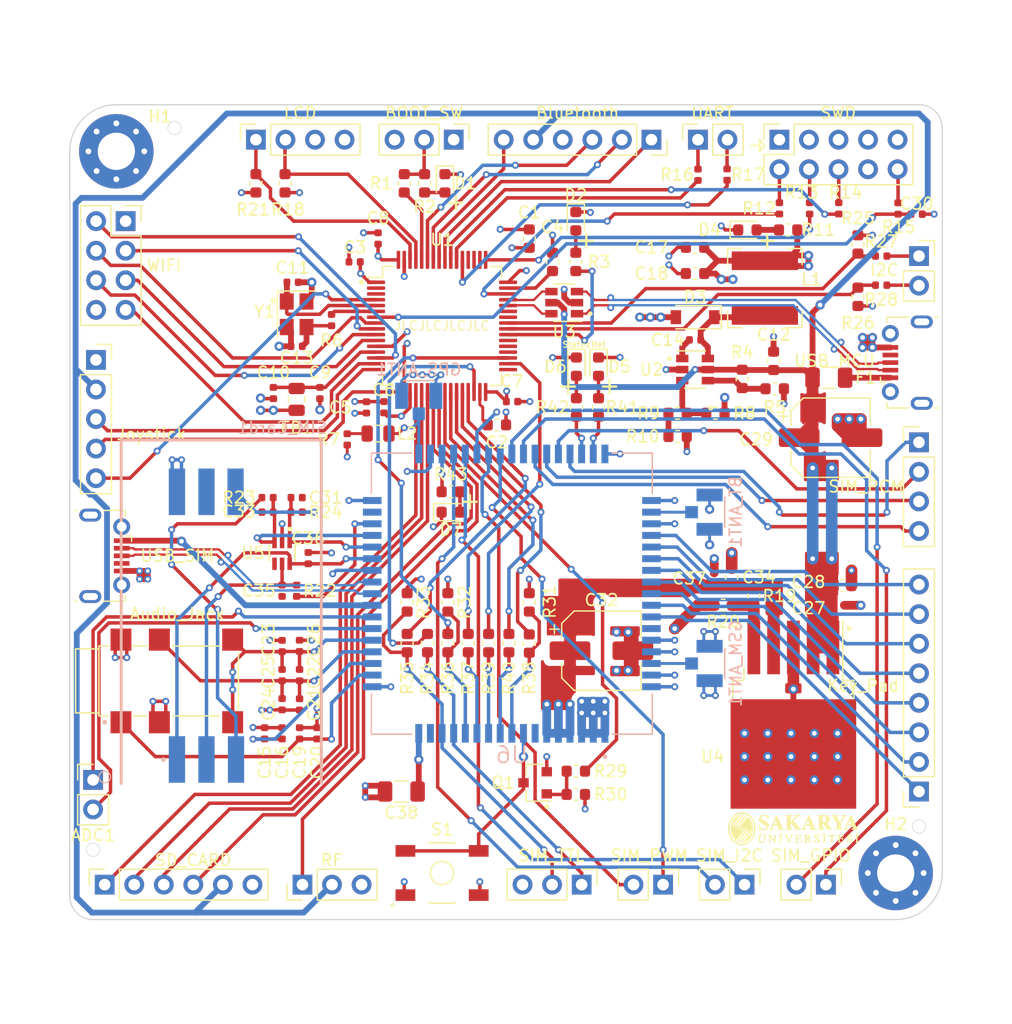
<source format=kicad_pcb>
(kicad_pcb (version 20171130) (host pcbnew "(5.1.6)-1")
  (layers (0 F.Cu signal) (1 In1.Cu power) (2 In2.Cu power) (31 B.Cu signal) (34 B.Paste user) (35 F.Paste user) (36 B.SilkS user) (37 F.SilkS user) (38 B.Mask user) (39 F.Mask user) (44 Edge.Cuts user))
  (net 0 "")
  (net 1 GND)
  (net 2 Protected_5V)
  (net 3 VBAT)
  (net 4 +3.3VA)
  (net 5 NRST)
  (net 6 VRTC)
  (net 7 HSE_IN)
  (net 8 SIM_DATA)
  (net 9 SIM_CLK)
  (net 10 SIM_VDD)
  (net 11 Right)
  (net 12 Left)
  (net 13 MIC1N)
  (net 14 MIC1P)
  (net 15 LED_STATUS)
  (net 16 "Net-(D6-Pad2)")
  (net 17 "Net-(D7-Pad2)")
  (net 18 +5V)
  (net 19 UART_TX)
  (net 20 UART_RX)
  (net 21 I2C_SDA)
  (net 22 I2C_SCL)
  (net 23 USB_CONN_D+)
  (net 24 USB_CONN_D-)
  (net 25 PA1)
  (net 26 CH_EN_WIFI)
  (net 27 GPIO2_WIFI)
  (net 28 PC1)
  (net 29 GPIO0_WIFI)
  (net 30 PA0)
  (net 31 PB8)
  (net 32 PB9)
  (net 33 DATA_RF)
  (net 34 EN_Bluetooth)
  (net 35 PB7)
  (net 36 PB6)
  (net 37 MISO_SD)
  (net 38 MOSI_SD)
  (net 39 PA5)
  (net 40 CS_SD)
  (net 41 PA3)
  (net 42 PA2)
  (net 43 SIM_USB_D+)
  (net 44 SIM_USB_D-)
  (net 45 GPS_ANT)
  (net 46 GSM_ANT)
  (net 47 BT_ANT)
  (net 48 SIM_RXD)
  (net 49 SIM_TXD)
  (net 50 "Net-(L2-Pad1)")
  (net 51 PWRKEY)
  (net 52 "Net-(Q1-Pad1)")
  (net 53 "Net-(R12-Pad1)")
  (net 54 PA8)
  (net 55 PD2)
  (net 56 PC12)
  (net 57 NETLIGHT)
  (net 58 STATUS)
  (net 59 1PPS)
  (net 60 PC5)
  (net 61 BOOT0)
  (net 62 HSE_OUT)
  (net 63 PB11)
  (net 64 PB10)
  (net 65 SIM_RTS)
  (net 66 PB14)
  (net 67 SIM_RST)
  (net 68 SIM_CTS)
  (net 69 PB13)
  (net 70 SIM_DTR)
  (net 71 PB2)
  (net 72 SIM_DCD)
  (net 73 PB1)
  (net 74 SIM_RING)
  (net 75 PB0)
  (net 76 "Net-(D2-Pad2)")
  (net 77 "Net-(D4-Pad2)")
  (net 78 PC9)
  (net 79 USB_D-)
  (net 80 USB_D+)
  (net 81 SWDIO)
  (net 82 SWCLK)
  (net 83 SWO)
  (net 84 +3V3)
  (net 85 SIM_VBUS)
  (net 86 PB4)
  (net 87 PC15)
  (net 88 "Net-(ADC1-Pad2)")
  (net 89 "Net-(ADC1-Pad1)")
  (net 90 "Net-(BOOT_SW1-Pad2)")
  (net 91 "Net-(C2-Pad1)")
  (net 92 "Net-(C4-Pad1)")
  (net 93 "Net-(C13-Pad1)")
  (net 94 "Net-(C14-Pad2)")
  (net 95 "Net-(C14-Pad1)")
  (net 96 "Net-(D1-Pad2)")
  (net 97 "Net-(Key_Pad1-Pad8)")
  (net 98 "Net-(Key_Pad1-Pad7)")
  (net 99 "Net-(Key_Pad1-Pad6)")
  (net 100 "Net-(Key_Pad1-Pad5)")
  (net 101 "Net-(Key_Pad1-Pad4)")
  (net 102 "Net-(Key_Pad1-Pad3)")
  (net 103 "Net-(Key_Pad1-Pad2)")
  (net 104 "Net-(Key_Pad1-Pad1)")
  (net 105 "Net-(R4-Pad2)")
  (net 106 "Net-(R8-Pad2)")
  (net 107 "Net-(R10-Pad1)")
  (net 108 "Net-(R13-Pad1)")
  (net 109 "Net-(R14-Pad1)")
  (net 110 "Net-(R15-Pad1)")
  (net 111 "Net-(R23-Pad1)")
  (net 112 "Net-(SIM_GPIO1-Pad2)")
  (net 113 "Net-(SIM_GPIO1-Pad1)")
  (net 114 "Net-(SIM_I2C1-Pad2)")
  (net 115 "Net-(SIM_I2C1-Pad1)")
  (net 116 "Net-(SIM_PCM1-Pad4)")
  (net 117 "Net-(SIM_PCM1-Pad3)")
  (net 118 "Net-(SIM_PCM1-Pad2)")
  (net 119 "Net-(SIM_PCM1-Pad1)")
  (net 120 "Net-(SIM_PWM1-Pad2)")
  (net 121 "Net-(SIM_PWM1-Pad1)")
  (net 122 "Net-(C35-Pad2)")
  (net 123 "Net-(D5-Pad2)")
  (net 124 "Net-(R19-Pad2)")
  (net 125 "Net-(R24-Pad1)")
  (module Capacitor_SMD:CP_Elec_6.3x7.7 (layer F.Cu) (at 98.4 114.6)
    (fp_text reference C29 (at -6.4 0.15) (layer F.SilkS))
    (fp_text value 470uf)
    (pad 2 smd roundrect (at 2.7 0) (size 3.5 1.6) (layers F.Cu F.Paste F.Mask) (roundrect_rratio 0.15625) (net 1 GND))
    (pad 1 smd roundrect (at -2.7 0) (size 3.5 1.6) (layers F.Cu F.Paste F.Mask) (roundrect_rratio 0.15625) (net 2 Protected_5V))
  )
  (module "Kicad lib:XCVR_SIM808" (layer B.Cu) (at 71 128 90)
    (fp_text reference U6 (at -13.85 0 180) (layer B.SilkS) (effects (font (size 1.4 1.4)) (justify mirror)))
    (fp_text value SIM808)
    (pad 1 smd rect (at -12 8 90) (size 1.6 0.6) (layers B.Cu B.Paste B.Mask) (net 1 GND))
    (pad 2 smd rect (at -12 7 90) (size 1.6 0.6) (layers B.Cu B.Paste B.Mask) (net 1 GND))
    (pad 3 smd rect (at -12 6 90) (size 1.6 0.6) (layers B.Cu B.Paste B.Mask) (net 1 GND))
    (pad 4 smd rect (at -12 5 90) (size 1.6 0.6) (layers B.Cu B.Paste B.Mask) (net 3 VBAT))
    (pad 5 smd rect (at -12 4 90) (size 1.6 0.6) (layers B.Cu B.Paste B.Mask) (net 3 VBAT))
    (pad 6 smd rect (at -12 3 90) (size 1.6 0.6) (layers B.Cu B.Paste B.Mask) (net 3 VBAT))
    (pad 7 smd rect (at -12 2 90) (size 1.6 0.6) (layers B.Cu B.Paste B.Mask))
    (pad 8 smd rect (at -12 1 90) (size 1.6 0.6) (layers B.Cu B.Paste B.Mask) (net 51 PWRKEY))
    (pad 9 smd rect (at -12 0 90) (size 1.6 0.6) (layers B.Cu B.Paste B.Mask) (net 70 SIM_DTR))
    (pad 10 smd rect (at -12 -1 90) (size 1.6 0.6) (layers B.Cu B.Paste B.Mask) (net 74 SIM_RING))
    (pad 11 smd rect (at -12 -2 90) (size 1.6 0.6) (layers B.Cu B.Paste B.Mask) (net 72 SIM_DCD))
    (pad 12 smd rect (at -12 -3 90) (size 1.6 0.6) (layers B.Cu B.Paste B.Mask) (net 68 SIM_CTS))
    (pad 13 smd rect (at -12 -4 90) (size 1.6 0.6) (layers B.Cu B.Paste B.Mask) (net 65 SIM_RTS))
    (pad 14 smd rect (at -12 -5 90) (size 1.6 0.6) (layers B.Cu B.Paste B.Mask) (net 49 SIM_TXD))
    (pad 15 smd rect (at -12 -6 90) (size 1.6 0.6) (layers B.Cu B.Paste B.Mask) (net 48 SIM_RXD))
    (pad 16 smd rect (at -12 -7 90) (size 1.6 0.6) (layers B.Cu B.Paste B.Mask))
    (pad 17 smd rect (at -12 -8 90) (size 1.6 0.6) (layers B.Cu B.Paste B.Mask) (net 6 VRTC))
    (pad 18 smd rect (at -8 -12 90) (size 0.6 1.6) (layers B.Cu B.Paste B.Mask) (net 1 GND))
    (pad 19 smd rect (at -7 -12 90) (size 0.6 1.6) (layers B.Cu B.Paste B.Mask) (net 14 MIC1P))
    (pad 20 smd rect (at -6 -12 90) (size 0.6 1.6) (layers B.Cu B.Paste B.Mask) (net 13 MIC1N))
    (pad 21 smd rect (at -5 -12 90) (size 0.6 1.6) (layers B.Cu B.Paste B.Mask) (net 11 Right))
    (pad 22 smd rect (at -4 -12 90) (size 0.6 1.6) (layers B.Cu B.Paste B.Mask) (net 12 Left))
    (pad 23 smd rect (at -3 -12 90) (size 0.6 1.6) (layers B.Cu B.Paste B.Mask) (net 88 "Net-(ADC1-Pad2)"))
    (pad 24 smd rect (at -2 -12 90) (size 0.6 1.6) (layers B.Cu B.Paste B.Mask) (net 89 "Net-(ADC1-Pad1)"))
    (pad 25 smd rect (at -1 -12 90) (size 0.6 1.6) (layers B.Cu B.Paste B.Mask) (net 85 SIM_VBUS))
    (pad 26 smd rect (at 0 -12 90) (size 0.6 1.6) (layers B.Cu B.Paste B.Mask) (net 43 SIM_USB_D+))
    (pad 27 smd rect (at 1 -12 90) (size 0.6 1.6) (layers B.Cu B.Paste B.Mask) (net 44 SIM_USB_D-))
    (pad 28 smd rect (at 2 -12 90) (size 0.6 1.6) (layers B.Cu B.Paste B.Mask) (net 1 GND))
    (pad 29 smd rect (at 3 -12 90) (size 0.6 1.6) (layers B.Cu B.Paste B.Mask) (net 10 SIM_VDD))
    (pad 30 smd rect (at 4 -12 90) (size 0.6 1.6) (layers B.Cu B.Paste B.Mask) (net 8 SIM_DATA))
    (pad 31 smd rect (at 5 -12 90) (size 0.6 1.6) (layers B.Cu B.Paste B.Mask) (net 9 SIM_CLK))
    (pad 32 smd rect (at 6 -12 90) (size 0.6 1.6) (layers B.Cu B.Paste B.Mask) (net 67 SIM_RST))
    (pad 33 smd rect (at 7 -12 90) (size 0.6 1.6) (layers B.Cu B.Paste B.Mask))
    (pad 34 smd rect (at 8 -12 90) (size 0.6 1.6) (layers B.Cu B.Paste B.Mask) (net 1 GND))
    (pad 35 smd rect (at 12 -8 90) (size 1.6 0.6) (layers B.Cu B.Paste B.Mask) (net 45 GPS_ANT))
    (pad 36 smd rect (at 12 -7 90) (size 1.6 0.6) (layers B.Cu B.Paste B.Mask) (net 1 GND))
    (pad 37 smd rect (at 12 -6 90) (size 1.6 0.6) (layers B.Cu B.Paste B.Mask) (net 59 1PPS))
    (pad 38 smd rect (at 12 -5 90) (size 1.6 0.6) (layers B.Cu B.Paste B.Mask) (net 114 "Net-(SIM_I2C1-Pad2)"))
    (pad 39 smd rect (at 12 -4 90) (size 1.6 0.6) (layers B.Cu B.Paste B.Mask) (net 115 "Net-(SIM_I2C1-Pad1)"))
    (pad 40 smd rect (at 12 -3 90) (size 1.6 0.6) (layers B.Cu B.Paste B.Mask) (net 1 GND))
    (pad 41 smd rect (at 12 -2 90) (size 1.6 0.6) (layers B.Cu B.Paste B.Mask) (net 120 "Net-(SIM_PWM1-Pad2)"))
    (pad 42 smd rect (at 12 -1 90) (size 1.6 0.6) (layers B.Cu B.Paste B.Mask) (net 121 "Net-(SIM_PWM1-Pad1)"))
    (pad 43 smd rect (at 12 0 90) (size 1.6 0.6) (layers B.Cu B.Paste B.Mask) (net 112 "Net-(SIM_GPIO1-Pad2)"))
    (pad 44 smd rect (at 12 1 90) (size 1.6 0.6) (layers B.Cu B.Paste B.Mask) (net 113 "Net-(SIM_GPIO1-Pad1)"))
    (pad 45 smd rect (at 12 2 90) (size 1.6 0.6) (layers B.Cu B.Paste B.Mask) (net 116 "Net-(SIM_PCM1-Pad4)"))
    (pad 46 smd rect (at 12 3 90) (size 1.6 0.6) (layers B.Cu B.Paste B.Mask) (net 117 "Net-(SIM_PCM1-Pad3)"))
    (pad 47 smd rect (at 12 4 90) (size 1.6 0.6) (layers B.Cu B.Paste B.Mask) (net 118 "Net-(SIM_PCM1-Pad2)"))
    (pad 48 smd rect (at 12 5 90) (size 1.6 0.6) (layers B.Cu B.Paste B.Mask) (net 119 "Net-(SIM_PCM1-Pad1)"))
    (pad 49 smd rect (at 12 6 90) (size 1.6 0.6) (layers B.Cu B.Paste B.Mask) (net 58 STATUS))
    (pad 50 smd rect (at 12 7 90) (size 1.6 0.6) (layers B.Cu B.Paste B.Mask) (net 57 NETLIGHT))
    (pad 51 smd rect (at 12 8 90) (size 1.6 0.6) (layers B.Cu B.Paste B.Mask) (net 1 GND))
    (pad 52 smd rect (at 8 12 90) (size 0.6 1.6) (layers B.Cu B.Paste B.Mask) (net 1 GND))
    (pad 53 smd rect (at 7 12 90) (size 0.6 1.6) (layers B.Cu B.Paste B.Mask) (net 47 BT_ANT))
    (pad 54 smd rect (at 6 12 90) (size 0.6 1.6) (layers B.Cu B.Paste B.Mask) (net 1 GND))
    (pad 55 smd rect (at 5 12 90) (size 0.6 1.6) (layers B.Cu B.Paste B.Mask) (net 97 "Net-(Key_Pad1-Pad8)"))
    (pad 56 smd rect (at 4 12 90) (size 0.6 1.6) (layers B.Cu B.Paste B.Mask) (net 98 "Net-(Key_Pad1-Pad7)"))
    (pad 57 smd rect (at 3 12 90) (size 0.6 1.6) (layers B.Cu B.Paste B.Mask) (net 99 "Net-(Key_Pad1-Pad6)"))
    (pad 58 smd rect (at 2 12 90) (size 0.6 1.6) (layers B.Cu B.Paste B.Mask) (net 100 "Net-(Key_Pad1-Pad5)"))
    (pad 59 smd rect (at 1 12 90) (size 0.6 1.6) (layers B.Cu B.Paste B.Mask) (net 101 "Net-(Key_Pad1-Pad4)"))
    (pad 60 smd rect (at 0 12 90) (size 0.6 1.6) (layers B.Cu B.Paste B.Mask) (net 102 "Net-(Key_Pad1-Pad3)"))
    (pad 61 smd rect (at -1 12 90) (size 0.6 1.6) (layers B.Cu B.Paste B.Mask) (net 103 "Net-(Key_Pad1-Pad2)"))
    (pad 62 smd rect (at -2 12 90) (size 0.6 1.6) (layers B.Cu B.Paste B.Mask) (net 104 "Net-(Key_Pad1-Pad1)"))
    (pad 63 smd rect (at -3 12 90) (size 0.6 1.6) (layers B.Cu B.Paste B.Mask))
    (pad 64 smd rect (at -4 12 90) (size 0.6 1.6) (layers B.Cu B.Paste B.Mask) (net 1 GND))
    (pad 65 smd rect (at -5 12 90) (size 0.6 1.6) (layers B.Cu B.Paste B.Mask) (net 1 GND))
    (pad 66 smd rect (at -6 12 90) (size 0.6 1.6) (layers B.Cu B.Paste B.Mask) (net 46 GSM_ANT))
    (pad 67 smd rect (at -7 12 90) (size 0.6 1.6) (layers B.Cu B.Paste B.Mask) (net 1 GND))
    (pad 68 smd rect (at -8 12 90) (size 0.6 1.6) (layers B.Cu B.Paste B.Mask) (net 1 GND))
  )
  (module Package_TO_SOT_SMD:TO-263-5_TabPin3 (layer F.Cu) (at 95.2 138.4 270)
    (fp_text reference U4 (at 3.6 6.95 180) (layer F.SilkS))
    (fp_text value MIC29302WU-Regulator_Linear)
    (pad 1 smd rect (at -5.775 -3.4 270) (size 4.6 1.1) (layers F.Cu F.Paste F.Mask) (net 2 Protected_5V))
    (pad 2 smd rect (at -5.775 -1.7 270) (size 4.6 1.1) (layers F.Cu F.Paste F.Mask) (net 2 Protected_5V))
    (pad 3 smd rect (at -5.775 0 270) (size 4.6 1.1) (layers F.Cu F.Paste F.Mask) (net 1 GND))
    (pad 4 smd rect (at -5.775 1.7 270) (size 4.6 1.1) (layers F.Cu F.Paste F.Mask) (net 3 VBAT))
    (pad 5 smd rect (at -5.775 3.4 270) (size 4.6 1.1) (layers F.Cu F.Paste F.Mask) (net 124 "Net-(R19-Pad2)"))
    (pad 3 smd rect (at 3.375 0 270) (size 9.4 10.8) (layers F.Cu F.Mask) (net 1 GND))
  )
  (module Resistor_SMD:R_0603_1608Metric (layer F.Cu) (at 89.17 128.99 180)
    (fp_text reference R20 (at 0 -1.43) (layer F.SilkS))
    (fp_text value 1.5k)
    (pad 2 smd roundrect (at 0.7875 0 180) (size 0.875 0.95) (layers F.Cu F.Paste F.Mask) (net 1 GND))
    (pad 1 smd roundrect (at -0.7875 0 180) (size 0.875 0.95) (layers F.Cu F.Paste F.Mask) (net 124 "Net-(R19-Pad2)"))
  )
  (module Resistor_SMD:R_0603_1608Metric (layer F.Cu) (at 91.8 128.2 270)
    (fp_text reference R19 (at 0 -2.2 180) (layer F.SilkS))
    (fp_text value 3.6k)
    (pad 2 smd roundrect (at 0.7875 0 270) (size 0.875 0.95) (layers F.Cu F.Paste F.Mask) (net 124 "Net-(R19-Pad2)"))
    (pad 1 smd roundrect (at -0.7875 0 270) (size 0.875 0.95) (layers F.Cu F.Paste F.Mask) (net 3 VBAT))
  )
  (module Capacitor_SMD:C_0402_1005Metric (layer F.Cu) (at 88.4 126.7 90)
    (fp_text reference C37 (at 0 -2.15 180) (layer F.SilkS))
    (fp_text value 100nf)
    (pad 2 smd roundrect (at 0.485 0 90) (size 0.59 0.64) (layers F.Cu F.Paste F.Mask) (net 1 GND))
    (pad 1 smd roundrect (at -0.485 0 90) (size 0.59 0.64) (layers F.Cu F.Paste F.Mask) (net 3 VBAT))
  )
  (module Capacitor_SMD:C_0603_1608Metric (layer F.Cu) (at 89.9 126.6 90)
    (fp_text reference C34 (at 0 2.35 180) (layer F.SilkS))
    (fp_text value 10uf)
    (pad 2 smd roundrect (at 0.7875 0 90) (size 0.875 0.95) (layers F.Cu F.Paste F.Mask) (net 1 GND))
    (pad 1 smd roundrect (at -0.7875 0 90) (size 0.875 0.95) (layers F.Cu F.Paste F.Mask) (net 3 VBAT))
  )
  (module Capacitor_SMD:C_0603_1608Metric (layer F.Cu) (at 99.4 127.3)
    (fp_text reference C28 (at -2.9 -0.3) (layer F.SilkS))
    (fp_text value 10uf)
    (pad 2 smd roundrect (at 0.7875 0) (size 0.875 0.95) (layers F.Cu F.Paste F.Mask) (net 1 GND))
    (pad 1 smd roundrect (at -0.7875 0) (size 0.875 0.95) (layers F.Cu F.Paste F.Mask) (net 2 Protected_5V))
  )
  (module Capacitor_SMD:C_0402_1005Metric (layer F.Cu) (at 99.1 129)
    (fp_text reference C27 (at -2.6 0.25) (layer F.SilkS))
    (fp_text value 100nf)
    (pad 2 smd roundrect (at 0.485 0) (size 0.59 0.64) (layers F.Cu F.Paste F.Mask) (net 1 GND))
    (pad 1 smd roundrect (at -0.485 0) (size 0.59 0.64) (layers F.Cu F.Paste F.Mask) (net 2 Protected_5V))
  )
  (module Capacitor_SMD:CP_Elec_6.3x7.7 (layer F.Cu) (at 78.7 132.9)
    (fp_text reference C32 (at 0 -4.35) (layer F.SilkS))
    (fp_text value 470uf)
    (pad 2 smd roundrect (at 2.7 0) (size 3.5 1.6) (layers F.Cu F.Paste F.Mask) (roundrect_rratio 0.15625) (net 1 GND))
    (pad 1 smd roundrect (at -2.7 0) (size 3.5 1.6) (layers F.Cu F.Paste F.Mask) (roundrect_rratio 0.15625) (net 3 VBAT))
  )
  (module "Kicad lib:USB_Micro_JLCPCB" (layer F.Cu) (at 105 108.15 90)
    (fp_text reference USB_MCU (at 0.15 -6.25 180) (layer F.SilkS))
    (fp_text value USB_B_Micro_MCU)
    (pad 6 thru_hole circle (at -2.5 -1.4625 90) (size 1.45 1.45) (drill 0.85) (layers *.Cu *.Mask) (net 1 GND))
    (pad 2 smd rect (at -0.65 -1.4625 90) (size 0.4 1.35) (layers F.Cu F.Paste F.Mask) (net 24 USB_CONN_D-))
    (pad 1 smd rect (at -1.3 -1.4625 90) (size 0.4 1.35) (layers F.Cu F.Paste F.Mask) (net 18 +5V))
    (pad 5 smd rect (at 1.3 -1.4625 90) (size 0.4 1.35) (layers F.Cu F.Paste F.Mask) (net 1 GND))
    (pad 4 smd rect (at 0.65 -1.4625 90) (size 0.4 1.35) (layers F.Cu F.Paste F.Mask))
    (pad 3 smd rect (at 0 -1.4625 90) (size 0.4 1.35) (layers F.Cu F.Paste F.Mask) (net 23 USB_CONN_D+))
    (pad 6 thru_hole circle (at 2.5 -1.4625 90) (size 1.45 1.45) (drill 0.85) (layers *.Cu *.Mask) (net 1 GND))
    (pad 6 thru_hole oval (at -3.5 1.2375 270) (size 1.1 1.9) (drill oval 0.6 1.3) (layers *.Cu *.Mask) (net 1 GND))
    (pad 6 thru_hole oval (at 3.5 1.2375 90) (size 1.1 1.9) (drill oval 0.6 1.3) (layers *.Cu *.Mask) (net 1 GND))
  )
  (module Capacitor_SMD:C_1206_3216Metric (layer F.Cu) (at 61.5 145 180)
    (fp_text reference C38 (at 0 -1.82) (layer F.SilkS))
    (fp_text value 47uf)
    (pad 2 smd roundrect (at 1.4 0 180) (size 1.25 1.75) (layers F.Cu F.Paste F.Mask) (roundrect_rratio 0.2) (net 1 GND))
    (pad 1 smd roundrect (at -1.4 0 180) (size 1.25 1.75) (layers F.Cu F.Paste F.Mask) (roundrect_rratio 0.2) (net 6 VRTC))
  )
  (module IoTDevBoard:SauLogo (layer F.Cu) (at 95.2 148.2)
    (fp_text reference G*** hide)
    (fp_text value LOGO hide)
  )
  (module "Kicad lib:CUI_SJ2-35464A-SMT-TR" (layer F.Cu) (at 41.5 135.5)
    (fp_text reference Audio_Jack (at 0.75 -5.75) (layer F.SilkS) (effects (font (size 1.000394 1.000394))))
    (fp_text value SJ2-35464A-SMT-TR)
    (pad 5 smd rect (at 5.5 3.55) (size 1.8 1.9) (layers F.Cu F.Paste F.Mask) (net 12 Left))
    (pad 4 smd rect (at -0.8 3.55) (size 1.8 1.9) (layers F.Cu F.Paste F.Mask) (net 1 GND))
    (pad 1 smd rect (at -4.1 3.55) (size 1.8 1.9) (layers F.Cu F.Paste F.Mask) (net 14 MIC1P))
    (pad 2 smd rect (at 5.5 -3.55) (size 1.8 1.9) (layers F.Cu F.Paste F.Mask) (net 12 Left))
    (pad 3 smd rect (at -0.8 -3.55) (size 1.8 1.9) (layers F.Cu F.Paste F.Mask) (net 11 Right))
    (pad 6 smd rect (at -4.1 -3.55) (size 1.8 1.9) (layers F.Cu F.Paste F.Mask) (net 1 GND))
  )
  (module "Kicad lib:FCI_7111S2015X02LF" (layer B.Cu) (at 44.75 130.75)
    (fp_text reference SIM_Card1 (at 6.5 -17) (layer B.SilkS) (effects (font (size 1.000079 1.000079)) (justify mirror)))
    (fp_text value SIM_Card)
    (pad 1 smd rect (at -2.54 11.5) (size 1.4 4) (layers B.Cu B.Paste B.Mask) (net 10 SIM_VDD))
    (pad 2 smd rect (at 0 11.5) (size 1.4 4) (layers B.Cu B.Paste B.Mask) (net 122 "Net-(C35-Pad2)"))
    (pad 3 smd rect (at 2.54 11.5) (size 1.4 4) (layers B.Cu B.Paste B.Mask) (net 111 "Net-(R23-Pad1)"))
    (pad 5 smd rect (at -2.54 -11.5) (size 1.4 4) (layers B.Cu B.Paste B.Mask) (net 1 GND))
    (pad 6 smd rect (at 0 -11.5) (size 1.4 4) (layers B.Cu B.Paste B.Mask))
    (pad 7 smd rect (at 2.5 -11.5) (size 1.4 4) (layers B.Cu B.Paste B.Mask) (net 125 "Net-(R24-Pad1)"))
  )
  (module MountingHole:MountingHole_3.2mm_M3_Pad_Via (layer F.Cu) (at 37 90)
    (fp_text reference H1 (at 3.75 -3) (layer F.SilkS))
    (fp_text value MountingHole_Pad)
    (pad 1 thru_hole circle (at 1.697056 -1.697056) (size 0.8 0.8) (drill 0.5) (layers *.Cu *.Mask) (net 1 GND))
    (pad 1 thru_hole circle (at 0 -2.4) (size 0.8 0.8) (drill 0.5) (layers *.Cu *.Mask) (net 1 GND))
    (pad 1 thru_hole circle (at -1.697056 -1.697056) (size 0.8 0.8) (drill 0.5) (layers *.Cu *.Mask) (net 1 GND))
    (pad 1 thru_hole circle (at -2.4 0) (size 0.8 0.8) (drill 0.5) (layers *.Cu *.Mask) (net 1 GND))
    (pad 1 thru_hole circle (at -1.697056 1.697056) (size 0.8 0.8) (drill 0.5) (layers *.Cu *.Mask) (net 1 GND))
    (pad 1 thru_hole circle (at 0 2.4) (size 0.8 0.8) (drill 0.5) (layers *.Cu *.Mask) (net 1 GND))
    (pad 1 thru_hole circle (at 1.697056 1.697056) (size 0.8 0.8) (drill 0.5) (layers *.Cu *.Mask) (net 1 GND))
    (pad 1 thru_hole circle (at 2.4 0) (size 0.8 0.8) (drill 0.5) (layers *.Cu *.Mask) (net 1 GND))
    (pad 1 thru_hole circle (at 0 0) (size 6.4 6.4) (drill 3.2) (layers *.Cu *.Mask) (net 1 GND))
  )
  (module MountingHole:MountingHole_3.2mm_M3_Pad_Via (layer F.Cu) (at 104 152)
    (fp_text reference H2 (at 0 -4.2) (layer F.SilkS))
    (fp_text value MountingHole_Pad)
    (pad 1 thru_hole circle (at 1.697056 -1.697056) (size 0.8 0.8) (drill 0.5) (layers *.Cu *.Mask) (net 1 GND))
    (pad 1 thru_hole circle (at 0 -2.4) (size 0.8 0.8) (drill 0.5) (layers *.Cu *.Mask) (net 1 GND))
    (pad 1 thru_hole circle (at -1.697056 -1.697056) (size 0.8 0.8) (drill 0.5) (layers *.Cu *.Mask) (net 1 GND))
    (pad 1 thru_hole circle (at -2.4 0) (size 0.8 0.8) (drill 0.5) (layers *.Cu *.Mask) (net 1 GND))
    (pad 1 thru_hole circle (at -1.697056 1.697056) (size 0.8 0.8) (drill 0.5) (layers *.Cu *.Mask) (net 1 GND))
    (pad 1 thru_hole circle (at 0 2.4) (size 0.8 0.8) (drill 0.5) (layers *.Cu *.Mask) (net 1 GND))
    (pad 1 thru_hole circle (at 1.697056 1.697056) (size 0.8 0.8) (drill 0.5) (layers *.Cu *.Mask) (net 1 GND))
    (pad 1 thru_hole circle (at 2.4 0) (size 0.8 0.8) (drill 0.5) (layers *.Cu *.Mask) (net 1 GND))
    (pad 1 thru_hole circle (at 0 0) (size 6.4 6.4) (drill 3.2) (layers *.Cu *.Mask) (net 1 GND))
  )
  (module "Kicad lib:USB_Micro_JLCPCB" (layer F.Cu) (at 36 124.75 270)
    (fp_text reference USB_SIM (at 0 -6.25 180) (layer F.SilkS))
    (fp_text value USB_B_Micro_SIM)
    (pad 6 thru_hole circle (at -2.5 -1.4625 270) (size 1.45 1.45) (drill 0.85) (layers *.Cu *.Mask) (net 1 GND))
    (pad 2 smd rect (at -0.65 -1.4625 270) (size 0.4 1.35) (layers F.Cu F.Paste F.Mask) (net 44 SIM_USB_D-))
    (pad 1 smd rect (at -1.3 -1.4625 270) (size 0.4 1.35) (layers F.Cu F.Paste F.Mask) (net 85 SIM_VBUS))
    (pad 5 smd rect (at 1.3 -1.4625 270) (size 0.4 1.35) (layers F.Cu F.Paste F.Mask) (net 1 GND))
    (pad 4 smd rect (at 0.65 -1.4625 270) (size 0.4 1.35) (layers F.Cu F.Paste F.Mask))
    (pad 3 smd rect (at 0 -1.4625 270) (size 0.4 1.35) (layers F.Cu F.Paste F.Mask) (net 43 SIM_USB_D+))
    (pad 6 thru_hole circle (at 2.5 -1.4625 270) (size 1.45 1.45) (drill 0.85) (layers *.Cu *.Mask) (net 1 GND))
    (pad 6 thru_hole oval (at -3.5 1.2375 90) (size 1.1 1.9) (drill oval 0.6 1.3) (layers *.Cu *.Mask) (net 1 GND))
    (pad 6 thru_hole oval (at 3.5 1.2375 270) (size 1.1 1.9) (drill oval 0.6 1.3) (layers *.Cu *.Mask) (net 1 GND))
  )
  (module Resistor_SMD:R_0603_1608Metric (layer F.Cu) (at 61.75 92.75 270)
    (fp_text reference R1 (at 0 2 180) (layer F.SilkS))
    (fp_text value 10k)
    (pad 2 smd roundrect (at 0.7875 0 270) (size 0.875 0.95) (layers F.Cu F.Paste F.Mask) (net 61 BOOT0))
    (pad 1 smd roundrect (at -0.7875 0 270) (size 0.875 0.95) (layers F.Cu F.Paste F.Mask) (net 90 "Net-(BOOT_SW1-Pad2)"))
  )
  (module Capacitor_SMD:C_0603_1608Metric (layer F.Cu) (at 86.75 100.5 180)
    (fp_text reference C18 (at 3.75 0) (layer F.SilkS))
    (fp_text value 10uf)
    (pad 2 smd roundrect (at 0.7875 0 180) (size 0.875 0.95) (layers F.Cu F.Paste F.Mask) (net 1 GND))
    (pad 1 smd roundrect (at -0.7875 0 180) (size 0.875 0.95) (layers F.Cu F.Paste F.Mask) (net 84 +3V3))
  )
  (module Capacitor_SMD:C_0603_1608Metric (layer F.Cu) (at 86.75 98.25 180)
    (fp_text reference C17 (at 3.75 0) (layer F.SilkS))
    (fp_text value 10uf)
    (pad 2 smd roundrect (at 0.7875 0 180) (size 0.875 0.95) (layers F.Cu F.Paste F.Mask) (net 1 GND))
    (pad 1 smd roundrect (at -0.7875 0 180) (size 0.875 0.95) (layers F.Cu F.Paste F.Mask) (net 84 +3V3))
  )
  (module Capacitor_SMD:C_0603_1608Metric (layer F.Cu) (at 93.5 108 90)
    (fp_text reference C12 (at 2.25 0 180) (layer F.SilkS))
    (fp_text value 10uf)
    (pad 2 smd roundrect (at 0.7875 0 90) (size 0.875 0.95) (layers F.Cu F.Paste F.Mask) (net 1 GND))
    (pad 1 smd roundrect (at -0.7875 0 90) (size 0.875 0.95) (layers F.Cu F.Paste F.Mask) (net 2 Protected_5V))
  )
  (module Capacitor_SMD:C_0402_1005Metric (layer F.Cu) (at 86.75 106.2 180)
    (fp_text reference C14 (at 2.35 0) (layer F.SilkS))
    (fp_text value 10nf)
    (pad 2 smd roundrect (at 0.485 0 180) (size 0.59 0.64) (layers F.Cu F.Paste F.Mask) (net 94 "Net-(C14-Pad2)"))
    (pad 1 smd roundrect (at -0.485 0 180) (size 0.59 0.64) (layers F.Cu F.Paste F.Mask) (net 95 "Net-(C14-Pad1)"))
  )
  (module Crystal:Crystal_SMD_3225-4Pin_3.2x2.5mm (layer F.Cu) (at 52.5 104 270)
    (fp_text reference Y1 (at -0.25 2.75 180) (layer F.SilkS))
    (fp_text value 16MHz)
    (pad 1 smd rect (at -1.1 0.85 270) (size 1.4 1.2) (layers F.Cu F.Paste F.Mask) (net 7 HSE_IN))
    (pad 2 smd rect (at 1.1 0.85 270) (size 1.4 1.2) (layers F.Cu F.Paste F.Mask) (net 1 GND))
    (pad 3 smd rect (at 1.1 -0.85 270) (size 1.4 1.2) (layers F.Cu F.Paste F.Mask) (net 93 "Net-(C13-Pad1)"))
    (pad 4 smd rect (at -1.1 -0.85 270) (size 1.4 1.2) (layers F.Cu F.Paste F.Mask) (net 1 GND))
  )
  (module "Kicad lib:SOT65P210X110-6N" (layer F.Cu) (at 51.25 124.5 270)
    (fp_text reference U5 (at 0 2.5 180) (layer F.SilkS))
    (fp_text value SMF05CT1G)
    (pad 1 smd rect (at -0.935 -0.65 270) (size 1.06 0.39) (layers F.Cu F.Paste F.Mask) (net 8 SIM_DATA))
    (pad 2 smd rect (at -0.935 0 270) (size 1.06 0.39) (layers F.Cu F.Paste F.Mask) (net 1 GND))
    (pad 3 smd rect (at -0.935 0.65 270) (size 1.06 0.39) (layers F.Cu F.Paste F.Mask) (net 9 SIM_CLK))
    (pad 4 smd rect (at 0.935 0.65 270) (size 1.06 0.39) (layers F.Cu F.Paste F.Mask))
    (pad 5 smd rect (at 0.935 0 270) (size 1.06 0.39) (layers F.Cu F.Paste F.Mask) (net 122 "Net-(C35-Pad2)"))
    (pad 6 smd rect (at 0.935 -0.65 270) (size 1.06 0.39) (layers F.Cu F.Paste F.Mask) (net 10 SIM_VDD))
  )
  (module Package_QFP:LQFP-64_10x10mm_P0.5mm (layer F.Cu) (at 65 105)
    (fp_text reference U1 (at 0 -7.4) (layer F.SilkS))
    (fp_text value STM32F405RGT6)
    (pad 64 smd roundrect (at -3.75 -5.675) (size 0.3 1.55) (layers F.Cu F.Paste F.Mask) (net 84 +3V3))
    (pad 63 smd roundrect (at -3.25 -5.675) (size 0.3 1.55) (layers F.Cu F.Paste F.Mask) (net 1 GND))
    (pad 62 smd roundrect (at -2.75 -5.675) (size 0.3 1.55) (layers F.Cu F.Paste F.Mask) (net 32 PB9))
    (pad 61 smd roundrect (at -2.25 -5.675) (size 0.3 1.55) (layers F.Cu F.Paste F.Mask) (net 31 PB8))
    (pad 60 smd roundrect (at -1.75 -5.675) (size 0.3 1.55) (layers F.Cu F.Paste F.Mask) (net 61 BOOT0))
    (pad 59 smd roundrect (at -1.25 -5.675) (size 0.3 1.55) (layers F.Cu F.Paste F.Mask) (net 35 PB7))
    (pad 58 smd roundrect (at -0.75 -5.675) (size 0.3 1.55) (layers F.Cu F.Paste F.Mask) (net 36 PB6))
    (pad 57 smd roundrect (at -0.25 -5.675) (size 0.3 1.55) (layers F.Cu F.Paste F.Mask) (net 34 EN_Bluetooth))
    (pad 56 smd roundrect (at 0.25 -5.675) (size 0.3 1.55) (layers F.Cu F.Paste F.Mask) (net 86 PB4))
    (pad 55 smd roundrect (at 0.75 -5.675) (size 0.3 1.55) (layers F.Cu F.Paste F.Mask) (net 83 SWO))
    (pad 54 smd roundrect (at 1.25 -5.675) (size 0.3 1.55) (layers F.Cu F.Paste F.Mask) (net 55 PD2))
    (pad 53 smd roundrect (at 1.75 -5.675) (size 0.3 1.55) (layers F.Cu F.Paste F.Mask) (net 56 PC12))
    (pad 52 smd roundrect (at 2.25 -5.675) (size 0.3 1.55) (layers F.Cu F.Paste F.Mask))
    (pad 51 smd roundrect (at 2.75 -5.675) (size 0.3 1.55) (layers F.Cu F.Paste F.Mask))
    (pad 50 smd roundrect (at 3.25 -5.675) (size 0.3 1.55) (layers F.Cu F.Paste F.Mask))
    (pad 49 smd roundrect (at 3.75 -5.675) (size 0.3 1.55) (layers F.Cu F.Paste F.Mask) (net 82 SWCLK))
    (pad 48 smd roundrect (at 5.675 -3.75) (size 1.55 0.3) (layers F.Cu F.Paste F.Mask) (net 84 +3V3))
    (pad 47 smd roundrect (at 5.675 -3.25) (size 1.55 0.3) (layers F.Cu F.Paste F.Mask) (net 92 "Net-(C4-Pad1)"))
    (pad 46 smd roundrect (at 5.675 -2.75) (size 1.55 0.3) (layers F.Cu F.Paste F.Mask) (net 81 SWDIO))
    (pad 45 smd roundrect (at 5.675 -2.25) (size 1.55 0.3) (layers F.Cu F.Paste F.Mask) (net 80 USB_D+))
    (pad 44 smd roundrect (at 5.675 -1.75) (size 1.55 0.3) (layers F.Cu F.Paste F.Mask) (net 79 USB_D-))
    (pad 43 smd roundrect (at 5.675 -1.25) (size 1.55 0.3) (layers F.Cu F.Paste F.Mask))
    (pad 42 smd roundrect (at 5.675 -0.75) (size 1.55 0.3) (layers F.Cu F.Paste F.Mask))
    (pad 41 smd roundrect (at 5.675 -0.25) (size 1.55 0.3) (layers F.Cu F.Paste F.Mask) (net 54 PA8))
    (pad 40 smd roundrect (at 5.675 0.25) (size 1.55 0.3) (layers F.Cu F.Paste F.Mask) (net 78 PC9))
    (pad 39 smd roundrect (at 5.675 0.75) (size 1.55 0.3) (layers F.Cu F.Paste F.Mask) (net 15 LED_STATUS))
    (pad 38 smd roundrect (at 5.675 1.25) (size 1.55 0.3) (layers F.Cu F.Paste F.Mask))
    (pad 37 smd roundrect (at 5.675 1.75) (size 1.55 0.3) (layers F.Cu F.Paste F.Mask))
    (pad 36 smd roundrect (at 5.675 2.25) (size 1.55 0.3) (layers F.Cu F.Paste F.Mask))
    (pad 35 smd roundrect (at 5.675 2.75) (size 1.55 0.3) (layers F.Cu F.Paste F.Mask) (net 66 PB14))
    (pad 34 smd roundrect (at 5.675 3.25) (size 1.55 0.3) (layers F.Cu F.Paste F.Mask) (net 69 PB13))
    (pad 33 smd roundrect (at 5.675 3.75) (size 1.55 0.3) (layers F.Cu F.Paste F.Mask))
    (pad 32 smd roundrect (at 3.75 5.675) (size 0.3 1.55) (layers F.Cu F.Paste F.Mask) (net 84 +3V3))
    (pad 31 smd roundrect (at 3.25 5.675) (size 0.3 1.55) (layers F.Cu F.Paste F.Mask) (net 91 "Net-(C2-Pad1)"))
    (pad 30 smd roundrect (at 2.75 5.675) (size 0.3 1.55) (layers F.Cu F.Paste F.Mask) (net 63 PB11))
    (pad 29 smd roundrect (at 2.25 5.675) (size 0.3 1.55) (layers F.Cu F.Paste F.Mask) (net 64 PB10))
    (pad 28 smd roundrect (at 1.75 5.675) (size 0.3 1.55) (layers F.Cu F.Paste F.Mask) (net 71 PB2))
    (pad 27 smd roundrect (at 1.25 5.675) (size 0.3 1.55) (layers F.Cu F.Paste F.Mask) (net 73 PB1))
    (pad 26 smd roundrect (at 0.75 5.675) (size 0.3 1.55) (layers F.Cu F.Paste F.Mask) (net 75 PB0))
    (pad 25 smd roundrect (at 0.25 5.675) (size 0.3 1.55) (layers F.Cu F.Paste F.Mask) (net 60 PC5))
    (pad 24 smd roundrect (at -0.25 5.675) (size 0.3 1.55) (layers F.Cu F.Paste F.Mask) (net 33 DATA_RF))
    (pad 23 smd roundrect (at -0.75 5.675) (size 0.3 1.55) (layers F.Cu F.Paste F.Mask) (net 37 MISO_SD))
    (pad 22 smd roundrect (at -1.25 5.675) (size 0.3 1.55) (layers F.Cu F.Paste F.Mask) (net 38 MOSI_SD))
    (pad 21 smd roundrect (at -1.75 5.675) (size 0.3 1.55) (layers F.Cu F.Paste F.Mask) (net 39 PA5))
    (pad 20 smd roundrect (at -2.25 5.675) (size 0.3 1.55) (layers F.Cu F.Paste F.Mask) (net 40 CS_SD))
    (pad 19 smd roundrect (at -2.75 5.675) (size 0.3 1.55) (layers F.Cu F.Paste F.Mask) (net 84 +3V3))
    (pad 18 smd roundrect (at -3.25 5.675) (size 0.3 1.55) (layers F.Cu F.Paste F.Mask) (net 1 GND))
    (pad 17 smd roundrect (at -3.75 5.675) (size 0.3 1.55) (layers F.Cu F.Paste F.Mask) (net 41 PA3))
    (pad 16 smd roundrect (at -5.675 3.75) (size 1.55 0.3) (layers F.Cu F.Paste F.Mask) (net 42 PA2))
    (pad 15 smd roundrect (at -5.675 3.25) (size 1.55 0.3) (layers F.Cu F.Paste F.Mask) (net 25 PA1))
    (pad 14 smd roundrect (at -5.675 2.75) (size 1.55 0.3) (layers F.Cu F.Paste F.Mask) (net 30 PA0))
    (pad 13 smd roundrect (at -5.675 2.25) (size 1.55 0.3) (layers F.Cu F.Paste F.Mask) (net 4 +3.3VA))
    (pad 12 smd roundrect (at -5.675 1.75) (size 1.55 0.3) (layers F.Cu F.Paste F.Mask) (net 1 GND))
    (pad 11 smd roundrect (at -5.675 1.25) (size 1.55 0.3) (layers F.Cu F.Paste F.Mask) (net 26 CH_EN_WIFI))
    (pad 10 smd roundrect (at -5.675 0.75) (size 1.55 0.3) (layers F.Cu F.Paste F.Mask) (net 27 GPIO2_WIFI))
    (pad 9 smd roundrect (at -5.675 0.25) (size 1.55 0.3) (layers F.Cu F.Paste F.Mask) (net 28 PC1))
    (pad 8 smd roundrect (at -5.675 -0.25) (size 1.55 0.3) (layers F.Cu F.Paste F.Mask) (net 29 GPIO0_WIFI))
    (pad 7 smd roundrect (at -5.675 -0.75) (size 1.55 0.3) (layers F.Cu F.Paste F.Mask) (net 5 NRST))
    (pad 6 smd roundrect (at -5.675 -1.25) (size 1.55 0.3) (layers F.Cu F.Paste F.Mask) (net 62 HSE_OUT))
    (pad 5 smd roundrect (at -5.675 -1.75) (size 1.55 0.3) (layers F.Cu F.Paste F.Mask) (net 7 HSE_IN))
    (pad 4 smd roundrect (at -5.675 -2.25) (size 1.55 0.3) (layers F.Cu F.Paste F.Mask) (net 87 PC15))
    (pad 3 smd roundrect (at -5.675 -2.75) (size 1.55 0.3) (layers F.Cu F.Paste F.Mask))
    (pad 2 smd roundrect (at -5.675 -3.25) (size 1.55 0.3) (layers F.Cu F.Paste F.Mask))
    (pad 1 smd roundrect (at -5.675 -3.75) (size 1.55 0.3) (layers F.Cu F.Paste F.Mask) (net 84 +3V3))
  )
  (module Package_TO_SOT_SMD:SOT-23-6 (layer F.Cu) (at 75.5 103 180)
    (fp_text reference U3 (at 0 -2.5) (layer F.SilkS))
    (fp_text value USBLC6-2SC6)
    (pad 5 smd rect (at 1.1 0 180) (size 1.06 0.65) (layers F.Cu F.Paste F.Mask) (net 2 Protected_5V))
    (pad 6 smd rect (at 1.1 -0.95 180) (size 1.06 0.65) (layers F.Cu F.Paste F.Mask) (net 79 USB_D-))
    (pad 4 smd rect (at 1.1 0.95 180) (size 1.06 0.65) (layers F.Cu F.Paste F.Mask) (net 80 USB_D+))
    (pad 3 smd rect (at -1.1 0.95 180) (size 1.06 0.65) (layers F.Cu F.Paste F.Mask) (net 23 USB_CONN_D+))
    (pad 2 smd rect (at -1.1 0 180) (size 1.06 0.65) (layers F.Cu F.Paste F.Mask) (net 1 GND))
    (pad 1 smd rect (at -1.1 -0.95 180) (size 1.06 0.65) (layers F.Cu F.Paste F.Mask) (net 24 USB_CONN_D-))
  )
  (module Package_TO_SOT_SMD:SOT-23-6 (layer F.Cu) (at 86.75 108.75)
    (fp_text reference U2 (at -3.75 0 180) (layer F.SilkS))
    (fp_text value MP2451DT-LF-Z)
    (pad 5 smd rect (at 1.1 0) (size 1.06 0.65) (layers F.Cu F.Paste F.Mask) (net 2 Protected_5V))
    (pad 6 smd rect (at 1.1 -0.95) (size 1.06 0.65) (layers F.Cu F.Paste F.Mask) (net 95 "Net-(C14-Pad1)"))
    (pad 4 smd rect (at 1.1 0.95) (size 1.06 0.65) (layers F.Cu F.Paste F.Mask) (net 105 "Net-(R4-Pad2)"))
    (pad 3 smd rect (at -1.1 0.95) (size 1.06 0.65) (layers F.Cu F.Paste F.Mask) (net 106 "Net-(R8-Pad2)"))
    (pad 2 smd rect (at -1.1 0) (size 1.06 0.65) (layers F.Cu F.Paste F.Mask) (net 1 GND))
    (pad 1 smd rect (at -1.1 -0.95) (size 1.06 0.65) (layers F.Cu F.Paste F.Mask) (net 94 "Net-(C14-Pad2)"))
  )
  (module Connector_PinHeader_2.54mm:PinHeader_1x03_P2.54mm_Vertical (layer F.Cu) (at 66 89 270)
    (fp_text reference BOOT_SW (at -2.3 2.55) (layer F.SilkS))
    (fp_text value SW_SPDT)
    (pad 3 thru_hole oval (at 0 5.08 270) (size 1.7 1.7) (drill 1) (layers *.Cu *.Mask) (net 1 GND))
    (pad 2 thru_hole oval (at 0 2.54 270) (size 1.7 1.7) (drill 1) (layers *.Cu *.Mask) (net 90 "Net-(BOOT_SW1-Pad2)"))
    (pad 1 thru_hole rect (at 0 0 270) (size 1.7 1.7) (drill 1) (layers *.Cu *.Mask) (net 84 +3V3))
  )
  (module "Kicad lib:SW_TL3342F160QG" (layer F.Cu) (at 65 152)
    (fp_text reference S1 (at 0 -3.75) (layer F.SilkS) (effects (font (size 1.000134 1.000134))))
    (fp_text value PWR_BUT)
    (pad 2 smd rect (at 3.15 1.9) (size 1.7 1) (layers F.Cu F.Paste F.Mask) (net 1 GND))
    (pad 1 smd rect (at -3.15 1.9) (size 1.7 1) (layers F.Cu F.Paste F.Mask) (net 1 GND))
    (pad 4 smd rect (at 3.15 -1.9) (size 1.7 1) (layers F.Cu F.Paste F.Mask) (net 51 PWRKEY))
    (pad 3 smd rect (at -3.15 -1.9) (size 1.7 1) (layers F.Cu F.Paste F.Mask) (net 51 PWRKEY))
  )
  (module Resistor_SMD:R_0603_1608Metric (layer F.Cu) (at 62 128.75 270)
    (fp_text reference R33 (at 0 -1.43 90) (layer F.SilkS))
    (fp_text value 5.6k)
    (pad 2 smd roundrect (at 0.7875 0 270) (size 0.875 0.95) (layers F.Cu F.Paste F.Mask) (net 48 SIM_RXD))
    (pad 1 smd roundrect (at -0.7875 0 270) (size 0.875 0.95) (layers F.Cu F.Paste F.Mask) (net 1 GND))
  )
  (module Resistor_SMD:R_0603_1608Metric (layer F.Cu) (at 65.5 128.75 270)
    (fp_text reference R32 (at 0 -1.43 90) (layer F.SilkS))
    (fp_text value 5.6k)
    (pad 2 smd roundrect (at 0.7875 0 270) (size 0.875 0.95) (layers F.Cu F.Paste F.Mask) (net 65 SIM_RTS))
    (pad 1 smd roundrect (at -0.7875 0 270) (size 0.875 0.95) (layers F.Cu F.Paste F.Mask) (net 1 GND))
  )
  (module Resistor_SMD:R_0603_1608Metric (layer F.Cu) (at 72.5 128.75 270)
    (fp_text reference R31 (at -0.05 -1.75 90) (layer F.SilkS))
    (fp_text value 5.6k)
    (pad 2 smd roundrect (at 0.7875 0 270) (size 0.875 0.95) (layers F.Cu F.Paste F.Mask) (net 70 SIM_DTR))
    (pad 1 smd roundrect (at -0.7875 0 270) (size 0.875 0.95) (layers F.Cu F.Paste F.Mask) (net 1 GND))
  )
  (module Resistor_SMD:R_0603_1608Metric (layer F.Cu) (at 70.75 132.25 270)
    (fp_text reference R40 (at 3 0 90) (layer F.SilkS))
    (fp_text value 1k)
    (pad 2 smd roundrect (at 0.7875 0 270) (size 0.875 0.95) (layers F.Cu F.Paste F.Mask) (net 74 SIM_RING))
    (pad 1 smd roundrect (at -0.7875 0 270) (size 0.875 0.95) (layers F.Cu F.Paste F.Mask) (net 75 PB0))
  )
  (module Resistor_SMD:R_0402_1005Metric (layer F.Cu) (at 52.5 121 180)
    (fp_text reference R24 (at -2.5 0) (layer F.SilkS))
    (fp_text value 22)
    (pad 2 smd roundrect (at 0.485 0 180) (size 0.59 0.64) (layers F.Cu F.Paste F.Mask) (net 8 SIM_DATA))
    (pad 1 smd roundrect (at -0.485 0 180) (size 0.59 0.64) (layers F.Cu F.Paste F.Mask) (net 125 "Net-(R24-Pad1)"))
  )
  (module Resistor_SMD:R_0603_1608Metric (layer F.Cu) (at 69 132.25 270)
    (fp_text reference R39 (at 3 0 90) (layer F.SilkS))
    (fp_text value 1k)
    (pad 2 smd roundrect (at 0.7875 0 270) (size 0.875 0.95) (layers F.Cu F.Paste F.Mask) (net 72 SIM_DCD))
    (pad 1 smd roundrect (at -0.7875 0 270) (size 0.875 0.95) (layers F.Cu F.Paste F.Mask) (net 73 PB1))
  )
  (module Resistor_SMD:R_0603_1608Metric (layer F.Cu) (at 72.5 132.2875 270)
    (fp_text reference R38 (at 2.9625 0 90) (layer F.SilkS))
    (fp_text value 1k)
    (pad 2 smd roundrect (at 0.7875 0 270) (size 0.875 0.95) (layers F.Cu F.Paste F.Mask) (net 70 SIM_DTR))
    (pad 1 smd roundrect (at -0.7875 0 270) (size 0.875 0.95) (layers F.Cu F.Paste F.Mask) (net 71 PB2))
  )
  (module Resistor_SMD:R_0402_1005Metric (layer F.Cu) (at 50 119.75)
    (fp_text reference R23 (at -2.45 0) (layer F.SilkS))
    (fp_text value 22)
    (pad 2 smd roundrect (at 0.485 0) (size 0.59 0.64) (layers F.Cu F.Paste F.Mask) (net 9 SIM_CLK))
    (pad 1 smd roundrect (at -0.485 0) (size 0.59 0.64) (layers F.Cu F.Paste F.Mask) (net 111 "Net-(R23-Pad1)"))
  )
  (module Resistor_SMD:R_0603_1608Metric (layer F.Cu) (at 67.25 132.25 270)
    (fp_text reference R37 (at 3 0 90) (layer F.SilkS))
    (fp_text value 1k)
    (pad 2 smd roundrect (at 0.7875 0 270) (size 0.875 0.95) (layers F.Cu F.Paste F.Mask) (net 68 SIM_CTS))
    (pad 1 smd roundrect (at -0.7875 0 270) (size 0.875 0.95) (layers F.Cu F.Paste F.Mask) (net 69 PB13))
  )
  (module Resistor_SMD:R_0402_1005Metric (layer F.Cu) (at 52.5 127.75 270)
    (fp_text reference R22 (at 0 -2 180) (layer F.SilkS))
    (fp_text value 22)
    (pad 2 smd roundrect (at 0.485 0 270) (size 0.59 0.64) (layers F.Cu F.Paste F.Mask) (net 67 SIM_RST))
    (pad 1 smd roundrect (at -0.485 0 270) (size 0.59 0.64) (layers F.Cu F.Paste F.Mask) (net 122 "Net-(C35-Pad2)"))
  )
  (module Resistor_SMD:R_0402_1005Metric (layer F.Cu) (at 56.85 114.75 270)
    (fp_text reference R7 (at 0 1.6 180) (layer F.SilkS))
    (fp_text value 22)
    (pad 2 smd roundrect (at 0.485 0 270) (size 0.59 0.64) (layers F.Cu F.Paste F.Mask) (net 84 +3V3))
    (pad 1 smd roundrect (at -0.485 0 270) (size 0.59 0.64) (layers F.Cu F.Paste F.Mask) (net 50 "Net-(L2-Pad1)"))
  )
  (module Resistor_SMD:R_0603_1608Metric (layer F.Cu) (at 65.5 132.25 270)
    (fp_text reference R36 (at 3 0 90) (layer F.SilkS))
    (fp_text value 1k)
    (pad 2 smd roundrect (at 0.7875 0 270) (size 0.875 0.95) (layers F.Cu F.Paste F.Mask) (net 65 SIM_RTS))
    (pad 1 smd roundrect (at -0.7875 0 270) (size 0.875 0.95) (layers F.Cu F.Paste F.Mask) (net 66 PB14))
  )
  (module Resistor_SMD:R_0603_1608Metric (layer F.Cu) (at 62 132.25 270)
    (fp_text reference R35 (at 3 0 90) (layer F.SilkS))
    (fp_text value 1k)
    (pad 2 smd roundrect (at 0.7875 0 270) (size 0.875 0.95) (layers F.Cu F.Paste F.Mask) (net 48 SIM_RXD))
    (pad 1 smd roundrect (at -0.7875 0 270) (size 0.875 0.95) (layers F.Cu F.Paste F.Mask) (net 64 PB10))
  )
  (module Resistor_SMD:R_0603_1608Metric (layer F.Cu) (at 63.75 132.25 270)
    (fp_text reference R34 (at 3 0 90) (layer F.SilkS))
    (fp_text value 1k)
    (pad 2 smd roundrect (at 0.7875 0 270) (size 0.875 0.95) (layers F.Cu F.Paste F.Mask) (net 49 SIM_TXD))
    (pad 1 smd roundrect (at -0.7875 0 270) (size 0.875 0.95) (layers F.Cu F.Paste F.Mask) (net 63 PB11))
  )
  (module Resistor_SMD:R_0402_1005Metric (layer F.Cu) (at 55.5 104.5 270)
    (fp_text reference R6 (at 1.75 0 180) (layer F.SilkS))
    (fp_text value 47)
    (pad 1 smd roundrect (at -0.485 0 270) (size 0.59 0.64) (layers F.Cu F.Paste F.Mask) (net 62 HSE_OUT))
    (pad 2 smd roundrect (at 0.485 0 270) (size 0.59 0.64) (layers F.Cu F.Paste F.Mask) (net 93 "Net-(C13-Pad1)"))
  )
  (module Resistor_SMD:R_0603_1608Metric (layer F.Cu) (at 63.5 92.75 90)
    (fp_text reference R2 (at -2 0 180) (layer F.SilkS))
    (fp_text value 1k)
    (pad 2 smd roundrect (at 0.7875 0 90) (size 0.875 0.95) (layers F.Cu F.Paste F.Mask) (net 90 "Net-(BOOT_SW1-Pad2)"))
    (pad 1 smd roundrect (at -0.7875 0 90) (size 0.875 0.95) (layers F.Cu F.Paste F.Mask) (net 96 "Net-(D1-Pad2)"))
  )
  (module Resistor_SMD:R_0603_1608Metric (layer F.Cu) (at 76.5 145.25 180)
    (fp_text reference R30 (at -3 0) (layer F.SilkS))
    (fp_text value 47k)
    (pad 2 smd roundrect (at 0.7875 0 180) (size 0.875 0.95) (layers F.Cu F.Paste F.Mask) (net 52 "Net-(Q1-Pad1)"))
    (pad 1 smd roundrect (at -0.7875 0 180) (size 0.875 0.95) (layers F.Cu F.Paste F.Mask) (net 1 GND))
  )
  (module Resistor_SMD:R_0603_1608Metric (layer F.Cu) (at 49 92.75 90)
    (fp_text reference R21 (at -2.25 -0.25 180) (layer F.SilkS))
    (fp_text value 2.2k)
    (pad 2 smd roundrect (at 0.7875 0 90) (size 0.875 0.95) (layers F.Cu F.Paste F.Mask) (net 32 PB9))
    (pad 1 smd roundrect (at -0.7875 0 90) (size 0.875 0.95) (layers F.Cu F.Paste F.Mask) (net 84 +3V3))
  )
  (module Resistor_SMD:R_0603_1608Metric (layer F.Cu) (at 51.5 92.75 90)
    (fp_text reference R18 (at -2.25 0.25 180) (layer F.SilkS))
    (fp_text value 2.2k)
    (pad 2 smd roundrect (at 0.7875 0 90) (size 0.875 0.95) (layers F.Cu F.Paste F.Mask) (net 31 PB8))
    (pad 1 smd roundrect (at -0.7875 0 90) (size 0.875 0.95) (layers F.Cu F.Paste F.Mask) (net 84 +3V3))
  )
  (module Resistor_SMD:R_0603_1608Metric (layer F.Cu) (at 76.5 143.25)
    (fp_text reference R29 (at 3 0) (layer F.SilkS))
    (fp_text value 4.7k)
    (pad 2 smd roundrect (at 0.7875 0) (size 0.875 0.95) (layers F.Cu F.Paste F.Mask) (net 60 PC5))
    (pad 1 smd roundrect (at -0.7875 0) (size 0.875 0.95) (layers F.Cu F.Paste F.Mask) (net 52 "Net-(Q1-Pad1)"))
  )
  (module Resistor_SMD:R_0603_1608Metric (layer F.Cu) (at 65.75 119.25 180)
    (fp_text reference R43 (at 0 1.5) (layer F.SilkS))
    (fp_text value 1k)
    (pad 2 smd roundrect (at 0.7875 0 180) (size 0.875 0.95) (layers F.Cu F.Paste F.Mask) (net 59 1PPS))
    (pad 1 smd roundrect (at -0.7875 0 180) (size 0.875 0.95) (layers F.Cu F.Paste F.Mask) (net 17 "Net-(D7-Pad2)"))
  )
  (module Resistor_SMD:R_0603_1608Metric (layer F.Cu) (at 76.55 112 270)
    (fp_text reference R42 (at 0 2.05 180) (layer F.SilkS))
    (fp_text value 1k)
    (pad 2 smd roundrect (at 0.7875 0 270) (size 0.875 0.95) (layers F.Cu F.Paste F.Mask) (net 58 STATUS))
    (pad 1 smd roundrect (at -0.7875 0 270) (size 0.875 0.95) (layers F.Cu F.Paste F.Mask) (net 16 "Net-(D6-Pad2)"))
  )
  (module Resistor_SMD:R_0603_1608Metric (layer F.Cu) (at 78.45 112 270)
    (fp_text reference R41 (at 0 -2.05 180) (layer F.SilkS))
    (fp_text value 1k)
    (pad 2 smd roundrect (at 0.7875 0 270) (size 0.875 0.95) (layers F.Cu F.Paste F.Mask) (net 57 NETLIGHT))
    (pad 1 smd roundrect (at -0.7875 0 270) (size 0.875 0.95) (layers F.Cu F.Paste F.Mask) (net 123 "Net-(D5-Pad2)"))
  )
  (module Resistor_SMD:R_0402_1005Metric (layer F.Cu) (at 102.75 101.5 180)
    (fp_text reference R28 (at 0 -1.25) (layer F.SilkS))
    (fp_text value 22)
    (pad 2 smd roundrect (at 0.485 0 180) (size 0.59 0.64) (layers F.Cu F.Paste F.Mask) (net 78 PC9))
    (pad 1 smd roundrect (at -0.485 0 180) (size 0.59 0.64) (layers F.Cu F.Paste F.Mask) (net 21 I2C_SDA))
  )
  (module Resistor_SMD:R_0402_1005Metric (layer F.Cu) (at 89.5 92 270)
    (fp_text reference R17 (at 0 -1.8 180) (layer F.SilkS))
    (fp_text value 22)
    (pad 2 smd roundrect (at 0.485 0 270) (size 0.59 0.64) (layers F.Cu F.Paste F.Mask) (net 56 PC12))
    (pad 1 smd roundrect (at -0.485 0 270) (size 0.59 0.64) (layers F.Cu F.Paste F.Mask) (net 19 UART_TX))
  )
  (module Resistor_SMD:R_0402_1005Metric (layer F.Cu) (at 102.75 99 180)
    (fp_text reference R27 (at 0 1.25) (layer F.SilkS))
    (fp_text value 22)
    (pad 2 smd roundrect (at 0.485 0 180) (size 0.59 0.64) (layers F.Cu F.Paste F.Mask) (net 54 PA8))
    (pad 1 smd roundrect (at -0.485 0 180) (size 0.59 0.64) (layers F.Cu F.Paste F.Mask) (net 22 I2C_SCL))
  )
  (module Resistor_SMD:R_0402_1005Metric (layer F.Cu) (at 87 92.015 270)
    (fp_text reference R16 (at -0.015 1.8 180) (layer F.SilkS))
    (fp_text value 22)
    (pad 2 smd roundrect (at 0.485 0 270) (size 0.59 0.64) (layers F.Cu F.Paste F.Mask) (net 55 PD2))
    (pad 1 smd roundrect (at -0.485 0 270) (size 0.59 0.64) (layers F.Cu F.Paste F.Mask) (net 20 UART_RX))
  )
  (module Resistor_SMD:R_0603_1608Metric (layer F.Cu) (at 100.75 102.5 90)
    (fp_text reference R26 (at -2.25 0 180) (layer F.SilkS))
    (fp_text value 2.2k)
    (pad 2 smd roundrect (at 0.7875 0 90) (size 0.875 0.95) (layers F.Cu F.Paste F.Mask) (net 78 PC9))
    (pad 1 smd roundrect (at -0.7875 0 90) (size 0.875 0.95) (layers F.Cu F.Paste F.Mask) (net 84 +3V3))
  )
  (module Resistor_SMD:R_0603_1608Metric (layer F.Cu) (at 100.75 98 270)
    (fp_text reference R25 (at -2.25 0 180) (layer F.SilkS))
    (fp_text value 2.2k)
    (pad 2 smd roundrect (at 0.7875 0 270) (size 0.875 0.95) (layers F.Cu F.Paste F.Mask) (net 54 PA8))
    (pad 1 smd roundrect (at -0.7875 0 270) (size 0.875 0.95) (layers F.Cu F.Paste F.Mask) (net 84 +3V3))
  )
  (module Resistor_SMD:R_0402_1005Metric (layer F.Cu) (at 104.2 94.915 270)
    (fp_text reference R15 (at 1.585 -0.05 180) (layer F.SilkS))
    (fp_text value 22)
    (pad 2 smd roundrect (at 0.485 0 270) (size 0.59 0.64) (layers F.Cu F.Paste F.Mask) (net 5 NRST))
    (pad 1 smd roundrect (at -0.485 0 270) (size 0.59 0.64) (layers F.Cu F.Paste F.Mask) (net 110 "Net-(R15-Pad1)"))
  )
  (module Resistor_SMD:R_0402_1005Metric (layer F.Cu) (at 99.1 94.9 270)
    (fp_text reference R14 (at -1.35 -0.6 180) (layer F.SilkS))
    (fp_text value 22)
    (pad 2 smd roundrect (at 0.485 0 270) (size 0.59 0.64) (layers F.Cu F.Paste F.Mask) (net 83 SWO))
    (pad 1 smd roundrect (at -0.485 0 270) (size 0.59 0.64) (layers F.Cu F.Paste F.Mask) (net 109 "Net-(R14-Pad1)"))
  )
  (module Resistor_SMD:R_0603_1608Metric (layer F.Cu) (at 76.5 99.5 90)
    (fp_text reference R3 (at 0 2 180) (layer F.SilkS))
    (fp_text value 1k)
    (pad 2 smd roundrect (at 0.7875 0 90) (size 0.875 0.95) (layers F.Cu F.Paste F.Mask) (net 76 "Net-(D2-Pad2)"))
    (pad 1 smd roundrect (at -0.7875 0 90) (size 0.875 0.95) (layers F.Cu F.Paste F.Mask) (net 15 LED_STATUS))
  )
  (module Resistor_SMD:R_0402_1005Metric (layer F.Cu) (at 96.6 94.9 270)
    (fp_text reference R13 (at -1.35 0.7 180) (layer F.SilkS))
    (fp_text value 22)
    (pad 2 smd roundrect (at 0.485 0 270) (size 0.59 0.64) (layers F.Cu F.Paste F.Mask) (net 82 SWCLK))
    (pad 1 smd roundrect (at -0.485 0 270) (size 0.59 0.64) (layers F.Cu F.Paste F.Mask) (net 108 "Net-(R13-Pad1)"))
  )
  (module Resistor_SMD:R_0402_1005Metric (layer F.Cu) (at 94 94.9 270)
    (fp_text reference R12 (at 0 1.75 180) (layer F.SilkS))
    (fp_text value 22)
    (pad 2 smd roundrect (at 0.485 0 270) (size 0.59 0.64) (layers F.Cu F.Paste F.Mask) (net 81 SWDIO))
    (pad 1 smd roundrect (at -0.485 0 270) (size 0.59 0.64) (layers F.Cu F.Paste F.Mask) (net 53 "Net-(R12-Pad1)"))
  )
  (module Resistor_SMD:R_0603_1608Metric (layer F.Cu) (at 85.25 114.5)
    (fp_text reference R10 (at -3 0 180) (layer F.SilkS))
    (fp_text value 270)
    (pad 2 smd roundrect (at 0.7875 0) (size 0.875 0.95) (layers F.Cu F.Paste F.Mask) (net 1 GND))
    (pad 1 smd roundrect (at -0.7875 0) (size 0.875 0.95) (layers F.Cu F.Paste F.Mask) (net 107 "Net-(R10-Pad1)"))
  )
  (module Resistor_SMD:R_0603_1608Metric (layer F.Cu) (at 94.75 96.75 180)
    (fp_text reference R11 (at -2.6 0) (layer F.SilkS))
    (fp_text value 1k)
    (pad 1 smd roundrect (at -0.7875 0 180) (size 0.875 0.95) (layers F.Cu F.Paste F.Mask) (net 84 +3V3))
    (pad 2 smd roundrect (at 0.7875 0 180) (size 0.875 0.95) (layers F.Cu F.Paste F.Mask) (net 77 "Net-(D4-Pad2)"))
  )
  (module Resistor_SMD:R_0603_1608Metric (layer F.Cu) (at 85.25 112.5 180)
    (fp_text reference R9 (at 2.5 0) (layer F.SilkS))
    (fp_text value 15k)
    (pad 2 smd roundrect (at 0.7875 0 180) (size 0.875 0.95) (layers F.Cu F.Paste F.Mask) (net 107 "Net-(R10-Pad1)"))
    (pad 1 smd roundrect (at -0.7875 0 180) (size 0.875 0.95) (layers F.Cu F.Paste F.Mask) (net 106 "Net-(R8-Pad2)"))
  )
  (module Resistor_SMD:R_0603_1608Metric (layer F.Cu) (at 93.6 110.4)
    (fp_text reference R5 (at 0 1.6) (layer F.SilkS))
    (fp_text value 68k)
    (pad 2 smd roundrect (at 0.7875 0) (size 0.875 0.95) (layers F.Cu F.Paste F.Mask) (net 1 GND))
    (pad 1 smd roundrect (at -0.7875 0) (size 0.875 0.95) (layers F.Cu F.Paste F.Mask) (net 105 "Net-(R4-Pad2)"))
  )
  (module Resistor_SMD:R_0603_1608Metric (layer F.Cu) (at 88.5 112.5 180)
    (fp_text reference R8 (at -2.5 0) (layer F.SilkS))
    (fp_text value 47k)
    (pad 2 smd roundrect (at 0.7875 0 180) (size 0.875 0.95) (layers F.Cu F.Paste F.Mask) (net 106 "Net-(R8-Pad2)"))
    (pad 1 smd roundrect (at -0.7875 0 180) (size 0.875 0.95) (layers F.Cu F.Paste F.Mask) (net 84 +3V3))
  )
  (module Resistor_SMD:R_0603_1608Metric (layer F.Cu) (at 90.8 109.55 270)
    (fp_text reference R4 (at -2.3 0 180) (layer F.SilkS))
    (fp_text value 100k)
    (pad 2 smd roundrect (at 0.7875 0 270) (size 0.875 0.95) (layers F.Cu F.Paste F.Mask) (net 105 "Net-(R4-Pad2)"))
    (pad 1 smd roundrect (at -0.7875 0 270) (size 0.875 0.95) (layers F.Cu F.Paste F.Mask) (net 2 Protected_5V))
  )
  (module Package_TO_SOT_SMD:SOT-23 (layer F.Cu) (at 73 144.25 180)
    (fp_text reference Q1 (at 2.75 0) (layer F.SilkS))
    (fp_text value S8050)
    (pad 3 smd rect (at 1 0 180) (size 0.9 0.8) (layers F.Cu F.Paste F.Mask) (net 51 PWRKEY))
    (pad 2 smd rect (at -1 0.95 180) (size 0.9 0.8) (layers F.Cu F.Paste F.Mask) (net 1 GND))
    (pad 1 smd rect (at -1 -0.95 180) (size 0.9 0.8) (layers F.Cu F.Paste F.Mask) (net 52 "Net-(Q1-Pad1)"))
  )
  (module Inductor_SMD:L_0805_2012Metric (layer F.Cu) (at 59.5 114.25)
    (fp_text reference L2 (at 2.5 0) (layer F.SilkS))
    (fp_text value 47uh)
    (pad 2 smd roundrect (at 0.9375 0) (size 0.975 1.4) (layers F.Cu F.Paste F.Mask) (net 45 GPS_ANT))
    (pad 1 smd roundrect (at -0.9375 0) (size 0.975 1.4) (layers F.Cu F.Paste F.Mask) (net 50 "Net-(L2-Pad1)"))
  )
  (module Inductor_SMD:L_Bourns-SRN6028 (layer F.Cu) (at 92.75 101.75 90)
    (fp_text reference L1 (at 0.75 4 180) (layer F.SilkS))
    (fp_text value 10uh)
    (pad 2 smd rect (at 2.35 0 90) (size 1.6 5.7) (layers F.Cu F.Paste F.Mask) (net 84 +3V3))
    (pad 1 smd rect (at -2.35 0 90) (size 1.6 5.7) (layers F.Cu F.Paste F.Mask) (net 95 "Net-(C14-Pad1)"))
  )
  (module Connector_PinHeader_2.54mm:PinHeader_1x03_P2.54mm_Vertical (layer F.Cu) (at 77 153 270)
    (fp_text reference SIM_TTL (at -2.5 2.6 180) (layer F.SilkS))
    (fp_text value SIM_UART_TTL)
    (pad 3 thru_hole oval (at 0 5.08 270) (size 1.7 1.7) (drill 1) (layers *.Cu *.Mask) (net 1 GND))
    (pad 2 thru_hole oval (at 0 2.54 270) (size 1.7 1.7) (drill 1) (layers *.Cu *.Mask) (net 48 SIM_RXD))
    (pad 1 thru_hole rect (at 0 0 270) (size 1.7 1.7) (drill 1) (layers *.Cu *.Mask) (net 49 SIM_TXD))
  )
  (module "Kicad lib:HRS_U.FL-R-SMT(01)" (layer B.Cu) (at 88 121 90)
    (fp_text reference BT_ANT1 (at 0.025 2.239855 270) (layer B.SilkS) (effects (font (size 1.001126 1.001126)) (justify mirror)))
    (fp_text value U.FL-R-SMT-BT)
    (pad 3 smd rect (at 0 -1.55 90) (size 1.05 1.1) (layers B.Cu B.Paste B.Mask) (net 47 BT_ANT))
    (pad 2 smd rect (at 1.475 0 90) (size 1.1 2.25) (layers B.Cu B.Paste B.Mask) (net 1 GND))
    (pad 1 smd rect (at -1.475 0 90) (size 1.1 2.25) (layers B.Cu B.Paste B.Mask) (net 1 GND))
  )
  (module "Kicad lib:HRS_U.FL-R-SMT(01)" (layer B.Cu) (at 88 134 90)
    (fp_text reference GSM_ANT1 (at 0 2.239855 270) (layer B.SilkS) (effects (font (size 1.001126 1.001126)) (justify mirror)))
    (fp_text value U.FL-R-SMT-GSM)
    (pad 3 smd rect (at 0 -1.55 90) (size 1.05 1.1) (layers B.Cu B.Paste B.Mask) (net 46 GSM_ANT))
    (pad 2 smd rect (at 1.475 0 90) (size 1.1 2.25) (layers B.Cu B.Paste B.Mask) (net 1 GND))
    (pad 1 smd rect (at -1.475 0 90) (size 1.1 2.25) (layers B.Cu B.Paste B.Mask) (net 1 GND))
  )
  (module "Kicad lib:HRS_U.FL-R-SMT(01)" (layer B.Cu) (at 63 111 180)
    (fp_text reference GPS_ANT1 (at 0 2.25 180) (layer B.SilkS) (effects (font (size 1.001126 1.001126)) (justify mirror)))
    (fp_text value U.FL-R-SMT-GPS)
    (pad 3 smd rect (at 0 -1.55 180) (size 1.05 1.1) (layers B.Cu B.Paste B.Mask) (net 45 GPS_ANT))
    (pad 2 smd rect (at 1.475 0 180) (size 1.1 2.25) (layers B.Cu B.Paste B.Mask) (net 1 GND))
    (pad 1 smd rect (at -1.475 0 180) (size 1.1 2.25) (layers B.Cu B.Paste B.Mask) (net 1 GND))
  )
  (module Connector_PinSocket_2.54mm:PinSocket_1x05_P2.54mm_Vertical (layer F.Cu) (at 35.25 107.92)
    (fp_text reference Joystick (at 4.75 6.38 180) (layer F.SilkS))
    (fp_text value Joystick)
    (pad 5 thru_hole oval (at 0 10.16) (size 1.7 1.7) (drill 1) (layers *.Cu *.Mask) (net 87 PC15))
    (pad 4 thru_hole oval (at 0 7.62) (size 1.7 1.7) (drill 1) (layers *.Cu *.Mask) (net 41 PA3))
    (pad 3 thru_hole oval (at 0 5.08) (size 1.7 1.7) (drill 1) (layers *.Cu *.Mask) (net 42 PA2))
    (pad 2 thru_hole oval (at 0 2.54) (size 1.7 1.7) (drill 1) (layers *.Cu *.Mask) (net 2 Protected_5V))
    (pad 1 thru_hole rect (at 0 0) (size 1.7 1.7) (drill 1) (layers *.Cu *.Mask) (net 1 GND))
  )
  (module Connector_PinSocket_2.54mm:PinSocket_1x06_P2.54mm_Vertical (layer F.Cu) (at 36 153 90)
    (fp_text reference SD_CARD (at 2.1 7.6 180) (layer F.SilkS))
    (fp_text value SD_CARD)
    (pad 6 thru_hole oval (at 0 12.7 90) (size 1.7 1.7) (drill 1) (layers *.Cu *.Mask) (net 1 GND))
    (pad 5 thru_hole oval (at 0 10.16 90) (size 1.7 1.7) (drill 1) (layers *.Cu *.Mask) (net 2 Protected_5V))
    (pad 4 thru_hole oval (at 0 7.62 90) (size 1.7 1.7) (drill 1) (layers *.Cu *.Mask) (net 37 MISO_SD))
    (pad 3 thru_hole oval (at 0 5.08 90) (size 1.7 1.7) (drill 1) (layers *.Cu *.Mask) (net 38 MOSI_SD))
    (pad 2 thru_hole oval (at 0 2.54 90) (size 1.7 1.7) (drill 1) (layers *.Cu *.Mask) (net 39 PA5))
    (pad 1 thru_hole rect (at 0 0 90) (size 1.7 1.7) (drill 1) (layers *.Cu *.Mask) (net 40 CS_SD))
  )
  (module Connector_PinSocket_2.54mm:PinSocket_1x06_P2.54mm_Vertical (layer F.Cu) (at 83 89 270)
    (fp_text reference Bluetooth (at -2.3 6.35 180) (layer F.SilkS))
    (fp_text value Bluetooth)
    (pad 6 thru_hole oval (at 0 12.7 270) (size 1.7 1.7) (drill 1) (layers *.Cu *.Mask) (net 34 EN_Bluetooth))
    (pad 5 thru_hole oval (at 0 10.16 270) (size 1.7 1.7) (drill 1) (layers *.Cu *.Mask) (net 2 Protected_5V))
    (pad 4 thru_hole oval (at 0 7.62 270) (size 1.7 1.7) (drill 1) (layers *.Cu *.Mask) (net 1 GND))
    (pad 3 thru_hole oval (at 0 5.08 270) (size 1.7 1.7) (drill 1) (layers *.Cu *.Mask) (net 35 PB7))
    (pad 2 thru_hole oval (at 0 2.54 270) (size 1.7 1.7) (drill 1) (layers *.Cu *.Mask) (net 36 PB6))
    (pad 1 thru_hole rect (at 0 0 270) (size 1.7 1.7) (drill 1) (layers *.Cu *.Mask) (net 86 PB4))
  )
  (module Connector_PinHeader_2.54mm:PinHeader_1x03_P2.54mm_Vertical (layer F.Cu) (at 53 153 90)
    (fp_text reference RF (at 2.1 2.5 180) (layer F.SilkS))
    (fp_text value RF)
    (pad 3 thru_hole oval (at 0 5.08 90) (size 1.7 1.7) (drill 1) (layers *.Cu *.Mask) (net 1 GND))
    (pad 2 thru_hole oval (at 0 2.54 90) (size 1.7 1.7) (drill 1) (layers *.Cu *.Mask) (net 2 Protected_5V))
    (pad 1 thru_hole rect (at 0 0 90) (size 1.7 1.7) (drill 1) (layers *.Cu *.Mask) (net 33 DATA_RF))
  )
  (module Connector_PinSocket_2.54mm:PinSocket_1x04_P2.54mm_Vertical (layer F.Cu) (at 49 89 90)
    (fp_text reference LCD (at 2.3 3.8) (layer F.SilkS))
    (fp_text value LCD)
    (pad 4 thru_hole oval (at 0 7.62 90) (size 1.7 1.7) (drill 1) (layers *.Cu *.Mask) (net 1 GND))
    (pad 3 thru_hole oval (at 0 5.08 90) (size 1.7 1.7) (drill 1) (layers *.Cu *.Mask) (net 84 +3V3))
    (pad 2 thru_hole oval (at 0 2.54 90) (size 1.7 1.7) (drill 1) (layers *.Cu *.Mask) (net 31 PB8))
    (pad 1 thru_hole rect (at 0 0 90) (size 1.7 1.7) (drill 1) (layers *.Cu *.Mask) (net 32 PB9))
  )
  (module Connector_PinSocket_2.54mm:PinSocket_2x04_P2.54mm_Vertical (layer F.Cu) (at 37.8 96)
    (fp_text reference WIFI (at 3.3 3.8 180) (layer F.SilkS))
    (fp_text value WIFI)
    (pad 8 thru_hole oval (at -2.54 7.62) (size 1.7 1.7) (drill 1) (layers *.Cu *.Mask) (net 1 GND))
    (pad 7 thru_hole oval (at 0 7.62) (size 1.7 1.7) (drill 1) (layers *.Cu *.Mask) (net 25 PA1))
    (pad 6 thru_hole oval (at -2.54 5.08) (size 1.7 1.7) (drill 1) (layers *.Cu *.Mask) (net 27 GPIO2_WIFI))
    (pad 5 thru_hole oval (at 0 5.08) (size 1.7 1.7) (drill 1) (layers *.Cu *.Mask) (net 26 CH_EN_WIFI))
    (pad 4 thru_hole oval (at -2.54 2.54) (size 1.7 1.7) (drill 1) (layers *.Cu *.Mask) (net 29 GPIO0_WIFI))
    (pad 3 thru_hole oval (at 0 2.54) (size 1.7 1.7) (drill 1) (layers *.Cu *.Mask) (net 28 PC1))
    (pad 2 thru_hole oval (at -2.54 0) (size 1.7 1.7) (drill 1) (layers *.Cu *.Mask) (net 30 PA0))
    (pad 1 thru_hole rect (at 0 0) (size 1.7 1.7) (drill 1) (layers *.Cu *.Mask) (net 84 +3V3))
  )
  (module Connector_PinHeader_2.54mm:PinHeader_1x02_P2.54mm_Vertical (layer F.Cu) (at 35 144)
    (fp_text reference ADC1 (at 0 4.75) (layer F.SilkS))
    (fp_text value ADC)
    (pad 2 thru_hole oval (at 0 2.54) (size 1.7 1.7) (drill 1) (layers *.Cu *.Mask) (net 88 "Net-(ADC1-Pad2)"))
    (pad 1 thru_hole rect (at 0 0) (size 1.7 1.7) (drill 1) (layers *.Cu *.Mask) (net 89 "Net-(ADC1-Pad1)"))
  )
  (module Connector_PinSocket_2.54mm:PinSocket_2x05_P2.54mm_Vertical (layer F.Cu) (at 94 89 90)
    (fp_text reference SWD (at 2.3 5.05 180) (layer F.SilkS))
    (fp_text value SWD)
    (pad 1 thru_hole rect (at 0 0 90) (size 1.7 1.7) (drill 1) (layers *.Cu *.Mask) (net 84 +3V3))
    (pad 2 thru_hole oval (at -2.54 0 90) (size 1.7 1.7) (drill 1) (layers *.Cu *.Mask) (net 53 "Net-(R12-Pad1)"))
    (pad 3 thru_hole oval (at 0 2.54 90) (size 1.7 1.7) (drill 1) (layers *.Cu *.Mask) (net 1 GND))
    (pad 4 thru_hole oval (at -2.54 2.54 90) (size 1.7 1.7) (drill 1) (layers *.Cu *.Mask) (net 108 "Net-(R13-Pad1)"))
    (pad 5 thru_hole oval (at 0 5.08 90) (size 1.7 1.7) (drill 1) (layers *.Cu *.Mask) (net 1 GND))
    (pad 6 thru_hole oval (at -2.54 5.08 90) (size 1.7 1.7) (drill 1) (layers *.Cu *.Mask) (net 109 "Net-(R14-Pad1)"))
    (pad 7 thru_hole oval (at 0 7.62 90) (size 1.7 1.7) (drill 1) (layers *.Cu *.Mask))
    (pad 8 thru_hole oval (at -2.54 7.62 90) (size 1.7 1.7) (drill 1) (layers *.Cu *.Mask))
    (pad 9 thru_hole oval (at 0 10.16 90) (size 1.7 1.7) (drill 1) (layers *.Cu *.Mask) (net 1 GND))
    (pad 10 thru_hole oval (at -2.54 10.16 90) (size 1.7 1.7) (drill 1) (layers *.Cu *.Mask) (net 110 "Net-(R15-Pad1)"))
  )
  (module Connector_PinHeader_2.54mm:PinHeader_1x02_P2.54mm_Vertical (layer F.Cu) (at 91 153 270)
    (fp_text reference SIM_I2C (at -2.5 1.3 180) (layer F.SilkS))
    (fp_text value I2C)
    (pad 2 thru_hole oval (at 0 2.54 270) (size 1.7 1.7) (drill 1) (layers *.Cu *.Mask) (net 114 "Net-(SIM_I2C1-Pad2)"))
    (pad 1 thru_hole rect (at 0 0 270) (size 1.7 1.7) (drill 1) (layers *.Cu *.Mask) (net 115 "Net-(SIM_I2C1-Pad1)"))
  )
  (module Connector_PinSocket_2.54mm:PinSocket_1x02_P2.54mm_Vertical (layer F.Cu) (at 106 99)
    (fp_text reference I2C (at -3 1.2 180) (layer F.SilkS))
    (fp_text value I2C)
    (pad 2 thru_hole oval (at 0 2.54) (size 1.7 1.7) (drill 1) (layers *.Cu *.Mask) (net 21 I2C_SDA))
    (pad 1 thru_hole rect (at 0 0) (size 1.7 1.7) (drill 1) (layers *.Cu *.Mask) (net 22 I2C_SCL))
  )
  (module Connector_PinSocket_2.54mm:PinSocket_1x02_P2.54mm_Vertical (layer F.Cu) (at 87 89 90)
    (fp_text reference UART (at 2.3 1.25 180) (layer F.SilkS))
    (fp_text value UART)
    (pad 2 thru_hole oval (at 0 2.54 90) (size 1.7 1.7) (drill 1) (layers *.Cu *.Mask) (net 19 UART_TX))
    (pad 1 thru_hole rect (at 0 0 90) (size 1.7 1.7) (drill 1) (layers *.Cu *.Mask) (net 20 UART_RX))
  )
  (module Connector_PinHeader_2.54mm:PinHeader_1x02_P2.54mm_Vertical (layer F.Cu) (at 84 153 270)
    (fp_text reference SIM_PWM (at -2.5 1.2 180) (layer F.SilkS))
    (fp_text value PWM)
    (pad 2 thru_hole oval (at 0 2.54 270) (size 1.7 1.7) (drill 1) (layers *.Cu *.Mask) (net 120 "Net-(SIM_PWM1-Pad2)"))
    (pad 1 thru_hole rect (at 0 0 270) (size 1.7 1.7) (drill 1) (layers *.Cu *.Mask) (net 121 "Net-(SIM_PWM1-Pad1)"))
  )
  (module Connector_PinHeader_2.54mm:PinHeader_1x02_P2.54mm_Vertical (layer F.Cu) (at 98 153 270)
    (fp_text reference SIM_GPIO (at -2.5 1.3 180) (layer F.SilkS))
    (fp_text value GPIO)
    (pad 2 thru_hole oval (at 0 2.54 270) (size 1.7 1.7) (drill 1) (layers *.Cu *.Mask) (net 112 "Net-(SIM_GPIO1-Pad2)"))
    (pad 1 thru_hole rect (at 0 0 270) (size 1.7 1.7) (drill 1) (layers *.Cu *.Mask) (net 113 "Net-(SIM_GPIO1-Pad1)"))
  )
  (module Connector_PinHeader_2.54mm:PinHeader_1x04_P2.54mm_Vertical (layer F.Cu) (at 106 115)
    (fp_text reference SIM_PCM (at -4.55 3.8 180) (layer F.SilkS))
    (fp_text value PCM)
    (pad 4 thru_hole oval (at 0 7.62) (size 1.7 1.7) (drill 1) (layers *.Cu *.Mask) (net 116 "Net-(SIM_PCM1-Pad4)"))
    (pad 3 thru_hole oval (at 0 5.08) (size 1.7 1.7) (drill 1) (layers *.Cu *.Mask) (net 117 "Net-(SIM_PCM1-Pad3)"))
    (pad 2 thru_hole oval (at 0 2.54) (size 1.7 1.7) (drill 1) (layers *.Cu *.Mask) (net 118 "Net-(SIM_PCM1-Pad2)"))
    (pad 1 thru_hole rect (at 0 0) (size 1.7 1.7) (drill 1) (layers *.Cu *.Mask) (net 119 "Net-(SIM_PCM1-Pad1)"))
  )
  (module Connector_PinSocket_2.54mm:PinSocket_1x08_P2.54mm_Vertical (layer F.Cu) (at 106 145 180)
    (fp_text reference Key_Pad (at 4.8 9.1) (layer F.SilkS))
    (fp_text value Key_Pad_Port)
    (pad 8 thru_hole oval (at 0 17.78 180) (size 1.7 1.7) (drill 1) (layers *.Cu *.Mask) (net 97 "Net-(Key_Pad1-Pad8)"))
    (pad 7 thru_hole oval (at 0 15.24 180) (size 1.7 1.7) (drill 1) (layers *.Cu *.Mask) (net 98 "Net-(Key_Pad1-Pad7)"))
    (pad 6 thru_hole oval (at 0 12.7 180) (size 1.7 1.7) (drill 1) (layers *.Cu *.Mask) (net 99 "Net-(Key_Pad1-Pad6)"))
    (pad 5 thru_hole oval (at 0 10.16 180) (size 1.7 1.7) (drill 1) (layers *.Cu *.Mask) (net 100 "Net-(Key_Pad1-Pad5)"))
    (pad 4 thru_hole oval (at 0 7.62 180) (size 1.7 1.7) (drill 1) (layers *.Cu *.Mask) (net 101 "Net-(Key_Pad1-Pad4)"))
    (pad 3 thru_hole oval (at 0 5.08 180) (size 1.7 1.7) (drill 1) (layers *.Cu *.Mask) (net 102 "Net-(Key_Pad1-Pad3)"))
    (pad 2 thru_hole oval (at 0 2.54 180) (size 1.7 1.7) (drill 1) (layers *.Cu *.Mask) (net 103 "Net-(Key_Pad1-Pad2)"))
    (pad 1 thru_hole rect (at 0 0 180) (size 1.7 1.7) (drill 1) (layers *.Cu *.Mask) (net 104 "Net-(Key_Pad1-Pad1)"))
  )
  (module Inductor_SMD:L_0805_2012Metric (layer F.Cu) (at 52.5 111.312 270)
    (fp_text reference FB1 (at 2.4375 0 180) (layer F.SilkS))
    (fp_text value "BEADS 600 @ 600 MHz")
    (pad 2 smd roundrect (at 0.9375 0 270) (size 0.975 1.4) (layers F.Cu F.Paste F.Mask) (net 84 +3V3))
    (pad 1 smd roundrect (at -0.9375 0 270) (size 0.975 1.4) (layers F.Cu F.Paste F.Mask) (net 4 +3.3VA))
  )
  (module Fuse:Fuse_1206_3216Metric (layer F.Cu) (at 98.25 109.45)
    (fp_text reference F1 (at 3.15 0) (layer F.SilkS))
    (fp_text value 12H1200C)
    (pad 2 smd roundrect (at 1.4 0) (size 1.25 1.75) (layers F.Cu F.Paste F.Mask) (roundrect_rratio 0.2) (net 18 +5V))
    (pad 1 smd roundrect (at -1.4 0) (size 1.25 1.75) (layers F.Cu F.Paste F.Mask) (roundrect_rratio 0.2) (net 2 Protected_5V))
  )
  (module LED_SMD:LED_0603_1608Metric (layer F.Cu) (at 65.25 92.75 270)
    (fp_text reference D1 (at 0 -1.75 180) (layer F.SilkS))
    (fp_text value GREEN)
    (pad 2 smd roundrect (at 0.7875 0 270) (size 0.875 0.95) (layers F.Cu F.Paste F.Mask) (net 96 "Net-(D1-Pad2)"))
    (pad 1 smd roundrect (at -0.7875 0 270) (size 0.875 0.95) (layers F.Cu F.Paste F.Mask) (net 1 GND))
  )
  (module LED_SMD:LED_0603_1608Metric (layer F.Cu) (at 65.75 121)
    (fp_text reference D7 (at 0 1.5) (layer F.SilkS))
    (fp_text value Yellow)
    (pad 2 smd roundrect (at 0.7875 0) (size 0.875 0.95) (layers F.Cu F.Paste F.Mask) (net 17 "Net-(D7-Pad2)"))
    (pad 1 smd roundrect (at -0.7875 0) (size 0.875 0.95) (layers F.Cu F.Paste F.Mask) (net 1 GND))
  )
  (module LED_SMD:LED_0603_1608Metric (layer F.Cu) (at 76.55 108.5 270)
    (fp_text reference D6 (at 0 1.8) (layer F.SilkS))
    (fp_text value GREEN)
    (pad 2 smd roundrect (at 0.7875 0 270) (size 0.875 0.95) (layers F.Cu F.Paste F.Mask) (net 16 "Net-(D6-Pad2)"))
    (pad 1 smd roundrect (at -0.7875 0 270) (size 0.875 0.95) (layers F.Cu F.Paste F.Mask) (net 1 GND))
  )
  (module LED_SMD:LED_0603_1608Metric (layer F.Cu) (at 78.45 108.5 270)
    (fp_text reference D5 (at 0 -1.8 180) (layer F.SilkS))
    (fp_text value BLUE)
    (pad 2 smd roundrect (at 0.7875 0 270) (size 0.875 0.95) (layers F.Cu F.Paste F.Mask) (net 123 "Net-(D5-Pad2)"))
    (pad 1 smd roundrect (at -0.7875 0 270) (size 0.875 0.95) (layers F.Cu F.Paste F.Mask) (net 1 GND))
  )
  (module Diode_SMD:D_0603_1608Metric (layer F.Cu) (at 76.5 96 270)
    (fp_text reference D2 (at -2.25 0 180) (layer F.SilkS))
    (fp_text value GREEN)
    (pad 2 smd roundrect (at 0.7875 0 270) (size 0.875 0.95) (layers F.Cu F.Paste F.Mask) (net 76 "Net-(D2-Pad2)"))
    (pad 1 smd roundrect (at -0.7875 0 270) (size 0.875 0.95) (layers F.Cu F.Paste F.Mask) (net 1 GND))
  )
  (module Diode_SMD:D_0603_1608Metric (layer F.Cu) (at 91.25 96.75)
    (fp_text reference D4 (at -3.25 0) (layer F.SilkS))
    (fp_text value RED)
    (pad 1 smd roundrect (at -0.7875 0) (size 0.875 0.95) (layers F.Cu F.Paste F.Mask) (net 1 GND))
    (pad 2 smd roundrect (at 0.7875 0) (size 0.875 0.95) (layers F.Cu F.Paste F.Mask) (net 77 "Net-(D4-Pad2)"))
  )
  (module Diode_SMD:D_SOD-123 (layer F.Cu) (at 86.75 104.25 180)
    (fp_text reference D3 (at 0 1.75) (layer F.SilkS))
    (fp_text value B5819W)
    (pad 2 smd rect (at 1.65 0 180) (size 0.9 1.2) (layers F.Cu F.Paste F.Mask) (net 1 GND))
    (pad 1 smd rect (at -1.65 0 180) (size 0.9 1.2) (layers F.Cu F.Paste F.Mask) (net 95 "Net-(C14-Pad1)"))
  )
  (module Capacitor_SMD:C_0402_1005Metric (layer F.Cu) (at 52.75 132.485 90)
    (fp_text reference C26 (at 0.485 1.25 90) (layer F.SilkS))
    (fp_text value 30pf)
    (pad 2 smd roundrect (at 0.485 0 90) (size 0.59 0.64) (layers F.Cu F.Paste F.Mask) (net 1 GND))
    (pad 1 smd roundrect (at -0.485 0 90) (size 0.59 0.64) (layers F.Cu F.Paste F.Mask) (net 12 Left))
  )
  (module Capacitor_SMD:C_0402_1005Metric (layer F.Cu) (at 51.25 132.5 90)
    (fp_text reference C23 (at 0.5 -1.17 90) (layer F.SilkS))
    (fp_text value 10pf)
    (pad 2 smd roundrect (at 0.485 0 90) (size 0.59 0.64) (layers F.Cu F.Paste F.Mask) (net 1 GND))
    (pad 1 smd roundrect (at -0.485 0 90) (size 0.59 0.64) (layers F.Cu F.Paste F.Mask) (net 12 Left))
  )
  (module Capacitor_SMD:C_0402_1005Metric (layer F.Cu) (at 54.25 140 90)
    (fp_text reference C20 (at -2.5 0 90) (layer F.SilkS))
    (fp_text value 10pf)
    (pad 2 smd roundrect (at 0.485 0 90) (size 0.59 0.64) (layers F.Cu F.Paste F.Mask) (net 1 GND))
    (pad 1 smd roundrect (at -0.485 0 90) (size 0.59 0.64) (layers F.Cu F.Paste F.Mask) (net 14 MIC1P))
  )
  (module Capacitor_SMD:C_0402_1005Metric (layer F.Cu) (at 52.75 140 90)
    (fp_text reference C19 (at -2.5 0 90) (layer F.SilkS))
    (fp_text value 30pf)
    (pad 2 smd roundrect (at 0.485 0 90) (size 0.59 0.64) (layers F.Cu F.Paste F.Mask) (net 1 GND))
    (pad 1 smd roundrect (at -0.485 0 90) (size 0.59 0.64) (layers F.Cu F.Paste F.Mask) (net 14 MIC1P))
  )
  (module Capacitor_SMD:C_0402_1005Metric (layer F.Cu) (at 51.25 140 90)
    (fp_text reference C16 (at -2.5 0 90) (layer F.SilkS))
    (fp_text value 30pf)
    (pad 2 smd roundrect (at 0.485 0 90) (size 0.59 0.64) (layers F.Cu F.Paste F.Mask) (net 1 GND))
    (pad 1 smd roundrect (at -0.485 0 90) (size 0.59 0.64) (layers F.Cu F.Paste F.Mask) (net 13 MIC1N))
  )
  (module Capacitor_SMD:C_0402_1005Metric (layer F.Cu) (at 49.75 140 90)
    (fp_text reference C15 (at -2.5 0 90) (layer F.SilkS))
    (fp_text value 10pf)
    (pad 2 smd roundrect (at 0.485 0 90) (size 0.59 0.64) (layers F.Cu F.Paste F.Mask) (net 1 GND))
    (pad 1 smd roundrect (at -0.485 0 90) (size 0.59 0.64) (layers F.Cu F.Paste F.Mask) (net 13 MIC1N))
  )
  (module Capacitor_SMD:C_0402_1005Metric (layer F.Cu) (at 51.25 135 90)
    (fp_text reference C25 (at 0.25 -1.17 90) (layer F.SilkS))
    (fp_text value 30pf)
    (pad 2 smd roundrect (at 0.485 0 90) (size 0.59 0.64) (layers F.Cu F.Paste F.Mask) (net 12 Left))
    (pad 1 smd roundrect (at -0.485 0 90) (size 0.59 0.64) (layers F.Cu F.Paste F.Mask) (net 11 Right))
  )
  (module Capacitor_SMD:C_0402_1005Metric (layer F.Cu) (at 52.75 135 90)
    (fp_text reference C22 (at 0.25 1.25 90) (layer F.SilkS))
    (fp_text value 10pf)
    (pad 2 smd roundrect (at 0.485 0 90) (size 0.59 0.64) (layers F.Cu F.Paste F.Mask) (net 12 Left))
    (pad 1 smd roundrect (at -0.485 0 90) (size 0.59 0.64) (layers F.Cu F.Paste F.Mask) (net 11 Right))
  )
  (module Capacitor_SMD:C_0402_1005Metric (layer F.Cu) (at 51.25 137.5 90)
    (fp_text reference C24 (at 0 -1.17 90) (layer F.SilkS))
    (fp_text value 30pf)
    (pad 2 smd roundrect (at 0.485 0 90) (size 0.59 0.64) (layers F.Cu F.Paste F.Mask) (net 11 Right))
    (pad 1 smd roundrect (at -0.485 0 90) (size 0.59 0.64) (layers F.Cu F.Paste F.Mask) (net 1 GND))
  )
  (module Capacitor_SMD:C_0402_1005Metric (layer F.Cu) (at 52.75 137.515 90)
    (fp_text reference C21 (at 0.015 1.25 90) (layer F.SilkS))
    (fp_text value 10pf)
    (pad 2 smd roundrect (at 0.485 0 90) (size 0.59 0.64) (layers F.Cu F.Paste F.Mask) (net 11 Right))
    (pad 1 smd roundrect (at -0.485 0 90) (size 0.59 0.64) (layers F.Cu F.Paste F.Mask) (net 1 GND))
  )
  (module Capacitor_SMD:C_0402_1005Metric (layer F.Cu) (at 53.5 124.95 270)
    (fp_text reference C36 (at -1.7 0 180) (layer F.SilkS))
    (fp_text value 100nf)
    (pad 2 smd roundrect (at 0.485 0 270) (size 0.59 0.64) (layers F.Cu F.Paste F.Mask) (net 10 SIM_VDD))
    (pad 1 smd roundrect (at -0.485 0 270) (size 0.59 0.64) (layers F.Cu F.Paste F.Mask) (net 1 GND))
  )
  (module Capacitor_SMD:C_0402_1005Metric (layer F.Cu) (at 51.25 127.75 90)
    (fp_text reference C35 (at 0 -2 180) (layer F.SilkS))
    (fp_text value 33pf)
    (pad 1 smd roundrect (at -0.485 0 90) (size 0.59 0.64) (layers F.Cu F.Paste F.Mask))
    (pad 2 smd roundrect (at 0.485 0 90) (size 0.59 0.64) (layers F.Cu F.Paste F.Mask) (net 122 "Net-(C35-Pad2)"))
  )
  (module Capacitor_SMD:C_0402_1005Metric (layer F.Cu) (at 50 121)
    (fp_text reference C33 (at -2.45 -0.05) (layer F.SilkS))
    (fp_text value 33pf)
    (pad 1 smd roundrect (at -0.485 0) (size 0.59 0.64) (layers F.Cu F.Paste F.Mask))
    (pad 2 smd roundrect (at 0.485 0) (size 0.59 0.64) (layers F.Cu F.Paste F.Mask) (net 9 SIM_CLK))
  )
  (module Capacitor_SMD:C_0402_1005Metric (layer F.Cu) (at 52.5 119.75 180)
    (fp_text reference C31 (at -2.5 0) (layer F.SilkS))
    (fp_text value 33pf)
    (pad 1 smd roundrect (at -0.485 0 180) (size 0.59 0.64) (layers F.Cu F.Paste F.Mask))
    (pad 2 smd roundrect (at 0.485 0 180) (size 0.59 0.64) (layers F.Cu F.Paste F.Mask) (net 8 SIM_DATA))
  )
  (module Capacitor_SMD:C_0402_1005Metric (layer F.Cu) (at 52.5 106.75 180)
    (fp_text reference C13 (at 0 -1 180) (layer F.SilkS))
    (fp_text value 12pf)
    (pad 1 smd roundrect (at -0.485 0 180) (size 0.59 0.64) (layers F.Cu F.Paste F.Mask) (net 93 "Net-(C13-Pad1)"))
    (pad 2 smd roundrect (at 0.485 0 180) (size 0.59 0.64) (layers F.Cu F.Paste F.Mask) (net 1 GND))
  )
  (module Capacitor_SMD:C_0402_1005Metric (layer F.Cu) (at 52.15 101.25)
    (fp_text reference C11 (at 0 -1.25) (layer F.SilkS))
    (fp_text value 12pf)
    (pad 1 smd roundrect (at -0.485 0) (size 0.59 0.64) (layers F.Cu F.Paste F.Mask) (net 7 HSE_IN))
    (pad 2 smd roundrect (at 0.485 0) (size 0.59 0.64) (layers F.Cu F.Paste F.Mask) (net 1 GND))
  )
  (module Capacitor_SMD:C_0603_1608Metric (layer F.Cu) (at 74.5 99.5 90)
    (fp_text reference C4 (at 3 0) (layer F.SilkS))
    (fp_text value 2.2uf)
    (pad 2 smd roundrect (at 0.7875 0 90) (size 0.875 0.95) (layers F.Cu F.Paste F.Mask) (net 1 GND))
    (pad 1 smd roundrect (at -0.7875 0 90) (size 0.875 0.95) (layers F.Cu F.Paste F.Mask) (net 92 "Net-(C4-Pad1)"))
  )
  (module Capacitor_SMD:C_0603_1608Metric (layer F.Cu) (at 69.7125 113.5)
    (fp_text reference C2 (at 0 1.5) (layer F.SilkS))
    (fp_text value 2.2uf)
    (pad 2 smd roundrect (at 0.7875 0) (size 0.875 0.95) (layers F.Cu F.Paste F.Mask) (net 1 GND))
    (pad 1 smd roundrect (at -0.7875 0) (size 0.875 0.95) (layers F.Cu F.Paste F.Mask) (net 91 "Net-(C2-Pad1)"))
  )
  (module Capacitor_SMD:C_0402_1005Metric (layer F.Cu) (at 105.8 95.4)
    (fp_text reference C30 (at 0 -0.9) (layer F.SilkS))
    (fp_text value 100nf)
    (pad 2 smd roundrect (at 0.485 0) (size 0.59 0.64) (layers F.Cu F.Paste F.Mask) (net 1 GND))
    (pad 1 smd roundrect (at -0.485 0) (size 0.59 0.64) (layers F.Cu F.Paste F.Mask) (net 5 NRST))
  )
  (module Capacitor_SMD:C_0402_1005Metric (layer F.Cu) (at 50.5 110.765 270)
    (fp_text reference C10 (at -1.765 0 180) (layer F.SilkS))
    (fp_text value 10nf)
    (pad 2 smd roundrect (at 0.485 0 270) (size 0.59 0.64) (layers F.Cu F.Paste F.Mask) (net 1 GND))
    (pad 1 smd roundrect (at -0.485 0 270) (size 0.59 0.64) (layers F.Cu F.Paste F.Mask) (net 4 +3.3VA))
  )
  (module Capacitor_SMD:C_0402_1005Metric (layer F.Cu) (at 54.5 110.765 270)
    (fp_text reference C9 (at -1.765 0 180) (layer F.SilkS))
    (fp_text value 1uf)
    (pad 2 smd roundrect (at 0.485 0 270) (size 0.59 0.64) (layers F.Cu F.Paste F.Mask) (net 1 GND))
    (pad 1 smd roundrect (at -0.485 0 270) (size 0.59 0.64) (layers F.Cu F.Paste F.Mask) (net 4 +3.3VA))
  )
  (module Capacitor_SMD:C_0402_1005Metric (layer F.Cu) (at 59.5 97.485 90)
    (fp_text reference C8 (at 1.735 0 180) (layer F.SilkS))
    (fp_text value 100nf)
    (pad 2 smd roundrect (at 0.485 0 90) (size 0.59 0.64) (layers F.Cu F.Paste F.Mask) (net 1 GND))
    (pad 1 smd roundrect (at -0.485 0 90) (size 0.59 0.64) (layers F.Cu F.Paste F.Mask) (net 84 +3V3))
  )
  (module Capacitor_SMD:C_0402_1005Metric (layer F.Cu) (at 71.015 111.5)
    (fp_text reference C7 (at -0.015 -1.75) (layer F.SilkS))
    (fp_text value 100nf)
    (pad 2 smd roundrect (at 0.485 0) (size 0.59 0.64) (layers F.Cu F.Paste F.Mask) (net 1 GND))
    (pad 1 smd roundrect (at -0.485 0) (size 0.59 0.64) (layers F.Cu F.Paste F.Mask) (net 84 +3V3))
  )
  (module Capacitor_SMD:C_0402_1005Metric (layer F.Cu) (at 60 111.985 90)
    (fp_text reference C6 (at 1.485 0 180) (layer F.SilkS))
    (fp_text value 100nf)
    (pad 2 smd roundrect (at 0.485 0 90) (size 0.59 0.64) (layers F.Cu F.Paste F.Mask) (net 1 GND))
    (pad 1 smd roundrect (at -0.485 0 90) (size 0.59 0.64) (layers F.Cu F.Paste F.Mask) (net 84 +3V3))
  )
  (module Capacitor_SMD:C_0402_1005Metric (layer F.Cu) (at 58.5 112 90)
    (fp_text reference C5 (at 0 -2.25 180) (layer F.SilkS))
    (fp_text value 100nf)
    (pad 2 smd roundrect (at 0.485 0 90) (size 0.59 0.64) (layers F.Cu F.Paste F.Mask) (net 1 GND))
    (pad 1 smd roundrect (at -0.485 0 90) (size 0.59 0.64) (layers F.Cu F.Paste F.Mask) (net 84 +3V3))
  )
  (module Capacitor_SMD:C_0402_1005Metric (layer F.Cu) (at 57.485 99.5 180)
    (fp_text reference C3 (at -0.015 1.25 180) (layer F.SilkS))
    (fp_text value 100nf)
    (pad 2 smd roundrect (at 0.485 0 180) (size 0.59 0.64) (layers F.Cu F.Paste F.Mask) (net 1 GND))
    (pad 1 smd roundrect (at -0.485 0 180) (size 0.59 0.64) (layers F.Cu F.Paste F.Mask) (net 84 +3V3))
  )
  (module Capacitor_SMD:C_0603_1608Metric (layer F.Cu) (at 72.5 97.5 90)
    (fp_text reference C1 (at 2.25 0 180) (layer F.SilkS))
    (fp_text value 4.7uf)
    (pad 1 smd roundrect (at -0.7875 0 90) (size 0.875 0.95) (layers F.Cu F.Paste F.Mask) (net 84 +3V3))
    (pad 2 smd roundrect (at 0.7875 0 90) (size 0.875 0.95) (layers F.Cu F.Paste F.Mask) (net 1 GND))
  )
  (gr_line (start 92.3 89.5) (end 91.5 89.5) (layer F.SilkS) (width 0.15))
  (gr_line (start 92.7 89.5) (end 92.3 89) (layer F.SilkS) (width 0.15))
  (gr_line (start 92.3 90) (end 92.7 89.5) (layer F.SilkS) (width 0.15))
  (gr_line (start 92.3 89) (end 92.3 90) (layer F.SilkS) (width 0.15))
  (gr_circle (center 100 131) (end 100.1 131) (layer F.SilkS) (width 0.2))
  (gr_text Net (at 78.45 106.6) (layer F.SilkS) (effects (font (size 0.5 0.5) (thickness 0.1))))
  (gr_text Status (at 76.55 106.6) (layer F.SilkS) (effects (font (size 0.5 0.5) (thickness 0.1))))
  (gr_circle (center 51.9 122.45) (end 52 122.45) (layer F.SilkS) (width 0.2))
  (gr_circle (center 36 139.05) (end 36.1 139.05) (layer B.SilkS) (width 0.2))
  (gr_circle (center 41.05 142.25) (end 41.15 142.25) (layer B.SilkS) (width 0.2))
  (gr_circle (center 74 146.3) (end 74.1 146.3) (layer F.SilkS) (width 0.2))
  (gr_circle (center 84.55 107.8) (end 84.65 107.8) (layer F.SilkS) (width 0.2))
  (gr_circle (center 77.75 103.95) (end 77.85 103.95) (layer F.SilkS) (width 0.2))
  (gr_circle (center 58.05 101.25) (end 58.15 101.25) (layer F.SilkS) (width 0.2))
  (gr_text + (at 92.95 97.6) (layer F.SilkS) (effects (font (size 1.5 1.5) (thickness 0.2))))
  (gr_text + (at 67.4 120) (layer F.SilkS) (effects (font (size 1.5 1.5) (thickness 0.2))))
  (gr_text + (at 75.85 110.1) (layer F.SilkS) (effects (font (size 1.5 1.5) (thickness 0.2))))
  (gr_text + (at 79.4 110.1) (layer F.SilkS) (effects (font (size 1.5 1.5) (thickness 0.2))))
  (gr_text + (at 77.4 97.6) (layer F.SilkS) (effects (font (size 1.5 1.5) (thickness 0.2))))
  (gr_text + (at 66.2 94.3) (layer F.SilkS) (effects (font (size 1.5 1.5) (thickness 0.2))))
  (gr_line (start 35 156) (end 104 156) (layer Edge.Cuts) (width 0.1))
  (gr_line (start 33 90) (end 33 154) (layer Edge.Cuts) (width 0.1))
  (gr_line (start 106 86) (end 37 86) (layer Edge.Cuts) (width 0.1))
  (gr_line (start 108 152) (end 108 88) (layer Edge.Cuts) (width 0.1))
  (gr_arc (start 106 88) (end 108 88) (angle -90) (layer Edge.Cuts) (width 0.1))
  (gr_arc (start 35 154) (end 33 154) (angle -90) (layer Edge.Cuts) (width 0.1))
  (gr_arc (start 37 90) (end 37 86) (angle -90) (layer Edge.Cuts) (width 0.1))
  (gr_arc (start 104 152) (end 104 156) (angle -90) (layer Edge.Cuts) (width 0.1))
  (gr_circle (center 88.1 112.05) (end 88.15 112.1) (layer F.SilkS) (width 0.15))
  (gr_circle (center 50.5 102.85) (end 50.55 102.9) (layer F.SilkS) (width 0.15))
  (gr_circle (center 35 150) (end 35.576 150) (layer Edge.Cuts) (width 0.05))
  (gr_circle (center 106 148) (end 106.576 148) (layer Edge.Cuts) (width 0.05))
  (gr_circle (center 42 88) (end 42.576 88) (layer Edge.Cuts) (width 0.05))
  (gr_text JLCJLCJLCJLC (at 65 105) (layer F.SilkS) (effects (font (size 0.8 0.8) (thickness 0.1))))
  (via (at 99 144) (size 0.8) (drill 0.4) (layers F.Cu B.Cu) (net 1))
  (via (at 97 144) (size 0.8) (drill 0.4) (layers F.Cu B.Cu) (net 1))
  (via (at 95 144) (size 0.8) (drill 0.4) (layers F.Cu B.Cu) (net 1))
  (via (at 91 144) (size 0.8) (drill 0.4) (layers F.Cu B.Cu) (net 1))
  (via (at 93 144) (size 0.8) (drill 0.4) (layers F.Cu B.Cu) (net 1))
  (via (at 93 142) (size 0.8) (drill 0.4) (layers F.Cu B.Cu) (net 1))
  (via (at 91 142) (size 0.8) (drill 0.4) (layers F.Cu B.Cu) (net 1))
  (via (at 91 140) (size 0.8) (drill 0.4) (layers F.Cu B.Cu) (net 1))
  (via (at 93 140) (size 0.8) (drill 0.4) (layers F.Cu B.Cu) (net 1))
  (via (at 95 140) (size 0.8) (drill 0.4) (layers F.Cu B.Cu) (net 1))
  (via (at 97 140) (size 0.8) (drill 0.4) (layers F.Cu B.Cu) (net 1))
  (via (at 99 140) (size 0.8) (drill 0.4) (layers F.Cu B.Cu) (net 1))
  (via (at 99 142) (size 0.8) (drill 0.4) (layers F.Cu B.Cu) (net 1))
  (via (at 97 142) (size 0.8) (drill 0.4) (layers F.Cu B.Cu) (net 1))
  (via (at 95 142) (size 0.8) (drill 0.4) (layers F.Cu B.Cu) (net 1))
  (via (at 77 137.25) (size 0.8) (drill 0.4) (layers F.Cu B.Cu) (net 1))
  (via (at 77 138.25) (size 0.8) (drill 0.4) (layers F.Cu B.Cu) (net 1))
  (via (at 78 138.25) (size 0.8) (drill 0.4) (layers F.Cu B.Cu) (net 1))
  (via (at 79 138.25) (size 0.8) (drill 0.4) (layers F.Cu B.Cu) (net 1))
  (via (at 79 137.25) (size 0.8) (drill 0.4) (layers F.Cu B.Cu) (net 1))
  (via (at 78 137.25) (size 0.8) (drill 0.4) (layers F.Cu B.Cu) (net 1))
  (segment (start 77 137.25) (end 77 138.25) (width 0.75) (layer B.Cu) (net 1))
  (segment (start 78 137.25) (end 78 138.25) (width 0.75) (layer B.Cu) (net 1))
  (segment (start 79 137.25) (end 79 138.25) (width 0.75) (layer B.Cu) (net 1))
  (segment (start 79 137.25) (end 78 137.25) (width 0.75) (layer B.Cu) (net 1))
  (segment (start 77 137.25) (end 78 137.25) (width 0.75) (layer B.Cu) (net 1))
  (segment (start 77 138.25) (end 78 138.25) (width 0.75) (layer B.Cu) (net 1))
  (segment (start 79 138.25) (end 78 138.25) (width 0.75) (layer B.Cu) (net 1))
  (segment (start 79 138.25) (end 78 137.25) (width 0.75) (layer B.Cu) (net 1))
  (segment (start 77 138.25) (end 78 137.25) (width 0.75) (layer B.Cu) (net 1))
  (segment (start 77 138.25) (end 77 140) (width 0.75) (layer B.Cu) (net 1))
  (segment (start 78 138.25) (end 78 140) (width 0.75) (layer B.Cu) (net 1))
  (segment (start 79 138.25) (end 79 140) (width 0.75) (layer B.Cu) (net 1))
  (via (at 87.5 136.75) (size 0.6) (drill 0.3) (layers F.Cu B.Cu) (net 1))
  (via (at 88.5 136.75) (size 0.6) (drill 0.3) (layers F.Cu B.Cu) (net 1))
  (via (at 88.5 131.25) (size 0.6) (drill 0.3) (layers F.Cu B.Cu) (net 1))
  (via (at 87.5 131.25) (size 0.6) (drill 0.3) (layers F.Cu B.Cu) (net 1))
  (via (at 65.5 126.75) (size 0.6) (drill 0.3) (layers F.Cu B.Cu) (net 1))
  (segment (start 65.5 126.75) (end 65.5 127.9625) (width 0.3) (layer F.Cu) (net 1))
  (via (at 72.5 126.74997) (size 0.6) (drill 0.3) (layers F.Cu B.Cu) (net 1))
  (segment (start 72.5 127.9625) (end 72.5 126.74997) (width 0.3) (layer F.Cu) (net 1))
  (via (at 55.6 126.3) (size 0.6) (drill 0.3) (layers F.Cu B.Cu) (net 1))
  (via (at 55.5 124.5) (size 0.6) (drill 0.3) (layers F.Cu B.Cu) (net 1))
  (segment (start 55.465 124.465) (end 55.5 124.5) (width 0.3) (layer F.Cu) (net 1))
  (segment (start 53.5 124.465) (end 55.465 124.465) (width 0.3) (layer F.Cu) (net 1))
  (via (at 51.25 122) (size 0.6) (drill 0.3) (layers F.Cu B.Cu) (net 1))
  (segment (start 51.25 123.565) (end 51.25 122) (width 0.3) (layer F.Cu) (net 1))
  (segment (start 55.899999 126.000001) (end 55.6 126.3) (width 0.3) (layer B.Cu) (net 1))
  (segment (start 59 126) (end 55.899999 126.000001) (width 0.3) (layer B.Cu) (net 1))
  (via (at 57 120) (size 0.6) (drill 0.3) (layers F.Cu B.Cu) (net 1))
  (segment (start 59 120) (end 57 120) (width 0.3) (layer B.Cu) (net 1))
  (via (at 50.2 132) (size 0.6) (drill 0.3) (layers F.Cu B.Cu) (net 1))
  (via (at 53.8 132) (size 0.6) (drill 0.3) (layers F.Cu B.Cu) (net 1))
  (via (at 50.2 138) (size 0.6) (drill 0.3) (layers F.Cu B.Cu) (net 1))
  (via (at 49.5 138) (size 0.6) (drill 0.3) (layers F.Cu B.Cu) (net 1))
  (segment (start 51.265 138) (end 51.25 137.985) (width 0.3) (layer F.Cu) (net 1))
  (segment (start 52.75 138) (end 51.265 138) (width 0.3) (layer F.Cu) (net 1))
  (segment (start 50.215 137.985) (end 50.2 138) (width 0.3) (layer F.Cu) (net 1))
  (segment (start 51.25 137.985) (end 50.215 137.985) (width 0.3) (layer F.Cu) (net 1))
  (segment (start 50.2 138) (end 49.5 138) (width 0.3) (layer F.Cu) (net 1))
  (segment (start 52.75 132) (end 53.8 132) (width 0.3) (layer F.Cu) (net 1))
  (segment (start 50.215 132.015) (end 50.2 132) (width 0.3) (layer F.Cu) (net 1))
  (segment (start 51.25 132.015) (end 50.215 132.015) (width 0.3) (layer F.Cu) (net 1))
  (via (at 54.25 138.55) (size 0.6) (drill 0.3) (layers F.Cu B.Cu) (net 1))
  (via (at 54.25 137.85) (size 0.6) (drill 0.3) (layers F.Cu B.Cu) (net 1))
  (via (at 48.75 139.5) (size 0.6) (drill 0.3) (layers F.Cu B.Cu) (net 1))
  (via (at 41.25 137.25) (size 0.6) (drill 0.3) (layers F.Cu B.Cu) (net 1))
  (segment (start 41.25 138.5) (end 40.7 139.05) (width 0.3) (layer F.Cu) (net 1))
  (segment (start 41.25 137.25) (end 41.25 138.5) (width 0.3) (layer F.Cu) (net 1))
  (segment (start 49.735 139.5) (end 49.75 139.515) (width 0.3) (layer F.Cu) (net 1))
  (segment (start 48.75 139.5) (end 49.735 139.5) (width 0.3) (layer F.Cu) (net 1))
  (segment (start 54.25 139.515) (end 54.25 138.55) (width 0.3) (layer F.Cu) (net 1))
  (segment (start 54.25 137.85) (end 54.25 138.55) (width 0.3) (layer F.Cu) (net 1))
  (segment (start 52.75 139.515) (end 54.25 139.515) (width 0.3) (layer F.Cu) (net 1))
  (segment (start 51.25 139.515) (end 49.75 139.515) (width 0.3) (layer F.Cu) (net 1))
  (via (at 58.4 144.5) (size 0.6) (drill 0.3) (layers F.Cu B.Cu) (net 1))
  (via (at 58.4 145.5) (size 0.6) (drill 0.3) (layers F.Cu B.Cu) (net 1))
  (via (at 61.75 152.75) (size 0.6) (drill 0.3) (layers F.Cu B.Cu) (net 1))
  (via (at 68.25 152.75) (size 0.6) (drill 0.3) (layers F.Cu B.Cu) (net 1))
  (segment (start 68.25 153.8) (end 68.15 153.9) (width 0.3) (layer F.Cu) (net 1))
  (segment (start 68.25 152.75) (end 68.25 153.8) (width 0.3) (layer F.Cu) (net 1))
  (segment (start 61.75 153.8) (end 61.85 153.9) (width 0.3) (layer F.Cu) (net 1))
  (segment (start 61.75 152.75) (end 61.75 153.8) (width 0.3) (layer F.Cu) (net 1))
  (via (at 61.75 100.75) (size 0.6) (drill 0.3) (layers F.Cu B.Cu) (net 1))
  (via (at 72.55 111.5) (size 0.6) (drill 0.3) (layers F.Cu B.Cu) (net 1))
  (segment (start 72.55 111.5) (end 71.5 111.5) (width 0.3) (layer F.Cu) (net 1))
  (via (at 58.25 97) (size 0.6) (drill 0.3) (layers F.Cu B.Cu) (net 1))
  (via (at 57 98.25) (size 0.6) (drill 0.3) (layers F.Cu B.Cu) (net 1))
  (segment (start 59.5 97) (end 58.25 97) (width 0.3) (layer F.Cu) (net 1))
  (segment (start 57 98.25) (end 57 99.5) (width 0.3) (layer F.Cu) (net 1))
  (via (at 53.8 101.25) (size 0.8) (drill 0.4) (layers F.Cu B.Cu) (net 1))
  (via (at 51.000004 106.75) (size 0.8) (drill 0.4) (layers F.Cu B.Cu) (net 1))
  (segment (start 52.015 106.75) (end 51.000004 106.75) (width 0.5) (layer F.Cu) (net 1))
  (segment (start 52.015 105.465) (end 51.65 105.1) (width 0.5) (layer F.Cu) (net 1))
  (segment (start 52.015 106.75) (end 52.015 105.465) (width 0.5) (layer F.Cu) (net 1))
  (segment (start 53.8 102.45) (end 53.35 102.9) (width 0.5) (layer F.Cu) (net 1))
  (segment (start 53.8 101.25) (end 53.8 102.45) (width 0.5) (layer F.Cu) (net 1))
  (segment (start 52.635 101.25) (end 53.8 101.25) (width 0.5) (layer F.Cu) (net 1))
  (segment (start 58.515 111.5) (end 58.5 111.515) (width 0.3) (layer F.Cu) (net 1))
  (segment (start 60 111.5) (end 58.515 111.5) (width 0.3) (layer F.Cu) (net 1))
  (via (at 57.5 111.5) (size 0.6) (drill 0.3) (layers F.Cu B.Cu) (net 1))
  (segment (start 57.515 111.515) (end 57.5 111.5) (width 0.3) (layer F.Cu) (net 1))
  (segment (start 58.5 111.515) (end 57.515 111.515) (width 0.3) (layer F.Cu) (net 1))
  (segment (start 61.75 100.75) (end 61.75 99.325) (width 0.3) (layer F.Cu) (net 1))
  (via (at 83.8 104.25) (size 0.8) (drill 0.4) (layers F.Cu B.Cu) (net 1))
  (via (at 82.9 104.25) (size 0.8) (drill 0.4) (layers F.Cu B.Cu) (net 1))
  (via (at 82 104.25) (size 0.8) (drill 0.4) (layers F.Cu B.Cu) (net 1))
  (segment (start 85.1 104.25) (end 83.8 104.25) (width 0.5) (layer F.Cu) (net 1))
  (segment (start 83.8 104.25) (end 82.9 104.25) (width 0.5) (layer F.Cu) (net 1))
  (segment (start 82.9 104.25) (end 82 104.25) (width 0.5) (layer F.Cu) (net 1))
  (via (at 102 106.85) (size 0.8) (drill 0.4) (layers F.Cu B.Cu) (net 1))
  (via (at 101.15 106.85) (size 0.8) (drill 0.4) (layers F.Cu B.Cu) (net 1))
  (via (at 101.15 106) (size 0.8) (drill 0.4) (layers F.Cu B.Cu) (net 1))
  (via (at 102 106) (size 0.8) (drill 0.4) (layers F.Cu B.Cu) (net 1))
  (segment (start 103.5375 106.85) (end 102 106.85) (width 0.5) (layer F.Cu) (net 1))
  (segment (start 102 106) (end 102 106.85) (width 0.5) (layer F.Cu) (net 1))
  (segment (start 101.15 106) (end 101.15 106.85) (width 0.5) (layer F.Cu) (net 1))
  (segment (start 101.15 106.85) (end 102 106.85) (width 0.5) (layer F.Cu) (net 1))
  (segment (start 102 106) (end 101.15 106) (width 0.5) (layer F.Cu) (net 1))
  (segment (start 101.15 106) (end 102 106.85) (width 0.5) (layer F.Cu) (net 1))
  (via (at 75.5 101.85) (size 0.6) (drill 0.3) (layers F.Cu B.Cu) (net 1))
  (via (at 84.25 108.75) (size 0.6) (drill 0.3) (layers F.Cu B.Cu) (net 1))
  (segment (start 75.5 101.85) (end 75.5 102.550001) (width 0.5) (layer F.Cu) (net 1))
  (segment (start 75.949999 103) (end 76.6 103) (width 0.5) (layer F.Cu) (net 1))
  (segment (start 75.5 102.550001) (end 75.949999 103) (width 0.5) (layer F.Cu) (net 1))
  (via (at 93.5 105.9) (size 0.6) (drill 0.3) (layers F.Cu B.Cu) (net 1))
  (segment (start 93.5 107.2125) (end 93.5 105.9) (width 0.5) (layer F.Cu) (net 1))
  (via (at 94.4 111.699998) (size 0.6) (drill 0.3) (layers F.Cu B.Cu) (net 1))
  (segment (start 94.3875 111.687498) (end 94.4 111.699998) (width 0.5) (layer F.Cu) (net 1))
  (segment (start 94.3875 110.4) (end 94.3875 111.687498) (width 0.5) (layer F.Cu) (net 1))
  (segment (start 85.65 108.75) (end 84.25 108.75) (width 0.5) (layer F.Cu) (net 1))
  (via (at 80.3 116) (size 0.6) (drill 0.3) (layers F.Cu B.Cu) (net 1))
  (segment (start 80.3 116) (end 79 116) (width 0.3) (layer B.Cu) (net 1))
  (via (at 77.3 146.5) (size 0.6) (drill 0.3) (layers F.Cu B.Cu) (net 1))
  (via (at 74 142) (size 0.6) (drill 0.3) (layers F.Cu B.Cu) (net 1))
  (segment (start 74 142) (end 74 143.3) (width 0.3) (layer F.Cu) (net 1))
  (segment (start 77.2875 146.4875) (end 77.3 146.5) (width 0.3) (layer F.Cu) (net 1))
  (segment (start 77.2875 145.25) (end 77.2875 146.4875) (width 0.3) (layer F.Cu) (net 1))
  (via (at 37.9 133.5) (size 0.6) (drill 0.3) (layers F.Cu B.Cu) (net 1))
  (via (at 36.9 133.5) (size 0.6) (drill 0.3) (layers F.Cu B.Cu) (net 1))
  (segment (start 37.9 132.45) (end 37.4 131.95) (width 0.3) (layer F.Cu) (net 1))
  (segment (start 37.9 133.5) (end 37.9 132.45) (width 0.3) (layer F.Cu) (net 1))
  (segment (start 36.9 132.45) (end 37.4 131.95) (width 0.3) (layer F.Cu) (net 1))
  (segment (start 36.9 133.5) (end 36.9 132.45) (width 0.3) (layer F.Cu) (net 1))
  (segment (start 37.9 133.5) (end 36.9 133.5) (width 0.3) (layer F.Cu) (net 1))
  (via (at 40.15 137.25) (size 0.6) (drill 0.3) (layers F.Cu B.Cu) (net 1))
  (segment (start 40.15 138.5) (end 40.7 139.05) (width 0.3) (layer F.Cu) (net 1))
  (segment (start 40.15 137.25) (end 40.15 138.5) (width 0.3) (layer F.Cu) (net 1))
  (segment (start 41.25 137.25) (end 40.15 137.25) (width 0.3) (layer F.Cu) (net 1))
  (via (at 39 126.05) (size 0.6) (drill 0.3) (layers F.Cu B.Cu) (net 1))
  (via (at 39.7 126.05) (size 0.6) (drill 0.3) (layers F.Cu B.Cu) (net 1))
  (via (at 39.7 126.75) (size 0.6) (drill 0.3) (layers F.Cu B.Cu) (net 1))
  (via (at 39 126.75) (size 0.6) (drill 0.3) (layers F.Cu B.Cu) (net 1))
  (segment (start 37.4625 126.05) (end 39 126.05) (width 0.5) (layer F.Cu) (net 1))
  (segment (start 39 126.05) (end 39.7 126.05) (width 0.5) (layer F.Cu) (net 1))
  (segment (start 39.7 126.75) (end 39.7 126.05) (width 0.5) (layer F.Cu) (net 1))
  (segment (start 39 126.05) (end 39 126.75) (width 0.5) (layer F.Cu) (net 1))
  (segment (start 39 126.75) (end 39.7 126.75) (width 0.5) (layer F.Cu) (net 1))
  (segment (start 39 126.05) (end 39.7 126.75) (width 0.5) (layer F.Cu) (net 1))
  (via (at 84.5 99) (size 0.6) (drill 0.3) (layers F.Cu B.Cu) (net 1))
  (via (at 84.5 99.75) (size 0.6) (drill 0.3) (layers F.Cu B.Cu) (net 1))
  (segment (start 85.25 98.25) (end 84.5 99) (width 0.3) (layer F.Cu) (net 1))
  (segment (start 85.9625 98.25) (end 85.25 98.25) (width 0.3) (layer F.Cu) (net 1))
  (segment (start 85.25 100.5) (end 84.5 99.75) (width 0.3) (layer F.Cu) (net 1))
  (segment (start 85.9625 100.5) (end 85.25 100.5) (width 0.3) (layer F.Cu) (net 1))
  (via (at 70 96.7) (size 0.6) (drill 0.3) (layers F.Cu B.Cu) (net 1))
  (segment (start 70.0125 96.7125) (end 70 96.7) (width 0.3) (layer F.Cu) (net 1))
  (segment (start 72.5 96.7125) (end 70.0125 96.7125) (width 0.3) (layer F.Cu) (net 1))
  (via (at 74.5 97.2) (size 0.6) (drill 0.3) (layers F.Cu B.Cu) (net 1))
  (segment (start 74.5 98.7125) (end 74.5 97.2) (width 0.3) (layer F.Cu) (net 1))
  (via (at 89 96.4) (size 0.6) (drill 0.3) (layers F.Cu B.Cu) (net 1))
  (segment (start 89.35 96.75) (end 89 96.4) (width 0.3) (layer F.Cu) (net 1))
  (segment (start 90.4625 96.75) (end 89.35 96.75) (width 0.3) (layer F.Cu) (net 1))
  (via (at 86.05 115.8) (size 0.6) (drill 0.3) (layers F.Cu B.Cu) (net 1))
  (segment (start 86 114.5375) (end 86.0375 114.5) (width 0.5) (layer F.Cu) (net 1))
  (via (at 88 123.8) (size 0.8) (drill 0.4) (layers F.Cu B.Cu) (net 1))
  (segment (start 70.5 112.4) (end 70.5 113.5) (width 0.3) (layer F.Cu) (net 1))
  (via (at 70.5 112.4) (size 0.6) (drill 0.3) (layers F.Cu B.Cu) (net 1))
  (via (at 62 105.499992) (size 0.6) (drill 0.3) (layers F.Cu B.Cu) (net 1))
  (segment (start 60.749992 106.75) (end 62 105.499992) (width 0.3) (layer F.Cu) (net 1))
  (segment (start 59.325 106.75) (end 60.749992 106.75) (width 0.3) (layer F.Cu) (net 1))
  (via (at 62 106.5) (size 0.6) (drill 0.3) (layers F.Cu B.Cu) (net 1))
  (via (at 64.9 109.2) (size 0.6) (drill 0.3) (layers F.Cu B.Cu) (net 1))
  (via (at 64.1 109.2) (size 0.6) (drill 0.3) (layers F.Cu B.Cu) (net 1))
  (via (at 63.3 109.2) (size 0.6) (drill 0.3) (layers F.Cu B.Cu) (net 1))
  (via (at 62.5 109.2) (size 0.6) (drill 0.3) (layers F.Cu B.Cu) (net 1))
  (via (at 69.7 112.4) (size 0.6) (drill 0.3) (layers F.Cu B.Cu) (net 1))
  (via (at 62 117.5) (size 0.6) (drill 0.3) (layers F.Cu B.Cu) (net 1))
  (segment (start 68 114.1) (end 68 116) (width 0.3) (layer B.Cu) (net 1))
  (segment (start 69.7 112.4) (end 68 114.1) (width 0.3) (layer B.Cu) (net 1))
  (segment (start 63.6 117.5) (end 62 117.5) (width 0.3) (layer B.Cu) (net 1))
  (segment (start 64 117.1) (end 63.6 117.5) (width 0.3) (layer B.Cu) (net 1))
  (segment (start 64 116) (end 64 117.1) (width 0.3) (layer B.Cu) (net 1))
  (via (at 85 136) (size 0.6) (drill 0.3) (layers F.Cu B.Cu) (net 1))
  (via (at 85 135) (size 0.6) (drill 0.3) (layers F.Cu B.Cu) (net 1))
  (via (at 85 133) (size 0.6) (drill 0.3) (layers F.Cu B.Cu) (net 1))
  (via (at 85 132) (size 0.6) (drill 0.3) (layers F.Cu B.Cu) (net 1))
  (segment (start 85 132) (end 83 132) (width 0.3) (layer B.Cu) (net 1))
  (segment (start 85 133) (end 83 133) (width 0.3) (layer B.Cu) (net 1))
  (segment (start 85 135) (end 83 135) (width 0.3) (layer B.Cu) (net 1))
  (segment (start 85 136) (end 83 136) (width 0.3) (layer B.Cu) (net 1))
  (via (at 60.6 136) (size 0.6) (drill 0.3) (layers F.Cu B.Cu) (net 1))
  (via (at 42.6 116.5) (size 0.6) (drill 0.3) (layers F.Cu B.Cu) (net 1))
  (via (at 41.8 116.5) (size 0.6) (drill 0.3) (layers F.Cu B.Cu) (net 1))
  (segment (start 42.6 116.5) (end 41.8 116.5) (width 0.3) (layer B.Cu) (net 1))
  (segment (start 41.8 118.84) (end 42.21 119.25) (width 0.3) (layer B.Cu) (net 1))
  (segment (start 41.8 116.5) (end 41.8 118.84) (width 0.3) (layer B.Cu) (net 1))
  (segment (start 42.6 118.86) (end 42.21 119.25) (width 0.3) (layer B.Cu) (net 1))
  (segment (start 42.6 116.5) (end 42.6 118.86) (width 0.3) (layer B.Cu) (net 1))
  (segment (start 60.6 136) (end 59 136) (width 0.3) (layer B.Cu) (net 1))
  (via (at 66.6 92) (size 0.6) (drill 0.3) (layers F.Cu B.Cu) (net 1))
  (segment (start 66.5625 91.9625) (end 66.6 92) (width 0.3) (layer F.Cu) (net 1))
  (segment (start 65.25 91.9625) (end 66.5625 91.9625) (width 0.3) (layer F.Cu) (net 1))
  (segment (start 107.3 95.4) (end 106.285 95.4) (width 0.3) (layer F.Cu) (net 1))
  (via (at 107.3 95.4) (size 0.6) (drill 0.3) (layers F.Cu B.Cu) (net 1))
  (segment (start 54.5 111.25) (end 54.5 112.2) (width 0.3) (layer F.Cu) (net 1))
  (via (at 54.5 112.2) (size 0.8) (drill 0.4) (layers F.Cu B.Cu) (net 1))
  (segment (start 49.45 111.25) (end 49.4 111.2) (width 0.3) (layer F.Cu) (net 1))
  (segment (start 50.5 111.25) (end 49.45 111.25) (width 0.3) (layer F.Cu) (net 1))
  (via (at 49.4 111.2) (size 0.8) (drill 0.4) (layers F.Cu B.Cu) (net 1))
  (via (at 64.25 122.249982) (size 0.6) (drill 0.3) (layers F.Cu B.Cu) (net 1))
  (segment (start 64.450018 122.249982) (end 64.25 122.249982) (width 0.3) (layer F.Cu) (net 1))
  (segment (start 64.9625 121) (end 64.9625 121.7375) (width 0.3) (layer F.Cu) (net 1))
  (segment (start 64.9625 121.7375) (end 64.450018 122.249982) (width 0.3) (layer F.Cu) (net 1))
  (segment (start 86.0375 115.7875) (end 86.05 115.8) (width 0.5) (layer F.Cu) (net 1))
  (segment (start 86.0375 114.5) (end 86.0375 115.7875) (width 0.5) (layer F.Cu) (net 1))
  (via (at 63.21251 126.75001) (size 0.6) (drill 0.3) (layers F.Cu B.Cu) (net 1))
  (segment (start 62.72499 126.75001) (end 63.21251 126.75001) (width 0.3) (layer F.Cu) (net 1))
  (segment (start 62 127.9625) (end 62 127.475) (width 0.3) (layer F.Cu) (net 1))
  (segment (start 62 127.475) (end 62.72499 126.75001) (width 0.3) (layer F.Cu) (net 1))
  (via (at 77.75 95.25) (size 0.6) (drill 0.3) (layers F.Cu B.Cu) (net 1))
  (segment (start 76.5125 95.2) (end 76.5 95.2125) (width 0.3) (layer F.Cu) (net 1))
  (segment (start 77.7125 95.2125) (end 77.75 95.25) (width 0.3) (layer F.Cu) (net 1))
  (segment (start 76.5 95.2125) (end 77.7125 95.2125) (width 0.3) (layer F.Cu) (net 1))
  (segment (start 59.6 144.5) (end 60.1 145) (width 0.5) (layer F.Cu) (net 1))
  (segment (start 58.4 144.5) (end 59.6 144.5) (width 0.5) (layer F.Cu) (net 1))
  (segment (start 59.6 145.5) (end 60.1 145) (width 0.5) (layer F.Cu) (net 1))
  (segment (start 58.4 145.5) (end 59.6 145.5) (width 0.5) (layer F.Cu) (net 1))
  (segment (start 58.4 145.5) (end 58.4 144.5) (width 0.5) (layer F.Cu) (net 1))
  (segment (start 76.55 107.7125) (end 74.5075 107.7125) (width 0.3) (layer F.Cu) (net 1))
  (segment (start 74.5075 107.7125) (end 74.5 107.72) (width 0.3) (layer F.Cu) (net 1))
  (via (at 74.5 107.72) (size 0.6) (drill 0.3) (layers F.Cu B.Cu) (net 1))
  (segment (start 78.45 107.7125) (end 80.2875 107.7125) (width 0.3) (layer F.Cu) (net 1))
  (segment (start 80.2875 107.7125) (end 80.3 107.7) (width 0.3) (layer F.Cu) (net 1))
  (via (at 80.3 107.7) (size 0.6) (drill 0.3) (layers F.Cu B.Cu) (net 1))
  (via (at 85 120) (size 0.6) (drill 0.3) (layers F.Cu B.Cu) (net 1))
  (segment (start 83 120) (end 85 120) (width 0.3) (layer B.Cu) (net 1))
  (via (at 85 122) (size 0.6) (drill 0.3) (layers F.Cu B.Cu) (net 1))
  (segment (start 85 122) (end 83 122) (width 0.3) (layer B.Cu) (net 1))
  (via (at 101 129) (size 0.8) (drill 0.4) (layers F.Cu B.Cu) (net 1))
  (via (at 100.2 126) (size 0.6) (drill 0.3) (layers F.Cu B.Cu) (net 1))
  (segment (start 101 129) (end 99.585 129) (width 0.75) (layer F.Cu) (net 1))
  (segment (start 100.2 127.2875) (end 100.1875 127.3) (width 1) (layer F.Cu) (net 1))
  (segment (start 100.2 126) (end 100.2 127.2875) (width 1) (layer F.Cu) (net 1))
  (via (at 95.2 136.2) (size 0.8) (drill 0.4) (layers F.Cu B.Cu) (net 1))
  (segment (start 95.2 132.625) (end 95.2 136.2) (width 1) (layer F.Cu) (net 1))
  (via (at 89.9 124.5) (size 0.8) (drill 0.4) (layers F.Cu B.Cu) (net 1))
  (via (at 88.4 125) (size 0.8) (drill 0.4) (layers F.Cu B.Cu) (net 1))
  (via (at 81 131.3) (size 0.8) (drill 0.4) (layers F.Cu B.Cu) (net 1))
  (via (at 80 131.3) (size 0.8) (drill 0.4) (layers F.Cu B.Cu) (net 1))
  (via (at 81 134.6) (size 0.8) (drill 0.4) (layers F.Cu B.Cu) (net 1))
  (via (at 80 134.6) (size 0.8) (drill 0.4) (layers F.Cu B.Cu) (net 1))
  (segment (start 89.9 125.8125) (end 89.9 124.5) (width 1) (layer F.Cu) (net 1))
  (via (at 85 131) (size 0.8) (drill 0.4) (layers F.Cu B.Cu) (net 1))
  (segment (start 87.01 128.99) (end 85 131) (width 1) (layer F.Cu) (net 1))
  (segment (start 88.3825 128.99) (end 87.01 128.99) (width 1) (layer F.Cu) (net 1))
  (segment (start 88.4 125) (end 88.4 126.215) (width 0.75) (layer F.Cu) (net 1))
  (segment (start 81 133.3) (end 81.4 132.9) (width 0.75) (layer F.Cu) (net 1))
  (segment (start 81 134.6) (end 81 133.3) (width 0.75) (layer F.Cu) (net 1))
  (segment (start 81 132.5) (end 81.4 132.9) (width 0.75) (layer F.Cu) (net 1))
  (segment (start 81 131.3) (end 81 132.5) (width 0.75) (layer F.Cu) (net 1))
  (segment (start 80 131.3) (end 81 131.3) (width 0.75) (layer F.Cu) (net 1))
  (segment (start 80 134.6) (end 81 134.6) (width 0.75) (layer F.Cu) (net 1))
  (via (at 101 113) (size 0.8) (drill 0.4) (layers F.Cu B.Cu) (net 1))
  (via (at 100 113) (size 0.8) (drill 0.4) (layers F.Cu B.Cu) (net 1))
  (via (at 99 113) (size 0.8) (drill 0.4) (layers F.Cu B.Cu) (net 1))
  (segment (start 99 113) (end 99 113.6) (width 1) (layer F.Cu) (net 1))
  (segment (start 100 114.6) (end 101.1 114.6) (width 1) (layer F.Cu) (net 1))
  (segment (start 99 113.6) (end 100 114.6) (width 1) (layer F.Cu) (net 1))
  (segment (start 100 113.5) (end 101.1 114.6) (width 1) (layer F.Cu) (net 1))
  (segment (start 100 113) (end 100 113.5) (width 1) (layer F.Cu) (net 1))
  (segment (start 101 114.5) (end 101.1 114.6) (width 1) (layer F.Cu) (net 1))
  (segment (start 101 113) (end 101 114.5) (width 1) (layer F.Cu) (net 1))
  (segment (start 99 113) (end 101 113) (width 1) (layer F.Cu) (net 1))
  (segment (start 77 140) (end 79 140) (width 0.75) (layer B.Cu) (net 1))
  (segment (start 88.5 135.975) (end 88 135.475) (width 0.25) (layer B.Cu) (net 1))
  (segment (start 88.5 136.75) (end 88.5 135.975) (width 0.25) (layer B.Cu) (net 1))
  (segment (start 87.5 135.975) (end 88 135.475) (width 0.25) (layer B.Cu) (net 1))
  (segment (start 87.5 136.75) (end 87.5 135.975) (width 0.25) (layer B.Cu) (net 1))
  (segment (start 88.5 136.75) (end 87.5 136.75) (width 0.25) (layer B.Cu) (net 1))
  (segment (start 88.5 132.025) (end 88 132.525) (width 0.25) (layer B.Cu) (net 1))
  (segment (start 88.5 131.25) (end 88.5 132.025) (width 0.25) (layer B.Cu) (net 1))
  (segment (start 87.5 132.025) (end 88 132.525) (width 0.25) (layer B.Cu) (net 1))
  (segment (start 87.5 131.25) (end 87.5 132.025) (width 0.25) (layer B.Cu) (net 1))
  (segment (start 88.5 131.25) (end 87.5 131.25) (width 0.25) (layer B.Cu) (net 1))
  (segment (start 64.475 109.625) (end 64.9 109.2) (width 0.25) (layer B.Cu) (net 1))
  (segment (start 64.475 111) (end 64.475 109.625) (width 0.25) (layer B.Cu) (net 1))
  (segment (start 64.9 109.2) (end 64.1 109.2) (width 0.25) (layer B.Cu) (net 1))
  (segment (start 64.1 109.2) (end 63.3 109.2) (width 0.25) (layer B.Cu) (net 1))
  (segment (start 63.3 109.2) (end 62.5 109.2) (width 0.25) (layer B.Cu) (net 1))
  (segment (start 62.05 109.2) (end 62.5 109.2) (width 0.25) (layer B.Cu) (net 1))
  (segment (start 61.525 111) (end 61.525 109.725) (width 0.25) (layer B.Cu) (net 1))
  (segment (start 61.525 109.725) (end 62.05 109.2) (width 0.25) (layer B.Cu) (net 1))
  (via (at 88 120.75) (size 0.8) (drill 0.4) (layers F.Cu B.Cu) (net 1))
  (segment (start 88 122.475) (end 88 123.8) (width 0.25) (layer B.Cu) (net 1))
  (segment (start 88 119.525) (end 88 120.75) (width 0.25) (layer B.Cu) (net 1))
  (segment (start 61.75 106.75) (end 62 106.5) (width 0.3) (layer F.Cu) (net 1))
  (segment (start 61.75 110.675) (end 61.75 106.75) (width 0.3) (layer F.Cu) (net 1))
  (segment (start 90.825 108.7875) (end 90.8 108.7625) (width 0.5) (layer F.Cu) (net 2))
  (segment (start 93.5 108.7875) (end 90.825 108.7875) (width 0.5) (layer F.Cu) (net 2))
  (segment (start 87.8625 108.7625) (end 87.85 108.75) (width 0.5) (layer F.Cu) (net 2))
  (segment (start 90.8 108.7625) (end 87.8625 108.7625) (width 0.5) (layer F.Cu) (net 2))
  (via (at 75.5 104) (size 0.6) (drill 0.3) (layers F.Cu B.Cu) (net 2))
  (via (at 86.75 108.75) (size 0.6) (drill 0.3) (layers F.Cu B.Cu) (net 2))
  (segment (start 87.85 108.75) (end 86.75 108.75) (width 0.5) (layer F.Cu) (net 2))
  (segment (start 86.75 108.75) (end 85.25 110.25) (width 0.5) (layer B.Cu) (net 2))
  (segment (start 85.25 110.25) (end 75.9 110.25) (width 0.5) (layer B.Cu) (net 2))
  (segment (start 75.9 110.25) (end 75.5 109.85) (width 0.5) (layer B.Cu) (net 2))
  (segment (start 75.5 109.85) (end 75.5 104) (width 0.5) (layer B.Cu) (net 2))
  (segment (start 74.960035 103) (end 74.4 103) (width 0.5) (layer F.Cu) (net 2))
  (segment (start 75.5 103.539964) (end 74.960035 103) (width 0.5) (layer F.Cu) (net 2))
  (segment (start 75.5 104) (end 75.5 103.539964) (width 0.5) (layer F.Cu) (net 2))
  (segment (start 75.09 86.75) (end 72.84 89) (width 0.5) (layer B.Cu) (net 2))
  (segment (start 35.25 110.430002) (end 35.25 110.46) (width 0.5) (layer B.Cu) (net 2))
  (segment (start 33.5 108.680002) (end 35.25 110.430002) (width 0.5) (layer B.Cu) (net 2))
  (segment (start 35 119.5) (end 34.745998 119.5) (width 0.5) (layer B.Cu) (net 2))
  (segment (start 36.2 120.7) (end 35 119.5) (width 0.5) (layer B.Cu) (net 2))
  (segment (start 36.2 128.8) (end 36.2 120.7) (width 0.5) (layer B.Cu) (net 2))
  (segment (start 33.5 118.254002) (end 33.5 108.680002) (width 0.5) (layer B.Cu) (net 2))
  (segment (start 43.76 155.4) (end 34.9 155.4) (width 0.5) (layer B.Cu) (net 2))
  (segment (start 33.6 131.4) (end 36.2 128.8) (width 0.5) (layer B.Cu) (net 2))
  (segment (start 34.745998 119.5) (end 33.5 118.254002) (width 0.5) (layer B.Cu) (net 2))
  (segment (start 34.9 155.4) (end 33.6 154.1) (width 0.5) (layer B.Cu) (net 2))
  (segment (start 46.16 153) (end 43.76 155.4) (width 0.5) (layer B.Cu) (net 2))
  (segment (start 33.6 154.1) (end 33.6 131.4) (width 0.5) (layer B.Cu) (net 2))
  (segment (start 55.510002 153) (end 55.54 153) (width 0.5) (layer B.Cu) (net 2))
  (segment (start 53.110002 155.4) (end 55.510002 153) (width 0.5) (layer B.Cu) (net 2))
  (segment (start 43.76 155.4) (end 53.110002 155.4) (width 0.5) (layer B.Cu) (net 2))
  (via (at 96.86 125) (size 0.8) (drill 0.4) (layers F.Cu B.Cu) (net 2))
  (via (at 98.5 125) (size 0.8) (drill 0.4) (layers F.Cu B.Cu) (net 2))
  (via (at 96.86 117.2) (size 0.8) (drill 0.4) (layers F.Cu B.Cu) (net 2))
  (segment (start 96.86 125) (end 96.86 117.2) (width 1) (layer B.Cu) (net 2))
  (via (at 98.5 117.2) (size 0.8) (drill 0.4) (layers F.Cu B.Cu) (net 2))
  (segment (start 98.5 125) (end 98.5 117.2) (width 1) (layer B.Cu) (net 2))
  (segment (start 96.85 113.45) (end 95.7 114.6) (width 1) (layer F.Cu) (net 2))
  (segment (start 96.85 109.45) (end 96.85 113.45) (width 1) (layer F.Cu) (net 2))
  (segment (start 96.86 113.46) (end 96.85 113.45) (width 1) (layer F.Cu) (net 2))
  (segment (start 96.86 117.2) (end 96.86 113.46) (width 1) (layer F.Cu) (net 2))
  (segment (start 96.86 115.76) (end 95.7 114.6) (width 1) (layer F.Cu) (net 2))
  (segment (start 96.86 117.2) (end 96.86 115.76) (width 1) (layer F.Cu) (net 2))
  (segment (start 96.9 125.04) (end 96.86 125) (width 1) (layer F.Cu) (net 2))
  (segment (start 96.9 132.625) (end 96.9 125.04) (width 1) (layer F.Cu) (net 2))
  (segment (start 98.5 132.525) (end 98.5 125) (width 1) (layer F.Cu) (net 2))
  (segment (start 98.6 132.625) (end 98.5 132.525) (width 1) (layer F.Cu) (net 2))
  (segment (start 97.725 132.625) (end 97.725 125.125) (width 1) (layer F.Cu) (net 2))
  (segment (start 98.6 132.625) (end 97.725 132.625) (width 1) (layer F.Cu) (net 2))
  (segment (start 97.725 132.625) (end 96.9 132.625) (width 1) (layer F.Cu) (net 2))
  (segment (start 98.5 125) (end 96.86 125) (width 1) (layer F.Cu) (net 2))
  (segment (start 93.5125 108.8) (end 93.5 108.7875) (width 0.5) (layer F.Cu) (net 2))
  (segment (start 96.85 109.45) (end 96.2 108.8) (width 0.5) (layer F.Cu) (net 2))
  (segment (start 96.2 108.8) (end 93.5125 108.8) (width 0.5) (layer F.Cu) (net 2))
  (via (at 97.499984 103.2) (size 0.8) (drill 0.4) (layers F.Cu B.Cu) (net 2))
  (segment (start 106 86.75) (end 106.75 87.5) (width 0.5) (layer B.Cu) (net 2))
  (segment (start 106.75 93.949984) (end 97.499984 103.2) (width 0.5) (layer B.Cu) (net 2))
  (segment (start 75.09 86.75) (end 106 86.75) (width 0.5) (layer B.Cu) (net 2))
  (segment (start 96.85 109.45) (end 96.85 103.849984) (width 0.5) (layer F.Cu) (net 2))
  (segment (start 96.85 103.849984) (end 97.499984 103.2) (width 0.5) (layer F.Cu) (net 2))
  (segment (start 106.75 87.5) (end 106.75 93.949984) (width 0.5) (layer B.Cu) (net 2))
  (segment (start 46.5 86.75) (end 39.25 94) (width 0.5) (layer B.Cu) (net 2))
  (segment (start 34 94) (end 33.5 94.5) (width 0.5) (layer B.Cu) (net 2))
  (segment (start 75.09 86.75) (end 46.5 86.75) (width 0.5) (layer B.Cu) (net 2))
  (segment (start 39.25 94) (end 34 94) (width 0.5) (layer B.Cu) (net 2))
  (segment (start 33.5 94.5) (end 33.5 108.680002) (width 0.5) (layer B.Cu) (net 2))
  (via (at 75 137.5) (size 0.8) (drill 0.4) (layers F.Cu B.Cu) (net 3))
  (segment (start 75 137.5) (end 75 140) (width 0.75) (layer B.Cu) (net 3))
  (via (at 76 137.5) (size 0.8) (drill 0.4) (layers F.Cu B.Cu) (net 3))
  (segment (start 76 137.5) (end 76 140) (width 0.75) (layer B.Cu) (net 3))
  (via (at 74 137.5) (size 0.8) (drill 0.4) (layers F.Cu B.Cu) (net 3))
  (segment (start 74 137.5) (end 74 140) (width 0.75) (layer B.Cu) (net 3))
  (segment (start 76 132.9) (end 76 134.5) (width 1) (layer F.Cu) (net 3))
  (segment (start 75 135.5) (end 75 137.5) (width 1) (layer F.Cu) (net 3))
  (segment (start 76 134.5) (end 75 135.5) (width 1) (layer F.Cu) (net 3))
  (segment (start 74 137.5) (end 76 137.5) (width 0.75) (layer F.Cu) (net 3))
  (segment (start 78.10999 127.29001) (end 76 129.4) (width 1) (layer F.Cu) (net 3))
  (segment (start 92.89001 127.29001) (end 78.10999 127.29001) (width 1) (layer F.Cu) (net 3))
  (segment (start 76 129.4) (end 76 132.9) (width 1) (layer F.Cu) (net 3))
  (segment (start 93.5 132.625) (end 93.5 127.9) (width 1) (layer F.Cu) (net 3))
  (segment (start 93.5 127.9) (end 92.89001 127.29001) (width 1) (layer F.Cu) (net 3))
  (segment (start 74 140) (end 76 140) (width 0.75) (layer B.Cu) (net 3))
  (segment (start 52.5945 110.28) (end 52.5 110.3745) (width 0.3) (layer F.Cu) (net 4))
  (segment (start 54.5 110.28) (end 52.5945 110.28) (width 0.3) (layer F.Cu) (net 4))
  (segment (start 52.4055 110.28) (end 52.5 110.3745) (width 0.3) (layer F.Cu) (net 4))
  (segment (start 50.5 110.28) (end 52.4055 110.28) (width 0.3) (layer F.Cu) (net 4))
  (segment (start 59.325 107.25) (end 58 107.25) (width 0.3) (layer F.Cu) (net 4))
  (segment (start 54.97 110.28) (end 54.5 110.28) (width 0.3) (layer F.Cu) (net 4))
  (segment (start 58 107.25) (end 54.97 110.28) (width 0.3) (layer F.Cu) (net 4))
  (via (at 61.25 104.25) (size 0.6) (drill 0.3) (layers F.Cu B.Cu) (net 5))
  (segment (start 59.325 104.25) (end 61.25 104.25) (width 0.3) (layer F.Cu) (net 5))
  (segment (start 104.2 95.4) (end 105.315 95.4) (width 0.3) (layer F.Cu) (net 5))
  (via (at 102 95.700002) (size 0.6) (drill 0.3) (layers F.Cu B.Cu) (net 5))
  (segment (start 104.2 95.4) (end 102.300002 95.4) (width 0.3) (layer F.Cu) (net 5))
  (segment (start 69.400002 104.25) (end 75.700001 97.950001) (width 0.3) (layer B.Cu) (net 5))
  (segment (start 61.25 104.25) (end 69.400002 104.25) (width 0.3) (layer B.Cu) (net 5))
  (segment (start 99.750001 97.950001) (end 102 95.700002) (width 0.3) (layer B.Cu) (net 5))
  (segment (start 102.300002 95.4) (end 102 95.700002) (width 0.3) (layer F.Cu) (net 5))
  (segment (start 75.700001 97.950001) (end 99.750001 97.950001) (width 0.3) (layer B.Cu) (net 5))
  (via (at 63 142.25) (size 0.8) (drill 0.4) (layers F.Cu B.Cu) (net 6))
  (segment (start 63 140) (end 63 142.25) (width 0.5) (layer B.Cu) (net 6))
  (segment (start 63 144.9625) (end 63.0375 145) (width 0.5) (layer F.Cu) (net 6))
  (segment (start 63 142.25) (end 63 144.9625) (width 0.5) (layer F.Cu) (net 6))
  (segment (start 55.241414 103.25) (end 54.491414 104) (width 0.3) (layer F.Cu) (net 7))
  (segment (start 59.325 103.25) (end 55.241414 103.25) (width 0.3) (layer F.Cu) (net 7))
  (segment (start 51.65 103.9) (end 51.65 102.9) (width 0.3) (layer F.Cu) (net 7))
  (segment (start 51.75 104) (end 51.65 103.9) (width 0.3) (layer F.Cu) (net 7))
  (segment (start 54.491414 104) (end 51.75 104) (width 0.3) (layer F.Cu) (net 7))
  (segment (start 51.665 102.885) (end 51.65 102.9) (width 0.5) (layer F.Cu) (net 7))
  (segment (start 51.665 101.25) (end 51.665 102.885) (width 0.5) (layer F.Cu) (net 7))
  (segment (start 52.015 119.75) (end 52.015 121) (width 0.3) (layer F.Cu) (net 8))
  (segment (start 51.9 121.115) (end 52.015 121) (width 0.3) (layer F.Cu) (net 8))
  (segment (start 51.9 123.565) (end 51.9 121.115) (width 0.3) (layer F.Cu) (net 8))
  (via (at 56.75 124) (size 0.6) (drill 0.3) (layers F.Cu B.Cu) (net 8))
  (segment (start 56.75 124) (end 56.315 123.565) (width 0.3) (layer F.Cu) (net 8))
  (segment (start 59 124) (end 56.75 124) (width 0.3) (layer B.Cu) (net 8))
  (segment (start 56.315 123.565) (end 51.9 123.565) (width 0.3) (layer F.Cu) (net 8))
  (segment (start 50.485 119.75) (end 50.485 121) (width 0.3) (layer F.Cu) (net 9))
  (segment (start 50.6 121.115) (end 50.485 121) (width 0.3) (layer F.Cu) (net 9))
  (segment (start 50.6 123.565) (end 50.6 121.115) (width 0.3) (layer F.Cu) (net 9))
  (segment (start 59 123) (end 49.5 123) (width 0.3) (layer B.Cu) (net 9))
  (segment (start 50.6 123.565) (end 49.46501 123.565) (width 0.3) (layer F.Cu) (net 9))
  (segment (start 49.46501 123.565) (end 49.1 123.19999) (width 0.3) (layer F.Cu) (net 9))
  (segment (start 49.5 123) (end 49.30001 123.19999) (width 0.3) (layer B.Cu) (net 9))
  (segment (start 49.30001 123.19999) (end 49.1 123.19999) (width 0.3) (layer B.Cu) (net 9))
  (via (at 49.1 123.19999) (size 0.6) (drill 0.3) (layers F.Cu B.Cu) (net 9))
  (segment (start 53.5 125.435) (end 51.9 125.435) (width 0.3) (layer F.Cu) (net 10))
  (via (at 45 127.5) (size 0.6) (drill 0.3) (layers F.Cu B.Cu) (net 10))
  (segment (start 42.21 142.25) (end 42.21 130.29) (width 0.3) (layer B.Cu) (net 10))
  (segment (start 42.21 130.29) (end 45 127.5) (width 0.3) (layer B.Cu) (net 10))
  (via (at 56.75 125) (size 0.6) (drill 0.3) (layers F.Cu B.Cu) (net 10))
  (segment (start 59 125) (end 56.75 125) (width 0.3) (layer B.Cu) (net 10))
  (segment (start 56.315 125.435) (end 53.5 125.435) (width 0.3) (layer F.Cu) (net 10))
  (segment (start 56.75 125) (end 56.315 125.435) (width 0.3) (layer F.Cu) (net 10))
  (segment (start 51.670002 124.5) (end 51.9 124.729998) (width 0.3) (layer F.Cu) (net 10))
  (segment (start 45 127.5) (end 48 124.5) (width 0.3) (layer F.Cu) (net 10))
  (segment (start 51.9 124.729998) (end 51.9 125.435) (width 0.3) (layer F.Cu) (net 10))
  (segment (start 48 124.5) (end 51.670002 124.5) (width 0.3) (layer F.Cu) (net 10))
  (via (at 54 135.5) (size 0.6) (drill 0.3) (layers F.Cu B.Cu) (net 11))
  (segment (start 59 133) (end 56.5 133) (width 0.3) (layer B.Cu) (net 11))
  (segment (start 56.5 133) (end 54 135.5) (width 0.3) (layer B.Cu) (net 11))
  (segment (start 52.765 135.5) (end 52.75 135.485) (width 0.3) (layer F.Cu) (net 11))
  (segment (start 54 135.5) (end 52.765 135.5) (width 0.3) (layer F.Cu) (net 11))
  (segment (start 52.75 135.485) (end 51.25 135.485) (width 0.3) (layer F.Cu) (net 11))
  (segment (start 52.75 137.03) (end 52.75 135.485) (width 0.3) (layer F.Cu) (net 11))
  (segment (start 51.25 137.015) (end 51.25 135.485) (width 0.3) (layer F.Cu) (net 11))
  (segment (start 44.235 135.485) (end 40.7 131.95) (width 0.3) (layer F.Cu) (net 11))
  (segment (start 51.25 135.485) (end 44.235 135.485) (width 0.3) (layer F.Cu) (net 11))
  (segment (start 59 132) (end 55 132) (width 0.3) (layer B.Cu) (net 12))
  (via (at 54 133) (size 0.6) (drill 0.3) (layers F.Cu B.Cu) (net 12))
  (segment (start 55 132) (end 54 133) (width 0.3) (layer B.Cu) (net 12))
  (segment (start 52.78 133) (end 52.75 132.97) (width 0.3) (layer F.Cu) (net 12))
  (segment (start 54 133) (end 52.78 133) (width 0.3) (layer F.Cu) (net 12))
  (segment (start 51.265 132.97) (end 51.25 132.985) (width 0.3) (layer F.Cu) (net 12))
  (segment (start 52.75 132.97) (end 51.265 132.97) (width 0.3) (layer F.Cu) (net 12))
  (segment (start 52.75 134.515) (end 52.75 132.97) (width 0.3) (layer F.Cu) (net 12))
  (segment (start 51.25 134.515) (end 51.25 132.985) (width 0.3) (layer F.Cu) (net 12))
  (segment (start 48.035 132.985) (end 51.25 132.985) (width 0.3) (layer F.Cu) (net 12))
  (segment (start 47 131.95) (end 48.035 132.985) (width 0.3) (layer F.Cu) (net 12))
  (via (at 47 136.25) (size 0.6) (drill 0.3) (layers F.Cu B.Cu) (net 12))
  (segment (start 47 139.05) (end 47 136.25) (width 0.3) (layer F.Cu) (net 12))
  (via (at 47 134.75) (size 0.6) (drill 0.3) (layers F.Cu B.Cu) (net 12))
  (segment (start 47 136.25) (end 47 134.75) (width 0.3) (layer B.Cu) (net 12))
  (segment (start 47 134.02) (end 48.035 132.985) (width 0.3) (layer F.Cu) (net 12))
  (segment (start 47 134.75) (end 47 134.02) (width 0.3) (layer F.Cu) (net 12))
  (via (at 48.75 140.5) (size 0.6) (drill 0.3) (layers F.Cu B.Cu) (net 13))
  (segment (start 50.631256 140.5) (end 48.75 140.5) (width 0.3) (layer B.Cu) (net 13))
  (segment (start 59 134) (end 57.131256 134) (width 0.3) (layer B.Cu) (net 13))
  (segment (start 57.131256 134) (end 50.631256 140.5) (width 0.3) (layer B.Cu) (net 13))
  (segment (start 49.735 140.5) (end 49.75 140.485) (width 0.3) (layer F.Cu) (net 13))
  (segment (start 48.75 140.5) (end 49.735 140.5) (width 0.3) (layer F.Cu) (net 13))
  (segment (start 49.75 140.485) (end 51.25 140.485) (width 0.3) (layer F.Cu) (net 13))
  (segment (start 55.5 137.4) (end 55.5 140.5) (width 0.3) (layer B.Cu) (net 14))
  (segment (start 59 135) (end 57.9 135) (width 0.3) (layer B.Cu) (net 14))
  (via (at 55.5 140.5) (size 0.6) (drill 0.3) (layers F.Cu B.Cu) (net 14))
  (segment (start 57.9 135) (end 55.5 137.4) (width 0.3) (layer B.Cu) (net 14))
  (segment (start 54.265 140.5) (end 54.25 140.485) (width 0.3) (layer F.Cu) (net 14))
  (segment (start 55.5 140.5) (end 54.265 140.5) (width 0.3) (layer F.Cu) (net 14))
  (segment (start 54.25 140.485) (end 52.75 140.485) (width 0.3) (layer F.Cu) (net 14))
  (segment (start 52.75 140.485) (end 51.235 142) (width 0.3) (layer F.Cu) (net 14))
  (segment (start 40.35 142) (end 37.4 139.05) (width 0.3) (layer F.Cu) (net 14))
  (segment (start 51.235 142) (end 40.35 142) (width 0.3) (layer F.Cu) (net 14))
  (via (at 77.9 100.3) (size 0.6) (drill 0.3) (layers F.Cu B.Cu) (net 15))
  (segment (start 76.5125 100.3) (end 76.5 100.2875) (width 0.3) (layer F.Cu) (net 15))
  (segment (start 77.9 100.3) (end 76.5125 100.3) (width 0.3) (layer F.Cu) (net 15))
  (segment (start 76.75 105.75) (end 77.25 106.25) (width 0.3) (layer F.Cu) (net 15))
  (via (at 77.25 106.25) (size 0.6) (drill 0.3) (layers F.Cu B.Cu) (net 15))
  (segment (start 77.9 105.6) (end 77.25 106.25) (width 0.3) (layer B.Cu) (net 15))
  (segment (start 70.675 105.75) (end 76.75 105.75) (width 0.3) (layer F.Cu) (net 15))
  (segment (start 77.9 100.3) (end 77.9 105.6) (width 0.3) (layer B.Cu) (net 15))
  (segment (start 76.55 109.2875) (end 76.55 111.2125) (width 0.3) (layer F.Cu) (net 16))
  (segment (start 66.5375 119.25) (end 66.5375 121) (width 0.3) (layer F.Cu) (net 17))
  (segment (start 103.5375 109.45) (end 99.65 109.45) (width 0.5) (layer F.Cu) (net 18))
  (segment (start 89.5 89.04) (end 89.54 89) (width 0.3) (layer F.Cu) (net 19))
  (segment (start 89.5 91.515) (end 89.5 89.04) (width 0.3) (layer F.Cu) (net 19))
  (segment (start 87 91.53) (end 87 89) (width 0.3) (layer F.Cu) (net 20))
  (segment (start 105.96 101.5) (end 106 101.54) (width 0.3) (layer F.Cu) (net 21))
  (segment (start 103.235 101.5) (end 105.96 101.5) (width 0.3) (layer F.Cu) (net 21))
  (segment (start 103.235 99) (end 106 99) (width 0.3) (layer F.Cu) (net 22))
  (segment (start 79.3 102.775) (end 79.5 102.575) (width 0.2) (layer F.Cu) (net 23))
  (via (at 79.5 102.575) (size 0.6) (drill 0.3) (layers F.Cu B.Cu) (net 23))
  (segment (start 78.120001 102.775) (end 79.3 102.775) (width 0.2) (layer F.Cu) (net 23))
  (segment (start 76.6 102.05) (end 77.395001 102.05) (width 0.2) (layer F.Cu) (net 23))
  (segment (start 77.395001 102.05) (end 78.120001 102.775) (width 0.2) (layer F.Cu) (net 23))
  (via (at 99.300521 106.399479) (size 0.6) (drill 0.3) (layers F.Cu B.Cu) (net 23))
  (segment (start 95.393199 102.775) (end 99.017678 106.399479) (width 0.2) (layer B.Cu) (net 23))
  (segment (start 99.017678 106.399479) (end 99.300521 106.399479) (width 0.2) (layer B.Cu) (net 23))
  (segment (start 79.5 102.575) (end 79.7 102.775) (width 0.2) (layer B.Cu) (net 23))
  (segment (start 79.7 102.775) (end 95.393199 102.775) (width 0.2) (layer B.Cu) (net 23))
  (segment (start 99.300521 106.682322) (end 100.868199 108.25) (width 0.2) (layer F.Cu) (net 23))
  (segment (start 102.424999 108.25) (end 102.524999 108.15) (width 0.2) (layer F.Cu) (net 23))
  (segment (start 99.300521 106.399479) (end 99.300521 106.682322) (width 0.2) (layer F.Cu) (net 23))
  (segment (start 100.868199 108.25) (end 102.424999 108.25) (width 0.2) (layer F.Cu) (net 23))
  (segment (start 102.524999 108.15) (end 103.5375 108.15) (width 0.2) (layer F.Cu) (net 23))
  (segment (start 79.3 103.225) (end 79.5 103.425) (width 0.2) (layer F.Cu) (net 24))
  (via (at 79.5 103.425) (size 0.6) (drill 0.3) (layers F.Cu B.Cu) (net 24))
  (segment (start 78.120001 103.225) (end 79.3 103.225) (width 0.2) (layer F.Cu) (net 24))
  (segment (start 77.395001 103.95) (end 78.120001 103.225) (width 0.2) (layer F.Cu) (net 24))
  (segment (start 76.6 103.95) (end 77.395001 103.95) (width 0.2) (layer F.Cu) (net 24))
  (segment (start 95.206801 103.225) (end 98.699479 106.717678) (width 0.2) (layer B.Cu) (net 24))
  (segment (start 79.7 103.225) (end 95.206801 103.225) (width 0.2) (layer B.Cu) (net 24))
  (segment (start 98.699479 106.717678) (end 98.699479 107.000521) (width 0.2) (layer B.Cu) (net 24))
  (segment (start 79.5 103.425) (end 79.7 103.225) (width 0.2) (layer B.Cu) (net 24))
  (via (at 98.699479 107.000521) (size 0.6) (drill 0.3) (layers F.Cu B.Cu) (net 24))
  (segment (start 102.524999 108.8) (end 103.5375 108.8) (width 0.2) (layer F.Cu) (net 24))
  (segment (start 102.424999 108.7) (end 102.524999 108.8) (width 0.2) (layer F.Cu) (net 24))
  (segment (start 98.699479 107.000521) (end 98.982322 107.000521) (width 0.2) (layer F.Cu) (net 24))
  (segment (start 98.982322 107.000521) (end 100.681801 108.7) (width 0.2) (layer F.Cu) (net 24))
  (segment (start 100.681801 108.7) (end 102.424999 108.7) (width 0.2) (layer F.Cu) (net 24))
  (segment (start 38.37 103.62) (end 37.8 103.62) (width 0.3) (layer F.Cu) (net 25))
  (segment (start 48 113.25) (end 38.37 103.62) (width 0.3) (layer F.Cu) (net 25))
  (segment (start 59.325 108.25) (end 57.85 108.25) (width 0.3) (layer F.Cu) (net 25))
  (segment (start 55.5 110.6) (end 55.5 112.45) (width 0.3) (layer F.Cu) (net 25))
  (segment (start 55.5 112.45) (end 54.7 113.25) (width 0.3) (layer F.Cu) (net 25))
  (segment (start 57.85 108.25) (end 55.5 110.6) (width 0.3) (layer F.Cu) (net 25))
  (segment (start 54.7 113.25) (end 48 113.25) (width 0.3) (layer F.Cu) (net 25))
  (segment (start 38.83 101.08) (end 37.8 101.08) (width 0.3) (layer F.Cu) (net 26))
  (segment (start 55.9 108.5) (end 46.25 108.5) (width 0.3) (layer F.Cu) (net 26))
  (segment (start 59.325 106.25) (end 58.15 106.25) (width 0.3) (layer F.Cu) (net 26))
  (segment (start 46.25 108.5) (end 38.83 101.08) (width 0.3) (layer F.Cu) (net 26))
  (segment (start 58.15 106.25) (end 55.9 108.5) (width 0.3) (layer F.Cu) (net 26))
  (via (at 48 109.25) (size 0.6) (drill 0.3) (layers F.Cu B.Cu) (net 27))
  (segment (start 36.53 102.35) (end 35.26 101.08) (width 0.3) (layer F.Cu) (net 27))
  (segment (start 38.6 102.35) (end 36.53 102.35) (width 0.3) (layer F.Cu) (net 27))
  (segment (start 48 109.25) (end 45.5 109.25) (width 0.3) (layer F.Cu) (net 27))
  (segment (start 45.5 109.25) (end 38.6 102.35) (width 0.3) (layer F.Cu) (net 27))
  (via (at 56.200005 106.900005) (size 0.6) (drill 0.3) (layers F.Cu B.Cu) (net 27))
  (segment (start 53.85001 109.25) (end 56.200005 106.900005) (width 0.3) (layer B.Cu) (net 27))
  (segment (start 48 109.25) (end 53.85001 109.25) (width 0.3) (layer B.Cu) (net 27))
  (segment (start 56.200005 106.899995) (end 56.200005 106.900005) (width 0.3) (layer F.Cu) (net 27))
  (segment (start 59.325 105.75) (end 57.35 105.75) (width 0.3) (layer F.Cu) (net 27))
  (segment (start 57.35 105.75) (end 56.200005 106.899995) (width 0.3) (layer F.Cu) (net 27))
  (via (at 52.639996 98.539996) (size 0.6) (drill 0.3) (layers F.Cu B.Cu) (net 28))
  (segment (start 37.8 98.54) (end 52.639992 98.54) (width 0.3) (layer F.Cu) (net 28))
  (segment (start 52.639992 98.54) (end 52.639996 98.539996) (width 0.3) (layer F.Cu) (net 28))
  (segment (start 59.325 105.25) (end 57.95 105.25) (width 0.3) (layer F.Cu) (net 28))
  (segment (start 57.95 105.25) (end 57.7 105) (width 0.3) (layer F.Cu) (net 28))
  (segment (start 57.7 103.6) (end 57.7 105) (width 0.3) (layer B.Cu) (net 28))
  (segment (start 52.639996 98.539996) (end 57.7 103.6) (width 0.3) (layer B.Cu) (net 28))
  (via (at 57.7 105) (size 0.6) (drill 0.3) (layers F.Cu B.Cu) (net 28))
  (segment (start 47 107.75) (end 39.05 99.8) (width 0.3) (layer F.Cu) (net 29))
  (segment (start 59.325 104.75) (end 58.445352 104.75) (width 0.3) (layer F.Cu) (net 29))
  (segment (start 36.52 99.8) (end 35.26 98.54) (width 0.3) (layer F.Cu) (net 29))
  (segment (start 58.445352 104.75) (end 57.995352 104.3) (width 0.3) (layer F.Cu) (net 29))
  (segment (start 57.995352 104.3) (end 57.254293 104.3) (width 0.3) (layer F.Cu) (net 29))
  (segment (start 39.05 99.8) (end 36.52 99.8) (width 0.3) (layer F.Cu) (net 29))
  (segment (start 57.254293 104.3) (end 53.804293 107.75) (width 0.3) (layer F.Cu) (net 29))
  (segment (start 53.804293 107.75) (end 47 107.75) (width 0.3) (layer F.Cu) (net 29))
  (segment (start 60.75 107.75) (end 61 107.5) (width 0.3) (layer F.Cu) (net 30))
  (via (at 61 107.5) (size 0.6) (drill 0.3) (layers F.Cu B.Cu) (net 30))
  (segment (start 59.325 107.75) (end 60.75 107.75) (width 0.3) (layer F.Cu) (net 30))
  (via (at 52.660013 97.339999) (size 0.6) (drill 0.3) (layers F.Cu B.Cu) (net 30))
  (segment (start 35.26 96) (end 36.599999 97.339999) (width 0.3) (layer F.Cu) (net 30))
  (segment (start 61 105.679986) (end 52.660013 97.339999) (width 0.3) (layer B.Cu) (net 30))
  (segment (start 61 107.5) (end 61 105.679986) (width 0.3) (layer B.Cu) (net 30))
  (segment (start 36.599999 97.339999) (end 52.660013 97.339999) (width 0.3) (layer F.Cu) (net 30))
  (segment (start 51.5 89.04) (end 51.54 89) (width 0.3) (layer F.Cu) (net 31))
  (segment (start 51.5 91.9625) (end 51.5 89.04) (width 0.3) (layer F.Cu) (net 31))
  (segment (start 62.75 99.325) (end 62.75 97.79288) (width 0.3) (layer F.Cu) (net 31))
  (segment (start 62.75 97.79288) (end 56.91962 91.9625) (width 0.3) (layer F.Cu) (net 31))
  (segment (start 56.91962 91.9625) (end 51.5 91.9625) (width 0.3) (layer F.Cu) (net 31))
  (segment (start 49 91.9625) (end 49 89) (width 0.3) (layer F.Cu) (net 32))
  (segment (start 62.25 98) (end 60.25 96) (width 0.3) (layer F.Cu) (net 32))
  (segment (start 62.25 99.325) (end 62.25 98) (width 0.3) (layer F.Cu) (net 32))
  (segment (start 60.25 96) (end 52.25 96) (width 0.3) (layer F.Cu) (net 32))
  (segment (start 50.25 93.2125) (end 49 91.9625) (width 0.3) (layer F.Cu) (net 32))
  (segment (start 52.25 96) (end 50.25 94) (width 0.3) (layer F.Cu) (net 32))
  (segment (start 50.25 94) (end 50.25 93.2125) (width 0.3) (layer F.Cu) (net 32))
  (segment (start 58.250041 142.124959) (end 53 147.375) (width 0.3) (layer F.Cu) (net 33))
  (segment (start 65.905147 122.594853) (end 58.250041 130.249959) (width 0.3) (layer F.Cu) (net 33))
  (segment (start 64.75 115.35) (end 68 118.6) (width 0.3) (layer F.Cu) (net 33))
  (segment (start 68 121.8) (end 67.205147 122.594853) (width 0.3) (layer F.Cu) (net 33))
  (segment (start 67.205147 122.594853) (end 65.905147 122.594853) (width 0.3) (layer F.Cu) (net 33))
  (segment (start 64.75 110.675) (end 64.75 115.35) (width 0.3) (layer F.Cu) (net 33))
  (segment (start 53 147.375) (end 53 153) (width 0.3) (layer F.Cu) (net 33))
  (segment (start 58.250041 130.249959) (end 58.250041 142.124959) (width 0.3) (layer F.Cu) (net 33))
  (segment (start 68 118.6) (end 68 121.8) (width 0.3) (layer F.Cu) (net 33))
  (segment (start 64.75 97.05) (end 64.75 99.325) (width 0.3) (layer F.Cu) (net 34))
  (segment (start 70.3 89) (end 70.3 91.5) (width 0.3) (layer F.Cu) (net 34))
  (segment (start 70.3 91.5) (end 64.75 97.05) (width 0.3) (layer F.Cu) (net 34))
  (segment (start 77.92 89) (end 75.720004 91.199996) (width 0.3) (layer F.Cu) (net 35))
  (via (at 71.3 91.199996) (size 0.6) (drill 0.3) (layers F.Cu B.Cu) (net 35))
  (segment (start 71.3 91.199996) (end 75.720004 91.199996) (width 0.3) (layer F.Cu) (net 35))
  (segment (start 63.75 95.949992) (end 64.9 94.799992) (width 0.3) (layer F.Cu) (net 35))
  (via (at 64.9 94.799992) (size 0.6) (drill 0.3) (layers F.Cu B.Cu) (net 35))
  (segment (start 63.75 99.325) (end 63.75 95.949992) (width 0.3) (layer F.Cu) (net 35))
  (segment (start 68.499996 91.199996) (end 64.9 94.799992) (width 0.3) (layer B.Cu) (net 35))
  (segment (start 71.3 91.199996) (end 68.499996 91.199996) (width 0.3) (layer B.Cu) (net 35))
  (via (at 68.8 92) (size 0.6) (drill 0.3) (layers F.Cu B.Cu) (net 36))
  (segment (start 64.25 99.325) (end 64.25 96.55) (width 0.3) (layer F.Cu) (net 36))
  (segment (start 64.25 96.55) (end 68.8 92) (width 0.3) (layer F.Cu) (net 36))
  (via (at 78.35 91.15) (size 0.6) (drill 0.3) (layers F.Cu B.Cu) (net 36))
  (segment (start 77.5 92) (end 78.35 91.15) (width 0.3) (layer B.Cu) (net 36))
  (segment (start 80.46 89) (end 78.35 91.11) (width 0.3) (layer F.Cu) (net 36))
  (segment (start 68.8 92) (end 77.5 92) (width 0.3) (layer B.Cu) (net 36))
  (segment (start 78.35 91.11) (end 78.35 91.15) (width 0.3) (layer F.Cu) (net 36))
  (segment (start 52.371362 147) (end 49.62 147) (width 0.3) (layer F.Cu) (net 37))
  (segment (start 49.62 147) (end 43.62 153) (width 0.3) (layer F.Cu) (net 37))
  (segment (start 57.75003 141.621332) (end 52.371362 147) (width 0.3) (layer F.Cu) (net 37))
  (segment (start 65.550011 121.999989) (end 57.75003 129.79997) (width 0.3) (layer F.Cu) (net 37))
  (segment (start 64.25 115.6) (end 67.5 118.85) (width 0.3) (layer F.Cu) (net 37))
  (segment (start 64.25 110.675) (end 64.25 115.6) (width 0.3) (layer F.Cu) (net 37))
  (segment (start 67.5 121.45) (end 66.950011 121.999989) (width 0.3) (layer F.Cu) (net 37))
  (segment (start 67.5 118.85) (end 67.5 121.45) (width 0.3) (layer F.Cu) (net 37))
  (segment (start 57.75003 129.79997) (end 57.75003 141.621332) (width 0.3) (layer F.Cu) (net 37))
  (segment (start 66.950011 121.999989) (end 65.550011 121.999989) (width 0.3) (layer F.Cu) (net 37))
  (segment (start 57.25002 128.24998) (end 57.25002 141.414222) (width 0.3) (layer F.Cu) (net 38))
  (segment (start 52.164242 146.5) (end 46.75 146.5) (width 0.3) (layer F.Cu) (net 38))
  (segment (start 57.25002 141.414222) (end 52.164242 146.5) (width 0.3) (layer F.Cu) (net 38))
  (segment (start 63.75 110.675) (end 63.75 121.75) (width 0.3) (layer F.Cu) (net 38))
  (segment (start 63.75 121.75) (end 57.25002 128.24998) (width 0.3) (layer F.Cu) (net 38))
  (segment (start 46.75 146.5) (end 41.08 152.17) (width 0.3) (layer F.Cu) (net 38))
  (segment (start 41.08 152.17) (end 41.08 153) (width 0.3) (layer F.Cu) (net 38))
  (segment (start 56.75001 141.20711) (end 51.957131 145.999989) (width 0.3) (layer F.Cu) (net 39))
  (segment (start 63.25 110.675) (end 63.25 121.5) (width 0.3) (layer F.Cu) (net 39))
  (segment (start 51.957131 145.999989) (end 45.000011 145.999989) (width 0.3) (layer F.Cu) (net 39))
  (segment (start 56.75001 127.99999) (end 56.75001 141.20711) (width 0.3) (layer F.Cu) (net 39))
  (segment (start 63.25 121.5) (end 56.75001 127.99999) (width 0.3) (layer F.Cu) (net 39))
  (segment (start 38.54 152.46) (end 38.54 153) (width 0.3) (layer F.Cu) (net 39))
  (segment (start 45.000011 145.999989) (end 38.54 152.46) (width 0.3) (layer F.Cu) (net 39))
  (segment (start 52 145.25) (end 43.75 145.25) (width 0.3) (layer F.Cu) (net 40))
  (segment (start 56.25 141) (end 52 145.25) (width 0.3) (layer F.Cu) (net 40))
  (segment (start 56.25 127.75) (end 56.25 141) (width 0.3) (layer F.Cu) (net 40))
  (segment (start 62.75 110.675) (end 62.75 121.25) (width 0.3) (layer F.Cu) (net 40))
  (segment (start 43.75 145.25) (end 36 153) (width 0.3) (layer F.Cu) (net 40))
  (segment (start 62.75 121.25) (end 56.25 127.75) (width 0.3) (layer F.Cu) (net 40))
  (segment (start 36.04 114.75) (end 35.25 115.54) (width 0.3) (layer F.Cu) (net 41))
  (segment (start 61.25 110.675) (end 57.325 110.675) (width 0.3) (layer F.Cu) (net 41))
  (segment (start 57.325 110.675) (end 56.5 111.5) (width 0.3) (layer F.Cu) (net 41))
  (segment (start 55 114.75) (end 36.04 114.75) (width 0.3) (layer F.Cu) (net 41))
  (segment (start 56.5 113.25) (end 55 114.75) (width 0.3) (layer F.Cu) (net 41))
  (segment (start 56.5 111.5) (end 56.5 113.25) (width 0.3) (layer F.Cu) (net 41))
  (segment (start 58.20712 108.75) (end 56 110.95712) (width 0.3) (layer F.Cu) (net 42))
  (segment (start 59.325 108.75) (end 58.20712 108.75) (width 0.3) (layer F.Cu) (net 42))
  (segment (start 36.25 114) (end 35.25 113) (width 0.3) (layer F.Cu) (net 42))
  (segment (start 56 110.95712) (end 56 112.85) (width 0.3) (layer F.Cu) (net 42))
  (segment (start 54.85 114) (end 36.25 114) (width 0.3) (layer F.Cu) (net 42))
  (segment (start 56 112.85) (end 54.85 114) (width 0.3) (layer F.Cu) (net 42))
  (segment (start 57.524999 127.725) (end 48.706801 127.725) (width 0.2) (layer B.Cu) (net 43))
  (segment (start 46.282322 125.300521) (end 45.999479 125.300521) (width 0.2) (layer B.Cu) (net 43))
  (segment (start 57.799999 128) (end 57.524999 127.725) (width 0.2) (layer B.Cu) (net 43))
  (via (at 45.999479 125.300521) (size 0.6) (drill 0.3) (layers F.Cu B.Cu) (net 43))
  (segment (start 48.706801 127.725) (end 46.282322 125.300521) (width 0.2) (layer B.Cu) (net 43))
  (segment (start 59 128) (end 57.799999 128) (width 0.2) (layer B.Cu) (net 43))
  (segment (start 45.999479 125.017678) (end 45.999479 125.300521) (width 0.2) (layer F.Cu) (net 43))
  (segment (start 45.631801 124.65) (end 45.999479 125.017678) (width 0.2) (layer F.Cu) (net 43))
  (segment (start 37.4625 124.75) (end 38.475001 124.75) (width 0.2) (layer F.Cu) (net 43))
  (segment (start 38.575001 124.65) (end 45.631801 124.65) (width 0.2) (layer F.Cu) (net 43))
  (segment (start 38.475001 124.75) (end 38.575001 124.65) (width 0.2) (layer F.Cu) (net 43))
  (segment (start 46.600521 124.982322) (end 46.600521 124.699479) (width 0.2) (layer B.Cu) (net 44))
  (via (at 46.600521 124.699479) (size 0.6) (drill 0.3) (layers F.Cu B.Cu) (net 44))
  (segment (start 59 127) (end 57.799999 127) (width 0.2) (layer B.Cu) (net 44))
  (segment (start 57.799999 127) (end 57.524999 127.275) (width 0.2) (layer B.Cu) (net 44))
  (segment (start 57.524999 127.275) (end 48.893199 127.275) (width 0.2) (layer B.Cu) (net 44))
  (segment (start 48.893199 127.275) (end 46.600521 124.982322) (width 0.2) (layer B.Cu) (net 44))
  (segment (start 38.475001 124.1) (end 37.4625 124.1) (width 0.2) (layer F.Cu) (net 44))
  (segment (start 38.575001 124.2) (end 38.475001 124.1) (width 0.2) (layer F.Cu) (net 44))
  (segment (start 45.818199 124.2) (end 38.575001 124.2) (width 0.2) (layer F.Cu) (net 44))
  (segment (start 46.317678 124.699479) (end 45.818199 124.2) (width 0.2) (layer F.Cu) (net 44))
  (segment (start 46.600521 124.699479) (end 46.317678 124.699479) (width 0.2) (layer F.Cu) (net 44))
  (via (at 61.75 113.75) (size 0.6) (drill 0.3) (layers F.Cu B.Cu) (net 45))
  (segment (start 61.75 113.75) (end 61.8 113.75) (width 0.5) (layer B.Cu) (net 45))
  (segment (start 62.45 113.75) (end 61.75 113.75) (width 0.25) (layer B.Cu) (net 45))
  (segment (start 63 112.55) (end 63 113.2) (width 0.25) (layer B.Cu) (net 45))
  (segment (start 63 113.2) (end 62.45 113.75) (width 0.25) (layer B.Cu) (net 45))
  (segment (start 61.25 114.25) (end 61.75 113.75) (width 0.25) (layer F.Cu) (net 45))
  (segment (start 60.4375 114.25) (end 61.25 114.25) (width 0.25) (layer F.Cu) (net 45))
  (segment (start 63 116) (end 63 112.55) (width 0.25) (layer B.Cu) (net 45))
  (segment (start 83 134) (end 86.45 134) (width 0.25) (layer B.Cu) (net 46))
  (segment (start 83 121) (end 86.45 121) (width 0.25) (layer B.Cu) (net 47))
  (via (at 62 134.5) (size 0.6) (drill 0.3) (layers F.Cu B.Cu) (net 48))
  (segment (start 62 133.0375) (end 62 134.5) (width 0.3) (layer F.Cu) (net 48))
  (segment (start 65 137.5) (end 65 140) (width 0.3) (layer B.Cu) (net 48))
  (segment (start 62 134.5) (end 65 137.5) (width 0.3) (layer B.Cu) (net 48))
  (via (at 73.75 150) (size 0.6) (drill 0.3) (layers F.Cu B.Cu) (net 48))
  (segment (start 65 140) (end 65 141.25) (width 0.3) (layer B.Cu) (net 48))
  (segment (start 65 141.25) (end 73.75 150) (width 0.3) (layer B.Cu) (net 48))
  (segment (start 74.46 150.71) (end 74.46 153) (width 0.3) (layer F.Cu) (net 48))
  (segment (start 73.75 150) (end 74.46 150.71) (width 0.3) (layer F.Cu) (net 48))
  (segment (start 60.575498 133.0375) (end 62 133.0375) (width 0.3) (layer F.Cu) (net 48))
  (segment (start 59.975 132.437002) (end 60.575498 133.0375) (width 0.3) (layer F.Cu) (net 48))
  (segment (start 62 129.5375) (end 59.975 131.5625) (width 0.3) (layer F.Cu) (net 48))
  (segment (start 59.975 131.5625) (end 59.975 132.437002) (width 0.3) (layer F.Cu) (net 48))
  (via (at 63.75 134.5) (size 0.6) (drill 0.3) (layers F.Cu B.Cu) (net 49))
  (segment (start 63.75 133.0375) (end 63.75 134.5) (width 0.3) (layer F.Cu) (net 49))
  (segment (start 66 136.75) (end 66 140) (width 0.3) (layer B.Cu) (net 49))
  (segment (start 63.75 134.5) (end 66 136.75) (width 0.3) (layer B.Cu) (net 49))
  (via (at 75 150) (size 0.6) (drill 0.3) (layers F.Cu B.Cu) (net 49))
  (segment (start 66 140) (end 66 141) (width 0.3) (layer B.Cu) (net 49))
  (segment (start 66 141) (end 75 150) (width 0.3) (layer B.Cu) (net 49))
  (segment (start 77 152) (end 77 153) (width 0.3) (layer F.Cu) (net 49))
  (segment (start 75 150) (end 77 152) (width 0.3) (layer F.Cu) (net 49))
  (segment (start 56.865 114.25) (end 56.85 114.265) (width 0.25) (layer F.Cu) (net 50))
  (segment (start 58.5625 114.25) (end 56.865 114.25) (width 0.25) (layer F.Cu) (net 50))
  (via (at 72 142) (size 0.8) (drill 0.4) (layers F.Cu B.Cu) (net 51))
  (segment (start 72 144.25) (end 72 142) (width 0.3) (layer F.Cu) (net 51))
  (segment (start 72 140) (end 72 142) (width 0.3) (layer B.Cu) (net 51))
  (segment (start 68.15 150.1) (end 61.85 150.1) (width 0.3) (layer F.Cu) (net 51))
  (segment (start 68.15 148.65) (end 68.15 150.1) (width 0.3) (layer F.Cu) (net 51))
  (segment (start 72 144.25) (end 72 144.8) (width 0.3) (layer F.Cu) (net 51))
  (segment (start 72 144.8) (end 68.15 148.65) (width 0.3) (layer F.Cu) (net 51))
  (segment (start 75.7125 145.25) (end 75.7125 143.25) (width 0.3) (layer F.Cu) (net 52))
  (segment (start 74.05 145.25) (end 74 145.2) (width 0.3) (layer F.Cu) (net 52))
  (segment (start 75.7125 145.25) (end 74.05 145.25) (width 0.3) (layer F.Cu) (net 52))
  (segment (start 94 94.415) (end 94 91.54) (width 0.3) (layer F.Cu) (net 53))
  (segment (start 100.9625 99) (end 100.75 98.7875) (width 0.3) (layer F.Cu) (net 54))
  (segment (start 102.265 99) (end 100.9625 99) (width 0.3) (layer F.Cu) (net 54))
  (segment (start 97.7375 101.8) (end 100.75 98.7875) (width 0.3) (layer F.Cu) (net 54))
  (segment (start 82.5 101.8) (end 97.7375 101.8) (width 0.3) (layer F.Cu) (net 54))
  (segment (start 70.675 104.75) (end 79.55 104.75) (width 0.3) (layer F.Cu) (net 54))
  (segment (start 79.55 104.75) (end 82.5 101.8) (width 0.3) (layer F.Cu) (net 54))
  (segment (start 66.25 98.35) (end 66.25 99.325) (width 0.3) (layer F.Cu) (net 55))
  (segment (start 70.6 94) (end 66.25 98.35) (width 0.3) (layer F.Cu) (net 55))
  (segment (start 87 92.5) (end 85.5 94) (width 0.3) (layer F.Cu) (net 55))
  (segment (start 85.5 94) (end 70.6 94) (width 0.3) (layer F.Cu) (net 55))
  (via (at 86.1 94.6) (size 0.6) (drill 0.3) (layers F.Cu B.Cu) (net 56))
  (segment (start 87.9 94.6) (end 86.1 94.6) (width 0.3) (layer F.Cu) (net 56))
  (segment (start 89.5 92.485) (end 89.5 93) (width 0.3) (layer F.Cu) (net 56))
  (segment (start 89.5 93) (end 87.9 94.6) (width 0.3) (layer F.Cu) (net 56))
  (segment (start 86.1 94.6) (end 73.4 94.6) (width 0.3) (layer B.Cu) (net 56))
  (via (at 66.75 101.25) (size 0.6) (drill 0.3) (layers F.Cu B.Cu) (net 56))
  (segment (start 73.4 94.6) (end 66.75 101.25) (width 0.3) (layer B.Cu) (net 56))
  (segment (start 66.75 101.25) (end 66.75 99.325) (width 0.3) (layer F.Cu) (net 56))
  (via (at 78 114.65) (size 0.6) (drill 0.3) (layers F.Cu B.Cu) (net 57))
  (segment (start 78 116) (end 78 114.65) (width 0.3) (layer B.Cu) (net 57))
  (segment (start 78.45 114.2) (end 78.45 112.7875) (width 0.3) (layer F.Cu) (net 57))
  (segment (start 78 114.65) (end 78.45 114.2) (width 0.3) (layer F.Cu) (net 57))
  (via (at 77 114.65) (size 0.6) (drill 0.3) (layers F.Cu B.Cu) (net 58))
  (segment (start 77 116) (end 77 114.65) (width 0.3) (layer B.Cu) (net 58))
  (segment (start 76.55 114.2) (end 77 114.65) (width 0.3) (layer F.Cu) (net 58))
  (segment (start 76.55 112.7875) (end 76.55 114.2) (width 0.3) (layer F.Cu) (net 58))
  (via (at 65 117.75) (size 0.6) (drill 0.3) (layers F.Cu B.Cu) (net 59))
  (segment (start 65 116) (end 65 117.75) (width 0.3) (layer B.Cu) (net 59))
  (segment (start 65 119.2125) (end 64.9625 119.25) (width 0.3) (layer F.Cu) (net 59))
  (segment (start 65 117.75) (end 65 119.2125) (width 0.3) (layer F.Cu) (net 59))
  (segment (start 80 140.5375) (end 77.2875 143.25) (width 0.3) (layer F.Cu) (net 60))
  (segment (start 65.25 110.675) (end 65.25 115.05) (width 0.3) (layer F.Cu) (net 60))
  (segment (start 80 137) (end 80 140.5375) (width 0.3) (layer F.Cu) (net 60))
  (segment (start 78.8 135.8) (end 80 137) (width 0.3) (layer F.Cu) (net 60))
  (via (at 76.1 125.9) (size 0.6) (drill 0.3) (layers F.Cu B.Cu) (net 60))
  (segment (start 65.25 115.05) (end 76.1 125.9) (width 0.3) (layer F.Cu) (net 60))
  (via (at 78.8 128.8) (size 0.6) (drill 0.3) (layers F.Cu B.Cu) (net 60))
  (segment (start 76.1 125.9) (end 78.8 128.6) (width 0.3) (layer B.Cu) (net 60))
  (segment (start 78.8 128.6) (end 78.8 128.8) (width 0.3) (layer B.Cu) (net 60))
  (segment (start 78.8 135.8) (end 78.8 128.8) (width 0.3) (layer F.Cu) (net 60))
  (segment (start 63.25 95.0375) (end 61.75 93.5375) (width 0.3) (layer F.Cu) (net 61))
  (segment (start 63.25 99.325) (end 63.25 95.0375) (width 0.3) (layer F.Cu) (net 61))
  (segment (start 55.765 103.75) (end 55.5 104.015) (width 0.3) (layer F.Cu) (net 62))
  (segment (start 59.325 103.75) (end 55.765 103.75) (width 0.3) (layer F.Cu) (net 62))
  (segment (start 67.75 108.85) (end 67.4 108.5) (width 0.3) (layer F.Cu) (net 63))
  (segment (start 67.75 110.675) (end 67.75 108.85) (width 0.3) (layer F.Cu) (net 63))
  (via (at 67.4 108.5) (size 0.6) (drill 0.3) (layers F.Cu B.Cu) (net 63))
  (segment (start 62.9625 132.25) (end 60.775 132.25) (width 0.3) (layer F.Cu) (net 63))
  (segment (start 63.75 131.4625) (end 62.9625 132.25) (width 0.3) (layer F.Cu) (net 63))
  (segment (start 60.475001 109.744997) (end 60.475001 131.950001) (width 0.3) (layer B.Cu) (net 63))
  (segment (start 60.475001 131.950001) (end 60.775 132.25) (width 0.3) (layer B.Cu) (net 63))
  (via (at 60.775 132.25) (size 0.6) (drill 0.3) (layers F.Cu B.Cu) (net 63))
  (segment (start 61.719998 108.5) (end 60.475001 109.744997) (width 0.3) (layer B.Cu) (net 63))
  (segment (start 67.4 108.5) (end 61.719998 108.5) (width 0.3) (layer B.Cu) (net 63))
  (via (at 63.97499 127.5) (size 0.6) (drill 0.3) (layers F.Cu B.Cu) (net 64))
  (segment (start 62 131.4625) (end 63.97499 129.48751) (width 0.3) (layer F.Cu) (net 64))
  (segment (start 63.97499 129.48751) (end 63.97499 127.5) (width 0.3) (layer F.Cu) (net 64))
  (segment (start 67.25 110.675) (end 67.25 113.199998) (width 0.3) (layer F.Cu) (net 64))
  (segment (start 67.25 113.199998) (end 72.15 118.099998) (width 0.3) (layer F.Cu) (net 64))
  (segment (start 72.15 118.900726) (end 72.15 118.099998) (width 0.3) (layer B.Cu) (net 64))
  (segment (start 63.97499 127.075736) (end 72.15 118.900726) (width 0.3) (layer B.Cu) (net 64))
  (via (at 72.15 118.099998) (size 0.6) (drill 0.3) (layers F.Cu B.Cu) (net 64))
  (segment (start 63.97499 127.5) (end 63.97499 127.075736) (width 0.3) (layer B.Cu) (net 64))
  (via (at 65.5 134.5) (size 0.6) (drill 0.3) (layers F.Cu B.Cu) (net 65))
  (segment (start 65.5 133.0375) (end 65.5 134.5) (width 0.3) (layer F.Cu) (net 65))
  (segment (start 67 136) (end 67 140) (width 0.3) (layer B.Cu) (net 65))
  (segment (start 65.5 134.5) (end 67 136) (width 0.3) (layer B.Cu) (net 65))
  (segment (start 66.375 132.1625) (end 65.5 133.0375) (width 0.3) (layer F.Cu) (net 65))
  (segment (start 65.5 129.5375) (end 66.375 130.4125) (width 0.3) (layer F.Cu) (net 65))
  (segment (start 66.375 130.4125) (end 66.375 132.1625) (width 0.3) (layer F.Cu) (net 65))
  (segment (start 70.675 107.75) (end 69.75 107.75) (width 0.3) (layer F.Cu) (net 66))
  (via (at 65.5 130.5) (size 0.6) (drill 0.3) (layers F.Cu B.Cu) (net 66))
  (segment (start 65.5 131.4625) (end 65.5 130.5) (width 0.3) (layer F.Cu) (net 66))
  (via (at 59.5 116.5) (size 0.6) (drill 0.3) (layers F.Cu B.Cu) (net 66))
  (segment (start 61.5 126.5) (end 61.5 118.5) (width 0.3) (layer B.Cu) (net 66))
  (segment (start 59.5 116.5) (end 61.5 118.5) (width 0.3) (layer F.Cu) (net 66))
  (via (at 61.5 118.5) (size 0.6) (drill 0.3) (layers F.Cu B.Cu) (net 66))
  (segment (start 65.5 130.5) (end 61.5 126.5) (width 0.3) (layer B.Cu) (net 66))
  (via (at 62.499978 107.750012) (size 0.6) (drill 0.3) (layers F.Cu B.Cu) (net 66))
  (segment (start 62.49999 107.75) (end 62.499978 107.750012) (width 0.3) (layer F.Cu) (net 66))
  (segment (start 70.675 107.75) (end 62.49999 107.75) (width 0.3) (layer F.Cu) (net 66))
  (segment (start 61.762864 107.750012) (end 62.499978 107.750012) (width 0.3) (layer B.Cu) (net 66))
  (segment (start 59.5 110.012876) (end 61.762864 107.750012) (width 0.3) (layer B.Cu) (net 66))
  (segment (start 59.5 116.5) (end 59.5 110.012876) (width 0.3) (layer B.Cu) (net 66))
  (via (at 57.5 122) (size 0.6) (drill 0.3) (layers F.Cu B.Cu) (net 67))
  (segment (start 59 122) (end 57.5 122) (width 0.3) (layer B.Cu) (net 67))
  (segment (start 54.765 128.235) (end 52.5 128.235) (width 0.3) (layer F.Cu) (net 67))
  (segment (start 57.5 125.5) (end 54.765 128.235) (width 0.3) (layer F.Cu) (net 67))
  (segment (start 57.5 122) (end 57.5 125.5) (width 0.3) (layer F.Cu) (net 67))
  (via (at 67.25 134.5) (size 0.6) (drill 0.3) (layers F.Cu B.Cu) (net 68))
  (segment (start 67.25 133.0375) (end 67.25 134.5) (width 0.3) (layer F.Cu) (net 68))
  (segment (start 68 135.25) (end 68 140) (width 0.3) (layer B.Cu) (net 68))
  (segment (start 67.25 134.5) (end 68 135.25) (width 0.3) (layer B.Cu) (net 68))
  (via (at 67.25 129.5) (size 0.6) (drill 0.3) (layers F.Cu B.Cu) (net 69))
  (segment (start 67.25 129.5) (end 67.25 131.4625) (width 0.3) (layer F.Cu) (net 69))
  (segment (start 70.675 108.25) (end 71.75 108.25) (width 0.3) (layer F.Cu) (net 69))
  (segment (start 73.4 109.9) (end 73.4 118.6) (width 0.3) (layer F.Cu) (net 69))
  (segment (start 67.25 124.75) (end 73.4 118.6) (width 0.3) (layer B.Cu) (net 69))
  (segment (start 67.25 129.5) (end 67.25 124.75) (width 0.3) (layer B.Cu) (net 69))
  (via (at 73.4 118.6) (size 0.6) (drill 0.3) (layers F.Cu B.Cu) (net 69))
  (segment (start 71.75 108.25) (end 73.4 109.9) (width 0.3) (layer F.Cu) (net 69))
  (via (at 72.5 134.5) (size 0.6) (drill 0.3) (layers F.Cu B.Cu) (net 70))
  (segment (start 72.5 133.075) (end 72.5 134.5) (width 0.3) (layer F.Cu) (net 70))
  (segment (start 71 136) (end 71 140) (width 0.3) (layer B.Cu) (net 70))
  (segment (start 72.5 134.5) (end 71 136) (width 0.3) (layer B.Cu) (net 70))
  (segment (start 73.349989 132.225011) (end 72.5 133.075) (width 0.3) (layer F.Cu) (net 70))
  (segment (start 72.5 129.5375) (end 73.349989 130.387489) (width 0.3) (layer F.Cu) (net 70))
  (segment (start 73.349989 130.387489) (end 73.349989 132.225011) (width 0.3) (layer F.Cu) (net 70))
  (via (at 71.75 125.999976) (size 0.6) (drill 0.3) (layers F.Cu B.Cu) (net 71))
  (segment (start 71.5 126.249976) (end 71.75 125.999976) (width 0.3) (layer F.Cu) (net 71))
  (segment (start 71.5 130.4) (end 71.5 126.249976) (width 0.3) (layer F.Cu) (net 71))
  (segment (start 72.5 131.5) (end 72.5 131.4) (width 0.3) (layer F.Cu) (net 71))
  (segment (start 72.5 131.4) (end 71.5 130.4) (width 0.3) (layer F.Cu) (net 71))
  (via (at 73.5 121) (size 0.6) (drill 0.3) (layers F.Cu B.Cu) (net 71))
  (segment (start 71.75 125.999976) (end 73.5 124.249976) (width 0.3) (layer B.Cu) (net 71))
  (segment (start 73.5 124.249976) (end 73.5 121) (width 0.3) (layer B.Cu) (net 71))
  (segment (start 73.5 120.4) (end 73.5 121) (width 0.3) (layer F.Cu) (net 71))
  (segment (start 66.75 110.675) (end 66.75 113.65) (width 0.3) (layer F.Cu) (net 71))
  (segment (start 66.75 113.65) (end 73.5 120.4) (width 0.3) (layer F.Cu) (net 71))
  (via (at 69 134.5) (size 0.6) (drill 0.3) (layers F.Cu B.Cu) (net 72))
  (segment (start 69 133.0375) (end 69 134.5) (width 0.3) (layer F.Cu) (net 72))
  (segment (start 69 134.5) (end 69 140) (width 0.3) (layer B.Cu) (net 72))
  (via (at 69 129.5) (size 0.6) (drill 0.3) (layers F.Cu B.Cu) (net 73))
  (segment (start 69 129.5) (end 69 131.4625) (width 0.3) (layer F.Cu) (net 73))
  (segment (start 66.25 110.675) (end 66.25 114.15) (width 0.3) (layer F.Cu) (net 73))
  (via (at 72.65 120.55) (size 0.6) (drill 0.3) (layers F.Cu B.Cu) (net 73))
  (segment (start 66.25 114.15) (end 72.65 120.55) (width 0.3) (layer F.Cu) (net 73))
  (segment (start 72.65 120.55) (end 72.65 120.9) (width 0.3) (layer B.Cu) (net 73))
  (segment (start 69 124.55) (end 69 129.5) (width 0.3) (layer B.Cu) (net 73))
  (segment (start 72.65 120.9) (end 69 124.55) (width 0.3) (layer B.Cu) (net 73))
  (via (at 70.75 134.5) (size 0.6) (drill 0.3) (layers F.Cu B.Cu) (net 74))
  (segment (start 70.75 133.0375) (end 70.75 134.5) (width 0.3) (layer F.Cu) (net 74))
  (segment (start 70 135.25) (end 70 140) (width 0.3) (layer B.Cu) (net 74))
  (segment (start 70.75 134.5) (end 70 135.25) (width 0.3) (layer B.Cu) (net 74))
  (via (at 70.75 129.5) (size 0.6) (drill 0.3) (layers F.Cu B.Cu) (net 75))
  (segment (start 70.75 129.5) (end 70.75 131.4625) (width 0.3) (layer F.Cu) (net 75))
  (via (at 72.809627 121.690373) (size 0.6) (drill 0.3) (layers F.Cu B.Cu) (net 75))
  (segment (start 65.75 114.69561) (end 72.744763 121.690373) (width 0.3) (layer F.Cu) (net 75))
  (segment (start 70.75 129.5) (end 70.75 125.85) (width 0.3) (layer B.Cu) (net 75))
  (segment (start 72.809627 123.790373) (end 72.809627 121.690373) (width 0.3) (layer B.Cu) (net 75))
  (segment (start 72.744763 121.690373) (end 72.809627 121.690373) (width 0.3) (layer F.Cu) (net 75))
  (segment (start 65.75 110.675) (end 65.75 114.69561) (width 0.3) (layer F.Cu) (net 75))
  (segment (start 70.75 125.85) (end 72.809627 123.790373) (width 0.3) (layer B.Cu) (net 75))
  (segment (start 76.5 98.7125) (end 76.5 96.7875) (width 0.3) (layer F.Cu) (net 76))
  (segment (start 93.9625 96.75) (end 92.0375 96.75) (width 0.5) (layer F.Cu) (net 77))
  (segment (start 100.16249 102.30001) (end 100.75 101.7125) (width 0.3) (layer F.Cu) (net 78))
  (segment (start 88.729992 102.30001) (end 100.16249 102.30001) (width 0.3) (layer F.Cu) (net 78))
  (segment (start 85.780002 105.25) (end 88.729992 102.30001) (width 0.3) (layer F.Cu) (net 78))
  (segment (start 70.675 105.25) (end 85.780002 105.25) (width 0.3) (layer F.Cu) (net 78))
  (segment (start 100.9625 101.5) (end 100.75 101.7125) (width 0.3) (layer F.Cu) (net 78))
  (segment (start 102.265 101.5) (end 100.9625 101.5) (width 0.3) (layer F.Cu) (net 78))
  (segment (start 70.7 103.225) (end 70.675 103.25) (width 0.2) (layer F.Cu) (net 79))
  (segment (start 72.879999 103.225) (end 70.7 103.225) (width 0.2) (layer F.Cu) (net 79))
  (segment (start 73.604999 103.95) (end 72.879999 103.225) (width 0.2) (layer F.Cu) (net 79))
  (segment (start 74.4 103.95) (end 73.604999 103.95) (width 0.2) (layer F.Cu) (net 79))
  (segment (start 73.604999 102.05) (end 72.879999 102.775) (width 0.2) (layer F.Cu) (net 80))
  (segment (start 74.4 102.05) (end 73.604999 102.05) (width 0.2) (layer F.Cu) (net 80))
  (segment (start 70.7 102.775) (end 70.675 102.75) (width 0.2) (layer F.Cu) (net 80))
  (segment (start 72.879999 102.775) (end 70.7 102.775) (width 0.2) (layer F.Cu) (net 80))
  (via (at 68.6 102.25) (size 0.6) (drill 0.3) (layers F.Cu B.Cu) (net 81))
  (segment (start 68.6 102.25) (end 70.675 102.25) (width 0.3) (layer F.Cu) (net 81))
  (via (at 79.2 96.000006) (size 0.6) (drill 0.3) (layers F.Cu B.Cu) (net 81))
  (segment (start 68.6 101.825736) (end 74.42573 96.000006) (width 0.3) (layer B.Cu) (net 81))
  (segment (start 74.42573 96.000006) (end 79.2 96.000006) (width 0.3) (layer B.Cu) (net 81))
  (segment (start 68.6 102.25) (end 68.6 101.825736) (width 0.3) (layer B.Cu) (net 81))
  (segment (start 79.815006 95.385) (end 79.2 96.000006) (width 0.3) (layer F.Cu) (net 81))
  (segment (start 94 95.385) (end 79.815006 95.385) (width 0.3) (layer F.Cu) (net 81))
  (segment (start 68.75 99.325) (end 73.275 99.325) (width 0.3) (layer F.Cu) (net 82))
  (via (at 73.3 99.35) (size 0.6) (drill 0.3) (layers F.Cu B.Cu) (net 82))
  (segment (start 73.275 99.325) (end 73.3 99.35) (width 0.3) (layer F.Cu) (net 82))
  (segment (start 96.6 95.385) (end 96.6 96.699996) (width 0.3) (layer F.Cu) (net 82))
  (via (at 96.6 96.70008) (size 0.6) (drill 0.3) (layers F.Cu B.Cu) (net 82))
  (segment (start 96.6 96.699996) (end 96.6 96.70008) (width 0.3) (layer F.Cu) (net 82))
  (segment (start 95.90008 97.4) (end 96.6 96.70008) (width 0.3) (layer B.Cu) (net 82))
  (segment (start 73.3 99.35) (end 75.25 97.4) (width 0.3) (layer B.Cu) (net 82))
  (segment (start 75.25 97.4) (end 95.90008 97.4) (width 0.3) (layer B.Cu) (net 82))
  (via (at 84.7 93.3) (size 0.6) (drill 0.3) (layers F.Cu B.Cu) (net 83))
  (segment (start 84.7 93.3) (end 95.8 93.3) (width 0.3) (layer B.Cu) (net 83))
  (via (at 97.9 95.4) (size 0.6) (drill 0.3) (layers F.Cu B.Cu) (net 83))
  (segment (start 95.8 93.3) (end 97.9 95.4) (width 0.3) (layer B.Cu) (net 83))
  (segment (start 99.085 95.4) (end 99.1 95.385) (width 0.3) (layer F.Cu) (net 83))
  (segment (start 97.9 95.4) (end 99.085 95.4) (width 0.3) (layer F.Cu) (net 83))
  (segment (start 70.4 93.3) (end 84.7 93.3) (width 0.3) (layer F.Cu) (net 83))
  (segment (start 65.75 99.325) (end 65.75 97.95) (width 0.3) (layer F.Cu) (net 83))
  (segment (start 65.75 97.95) (end 70.4 93.3) (width 0.3) (layer F.Cu) (net 83))
  (via (at 52.75 93.55) (size 0.6) (drill 0.3) (layers F.Cu B.Cu) (net 84))
  (via (at 47.75 93.55) (size 0.6) (drill 0.3) (layers F.Cu B.Cu) (net 84))
  (via (at 96.5 98.95) (size 0.8) (drill 0.4) (layers F.Cu B.Cu) (net 84))
  (via (at 96.5 99.85) (size 0.8) (drill 0.4) (layers F.Cu B.Cu) (net 84))
  (via (at 59.5 99) (size 0.6) (drill 0.3) (layers F.Cu B.Cu) (net 84))
  (via (at 58 100.5) (size 0.6) (drill 0.3) (layers F.Cu B.Cu) (net 84))
  (via (at 70.55 110.6) (size 0.6) (drill 0.3) (layers F.Cu B.Cu) (net 84))
  (segment (start 88.6875 99.4) (end 87.5375 98.25) (width 0.5) (layer F.Cu) (net 84))
  (segment (start 92.75 99.4) (end 88.6875 99.4) (width 0.5) (layer F.Cu) (net 84))
  (segment (start 95.5375 96.75) (end 95.5375 98.4625) (width 0.5) (layer F.Cu) (net 84))
  (segment (start 94.6 99.4) (end 92.75 99.4) (width 0.5) (layer F.Cu) (net 84))
  (segment (start 95.5375 98.4625) (end 94.6 99.4) (width 0.5) (layer F.Cu) (net 84))
  (segment (start 87.5875 100.5) (end 88.6875 99.4) (width 0.5) (layer F.Cu) (net 84))
  (segment (start 87.5375 100.5) (end 87.5875 100.5) (width 0.5) (layer F.Cu) (net 84))
  (segment (start 69.705 110.675) (end 70.53 111.5) (width 0.3) (layer F.Cu) (net 84))
  (segment (start 68.75 110.675) (end 69.705 110.675) (width 0.3) (layer F.Cu) (net 84))
  (segment (start 70.55 111.48) (end 70.53 111.5) (width 0.3) (layer F.Cu) (net 84))
  (segment (start 70.55 110.6) (end 70.55 111.48) (width 0.3) (layer F.Cu) (net 84))
  (segment (start 70.675 101.25) (end 71.675 100.25) (width 0.3) (layer F.Cu) (net 84))
  (via (at 72.25 100.25) (size 0.6) (drill 0.3) (layers F.Cu B.Cu) (net 84))
  (segment (start 71.675 100.25) (end 72.25 100.25) (width 0.3) (layer F.Cu) (net 84))
  (segment (start 57.97 100.47) (end 58 100.5) (width 0.3) (layer F.Cu) (net 84))
  (segment (start 57.97 99.5) (end 57.97 100.47) (width 0.3) (layer F.Cu) (net 84))
  (segment (start 59.5 97.97) (end 59.5 99) (width 0.3) (layer F.Cu) (net 84))
  (segment (start 59.825 99.325) (end 59.5 99) (width 0.3) (layer F.Cu) (net 84))
  (segment (start 61.25 99.325) (end 59.825 99.325) (width 0.3) (layer F.Cu) (net 84))
  (segment (start 58.75 101.25) (end 58 100.5) (width 0.3) (layer F.Cu) (net 84))
  (segment (start 59.325 101.25) (end 58.75 101.25) (width 0.3) (layer F.Cu) (net 84))
  (via (at 61.5 112.75) (size 0.6) (drill 0.3) (layers F.Cu B.Cu) (net 84))
  (segment (start 60.28 112.75) (end 60 112.47) (width 0.3) (layer F.Cu) (net 84))
  (segment (start 61.5 112.75) (end 60.28 112.75) (width 0.3) (layer F.Cu) (net 84))
  (via (at 56.85 116.25) (size 0.6) (drill 0.3) (layers F.Cu B.Cu) (net 84))
  (segment (start 62.25 112) (end 61.5 112.75) (width 0.3) (layer F.Cu) (net 84))
  (segment (start 62.25 110.675) (end 62.25 112) (width 0.3) (layer F.Cu) (net 84))
  (segment (start 58.5 112.485) (end 57.515 112.485) (width 0.3) (layer F.Cu) (net 84))
  (via (at 57.5 112.5) (size 0.6) (drill 0.3) (layers F.Cu B.Cu) (net 84))
  (segment (start 57.515 112.485) (end 57.5 112.5) (width 0.3) (layer F.Cu) (net 84))
  (segment (start 93.2 99.85) (end 92.75 99.4) (width 0.5) (layer F.Cu) (net 84))
  (segment (start 96.5 99.85) (end 93.2 99.85) (width 0.5) (layer F.Cu) (net 84))
  (segment (start 93.2 98.95) (end 92.75 99.4) (width 0.5) (layer F.Cu) (net 84))
  (segment (start 96.5 98.95) (end 93.2 98.95) (width 0.5) (layer F.Cu) (net 84))
  (segment (start 96.5 99.85) (end 96.5 98.95) (width 0.5) (layer F.Cu) (net 84))
  (via (at 89.3 111.15) (size 0.8) (drill 0.4) (layers F.Cu B.Cu) (net 84))
  (segment (start 89.2875 111.1625) (end 89.3 111.15) (width 0.5) (layer F.Cu) (net 84))
  (segment (start 89.2875 112.5) (end 89.2875 111.1625) (width 0.5) (layer F.Cu) (net 84))
  (segment (start 88.5 100.5) (end 89 101) (width 0.5) (layer F.Cu) (net 84))
  (segment (start 87.5375 100.5) (end 88.5 100.5) (width 0.5) (layer F.Cu) (net 84))
  (via (at 89 101) (size 0.8) (drill 0.4) (layers F.Cu B.Cu) (net 84))
  (via (at 90 101) (size 0.8) (drill 0.4) (layers F.Cu B.Cu) (net 84))
  (segment (start 90 101) (end 89 101) (width 0.5) (layer F.Cu) (net 84))
  (segment (start 100.75 103.2875) (end 101.987512 103.2875) (width 0.3) (layer F.Cu) (net 84))
  (via (at 102.000012 103.3) (size 0.6) (drill 0.3) (layers F.Cu B.Cu) (net 84))
  (segment (start 101.987512 103.2875) (end 102.000012 103.3) (width 0.3) (layer F.Cu) (net 84))
  (via (at 102.000004 97.2) (size 0.6) (drill 0.3) (layers F.Cu B.Cu) (net 84))
  (segment (start 101.987504 97.2125) (end 102.000004 97.2) (width 0.3) (layer F.Cu) (net 84))
  (segment (start 100.75 97.2125) (end 101.987504 97.2125) (width 0.3) (layer F.Cu) (net 84))
  (segment (start 51.5125 93.55) (end 51.5 93.5375) (width 0.3) (layer F.Cu) (net 84))
  (segment (start 52.75 93.55) (end 51.5125 93.55) (width 0.3) (layer F.Cu) (net 84))
  (segment (start 48.9875 93.55) (end 49 93.5375) (width 0.3) (layer F.Cu) (net 84))
  (segment (start 47.75 93.55) (end 48.9875 93.55) (width 0.3) (layer F.Cu) (net 84))
  (segment (start 71.000048 98.2875) (end 71 98.287452) (width 0.3) (layer F.Cu) (net 84))
  (via (at 71 98.287452) (size 0.6) (drill 0.3) (layers F.Cu B.Cu) (net 84))
  (segment (start 72.5 98.2875) (end 71.000048 98.2875) (width 0.3) (layer F.Cu) (net 84))
  (via (at 49.4 112.25) (size 0.8) (drill 0.4) (layers F.Cu B.Cu) (net 84))
  (segment (start 50.5005 112.2495) (end 50.5 112.25) (width 0.3) (layer F.Cu) (net 84))
  (via (at 50.5 112.25) (size 0.8) (drill 0.4) (layers F.Cu B.Cu) (net 84))
  (segment (start 52.5 112.2495) (end 50.5005 112.2495) (width 0.3) (layer F.Cu) (net 84))
  (segment (start 49.4 112.25) (end 50.5 112.25) (width 0.3) (layer F.Cu) (net 84))
  (segment (start 56.85 116.25) (end 56.85 115.235) (width 0.25) (layer F.Cu) (net 84))
  (via (at 42.6 123.5) (size 0.8) (drill 0.4) (layers F.Cu B.Cu) (net 85))
  (segment (start 59 129) (end 48.1 129) (width 0.5) (layer B.Cu) (net 85))
  (segment (start 48.1 129) (end 42.6 123.5) (width 0.5) (layer B.Cu) (net 85))
  (segment (start 42.55 123.45) (end 37.4625 123.45) (width 0.5) (layer F.Cu) (net 85))
  (segment (start 42.6 123.5) (end 42.55 123.45) (width 0.5) (layer F.Cu) (net 85))
  (segment (start 70.09644 92.60356) (end 79.39644 92.60356) (width 0.3) (layer F.Cu) (net 86))
  (segment (start 79.39644 92.60356) (end 83 89) (width 0.3) (layer F.Cu) (net 86))
  (segment (start 65.25 99.325) (end 65.25 97.45) (width 0.3) (layer F.Cu) (net 86))
  (segment (start 65.25 97.45) (end 70.09644 92.60356) (width 0.3) (layer F.Cu) (net 86))
  (segment (start 59.325 102.75) (end 55.5 102.75) (width 0.3) (layer F.Cu) (net 87))
  (segment (start 55.5 102.75) (end 55 102.25) (width 0.3) (layer F.Cu) (net 87))
  (via (at 55 102.25) (size 0.6) (drill 0.3) (layers F.Cu B.Cu) (net 87))
  (segment (start 54 102.25) (end 40.5 115.75) (width 0.3) (layer B.Cu) (net 87))
  (via (at 40.5 115.75) (size 0.6) (drill 0.3) (layers F.Cu B.Cu) (net 87))
  (segment (start 38.17 118.08) (end 40.5 115.75) (width 0.3) (layer F.Cu) (net 87))
  (segment (start 35.25 118.08) (end 38.17 118.08) (width 0.3) (layer F.Cu) (net 87))
  (segment (start 55 102.25) (end 54 102.25) (width 0.3) (layer B.Cu) (net 87))
  (via (at 48.999996 130.999996) (size 0.6) (drill 0.3) (layers F.Cu B.Cu) (net 88))
  (segment (start 49 131) (end 48.999996 130.999996) (width 0.3) (layer B.Cu) (net 88))
  (segment (start 59 131) (end 49 131) (width 0.3) (layer B.Cu) (net 88))
  (segment (start 48.513964 130.513964) (end 48.999996 130.999996) (width 0.3) (layer F.Cu) (net 88))
  (segment (start 36.356034 130.513964) (end 48.513964 130.513964) (width 0.3) (layer F.Cu) (net 88))
  (segment (start 36.5 143.169998) (end 35.500011 142.170009) (width 0.3) (layer F.Cu) (net 88))
  (segment (start 36.5 145.04) (end 36.5 143.169998) (width 0.3) (layer F.Cu) (net 88))
  (segment (start 35 146.54) (end 36.5 145.04) (width 0.3) (layer F.Cu) (net 88))
  (segment (start 35.500011 142.170009) (end 35.500011 131.369987) (width 0.3) (layer F.Cu) (net 88))
  (segment (start 35.500011 131.369987) (end 36.356034 130.513964) (width 0.3) (layer F.Cu) (net 88))
  (segment (start 36.162881 129.999995) (end 47.000005 129.999995) (width 0.3) (layer F.Cu) (net 89))
  (segment (start 59 130) (end 48 130) (width 0.3) (layer B.Cu) (net 89))
  (segment (start 35 144) (end 35 131.162876) (width 0.3) (layer F.Cu) (net 89))
  (segment (start 48 130) (end 47.5 129.5) (width 0.3) (layer B.Cu) (net 89))
  (via (at 47.5 129.5) (size 0.6) (drill 0.3) (layers F.Cu B.Cu) (net 89))
  (segment (start 47.000005 129.999995) (end 47.5 129.5) (width 0.3) (layer F.Cu) (net 89))
  (segment (start 35 131.162876) (end 36.162881 129.999995) (width 0.3) (layer F.Cu) (net 89))
  (segment (start 63.5 91.9625) (end 61.75 91.9625) (width 0.3) (layer F.Cu) (net 90))
  (segment (start 63.46 91.9225) (end 63.5 91.9625) (width 0.3) (layer F.Cu) (net 90))
  (segment (start 63.46 89) (end 63.46 91.9225) (width 0.3) (layer F.Cu) (net 90))
  (segment (start 68.5 113.075) (end 68.925 113.5) (width 0.25) (layer F.Cu) (net 91))
  (segment (start 68.5 112) (end 68.5 113.075) (width 0.25) (layer F.Cu) (net 91))
  (segment (start 68.25 110.675) (end 68.25 111.75) (width 0.25) (layer F.Cu) (net 91))
  (segment (start 68.25 111.75) (end 68.5 112) (width 0.25) (layer F.Cu) (net 91))
  (segment (start 73.0375 101.75) (end 74.5 100.2875) (width 0.3) (layer F.Cu) (net 92))
  (segment (start 70.675 101.75) (end 73.0375 101.75) (width 0.3) (layer F.Cu) (net 92))
  (segment (start 53.35 106.385) (end 52.985 106.75) (width 0.5) (layer F.Cu) (net 93))
  (segment (start 53.35 105.1) (end 53.35 106.385) (width 0.5) (layer F.Cu) (net 93))
  (segment (start 53.465 104.985) (end 53.35 105.1) (width 0.3) (layer F.Cu) (net 93))
  (segment (start 55.5 104.985) (end 53.465 104.985) (width 0.3) (layer F.Cu) (net 93))
  (segment (start 85.65 106.815) (end 86.265 106.2) (width 0.5) (layer F.Cu) (net 94))
  (segment (start 85.65 107.8) (end 85.65 106.815) (width 0.5) (layer F.Cu) (net 94))
  (segment (start 87.85 106.815) (end 87.235 106.2) (width 0.5) (layer F.Cu) (net 95))
  (segment (start 87.85 107.8) (end 87.85 106.815) (width 0.5) (layer F.Cu) (net 95))
  (segment (start 92.6 104.25) (end 92.75 104.1) (width 0.5) (layer F.Cu) (net 95))
  (segment (start 88.4 104.25) (end 92.6 104.25) (width 0.5) (layer F.Cu) (net 95))
  (segment (start 87.235 105.415) (end 88.4 104.25) (width 0.5) (layer F.Cu) (net 95))
  (segment (start 87.235 106.2) (end 87.235 105.415) (width 0.5) (layer F.Cu) (net 95))
  (segment (start 65.25 93.5375) (end 63.5 93.5375) (width 0.3) (layer F.Cu) (net 96))
  (segment (start 96.2 126.1) (end 97.32 127.22) (width 0.3) (layer B.Cu) (net 97))
  (segment (start 83 123) (end 85.1 123) (width 0.3) (layer B.Cu) (net 97))
  (segment (start 97.32 127.22) (end 106 127.22) (width 0.3) (layer B.Cu) (net 97))
  (segment (start 88.2 126.1) (end 96.2 126.1) (width 0.3) (layer B.Cu) (net 97))
  (segment (start 85.1 123) (end 88.2 126.1) (width 0.3) (layer B.Cu) (net 97))
  (segment (start 98.51 129.76) (end 106 129.76) (width 0.3) (layer B.Cu) (net 98))
  (segment (start 87.99999 126.79999) (end 95.54999 126.79999) (width 0.3) (layer B.Cu) (net 98))
  (segment (start 83 124) (end 85.2 124) (width 0.3) (layer B.Cu) (net 98))
  (segment (start 95.54999 126.79999) (end 98.51 129.76) (width 0.3) (layer B.Cu) (net 98))
  (segment (start 85.2 124) (end 87.99999 126.79999) (width 0.3) (layer B.Cu) (net 98))
  (segment (start 99.7 132.3) (end 106 132.3) (width 0.3) (layer B.Cu) (net 99))
  (segment (start 94.7 127.3) (end 99.7 132.3) (width 0.3) (layer B.Cu) (net 99))
  (segment (start 87.6 127.3) (end 94.7 127.3) (width 0.3) (layer B.Cu) (net 99))
  (segment (start 83 125) (end 85.3 125) (width 0.3) (layer B.Cu) (net 99))
  (segment (start 85.3 125) (end 87.6 127.3) (width 0.3) (layer B.Cu) (net 99))
  (segment (start 100.94 134.84) (end 106 134.84) (width 0.3) (layer B.Cu) (net 100))
  (segment (start 94 127.9) (end 100.94 134.84) (width 0.3) (layer B.Cu) (net 100))
  (segment (start 87.3 127.9) (end 94 127.9) (width 0.3) (layer B.Cu) (net 100))
  (segment (start 83 126) (end 85.4 126) (width 0.3) (layer B.Cu) (net 100))
  (segment (start 85.4 126) (end 87.3 127.9) (width 0.3) (layer B.Cu) (net 100))
  (segment (start 102.28 137.38) (end 106 137.38) (width 0.3) (layer B.Cu) (net 101))
  (segment (start 83 127) (end 85.5 127) (width 0.3) (layer B.Cu) (net 101))
  (segment (start 93.4 128.5) (end 102.28 137.38) (width 0.3) (layer B.Cu) (net 101))
  (segment (start 87 128.5) (end 93.4 128.5) (width 0.3) (layer B.Cu) (net 101))
  (segment (start 85.5 127) (end 87 128.5) (width 0.3) (layer B.Cu) (net 101))
  (segment (start 103.52 139.92) (end 106 139.92) (width 0.3) (layer B.Cu) (net 102))
  (segment (start 92.7 129.1) (end 103.52 139.92) (width 0.3) (layer B.Cu) (net 102))
  (segment (start 86.7 129.1) (end 92.7 129.1) (width 0.3) (layer B.Cu) (net 102))
  (segment (start 83 128) (end 85.6 128) (width 0.3) (layer B.Cu) (net 102))
  (segment (start 85.6 128) (end 86.7 129.1) (width 0.3) (layer B.Cu) (net 102))
  (segment (start 104.76 142.46) (end 106 142.46) (width 0.3) (layer B.Cu) (net 103))
  (segment (start 92 129.7) (end 104.76 142.46) (width 0.3) (layer B.Cu) (net 103))
  (segment (start 86.403561 129.7) (end 92 129.7) (width 0.3) (layer B.Cu) (net 103))
  (segment (start 83 129) (end 85.703561 129) (width 0.3) (layer B.Cu) (net 103))
  (segment (start 85.703561 129) (end 86.403561 129.7) (width 0.3) (layer B.Cu) (net 103))
  (segment (start 91.3 130.3) (end 106 145) (width 0.3) (layer B.Cu) (net 104))
  (segment (start 83 130) (end 85.7 130) (width 0.3) (layer B.Cu) (net 104))
  (segment (start 86 130.3) (end 91.3 130.3) (width 0.3) (layer B.Cu) (net 104))
  (segment (start 85.7 130) (end 86 130.3) (width 0.3) (layer B.Cu) (net 104))
  (segment (start 90.8625 110.4) (end 90.8 110.3375) (width 0.5) (layer F.Cu) (net 105))
  (segment (start 92.8125 110.4) (end 90.8625 110.4) (width 0.5) (layer F.Cu) (net 105))
  (segment (start 90.1625 109.7) (end 90.8 110.3375) (width 0.5) (layer F.Cu) (net 105))
  (segment (start 87.85 109.7) (end 90.1625 109.7) (width 0.5) (layer F.Cu) (net 105))
  (segment (start 85.65 112.1125) (end 86.0375 112.5) (width 0.5) (layer F.Cu) (net 106))
  (segment (start 85.65 109.7) (end 85.65 112.1125) (width 0.5) (layer F.Cu) (net 106))
  (segment (start 87.7125 112.5) (end 86.0375 112.5) (width 0.5) (layer F.Cu) (net 106))
  (segment (start 84.4625 112.5) (end 84.4625 114.5) (width 0.5) (layer F.Cu) (net 107))
  (segment (start 96.6 91.6) (end 96.54 91.54) (width 0.3) (layer F.Cu) (net 108))
  (segment (start 96.6 94.415) (end 96.6 91.6) (width 0.3) (layer F.Cu) (net 108))
  (segment (start 99.1 91.56) (end 99.08 91.54) (width 0.3) (layer F.Cu) (net 109))
  (segment (start 99.1 94.415) (end 99.1 91.56) (width 0.3) (layer F.Cu) (net 109))
  (segment (start 104.2 91.58) (end 104.16 91.54) (width 0.3) (layer F.Cu) (net 110))
  (segment (start 104.2 94.43) (end 104.2 91.58) (width 0.3) (layer F.Cu) (net 110))
  (via (at 41.75 125.5) (size 0.6) (drill 0.3) (layers F.Cu B.Cu) (net 111))
  (via (at 41.75 122.5) (size 0.6) (drill 0.3) (layers F.Cu B.Cu) (net 111))
  (segment (start 41.75 125.5) (end 41.75 122.5) (width 0.3) (layer B.Cu) (net 111))
  (segment (start 41.75 125.5) (end 45.59999 129.34999) (width 0.3) (layer F.Cu) (net 111))
  (segment (start 45.59999 129.34999) (end 45.704615 129.34999) (width 0.3) (layer F.Cu) (net 111))
  (segment (start 47.29 138.54) (end 45.704615 136.954615) (width 0.3) (layer B.Cu) (net 111))
  (segment (start 47.29 142.25) (end 47.29 138.54) (width 0.3) (layer B.Cu) (net 111))
  (via (at 45.704615 129.34999) (size 0.6) (drill 0.3) (layers F.Cu B.Cu) (net 111))
  (segment (start 45.704615 136.954615) (end 45.704615 129.34999) (width 0.3) (layer B.Cu) (net 111))
  (segment (start 47.265 122) (end 49.515 119.75) (width 0.3) (layer F.Cu) (net 111))
  (segment (start 41.75 122.5) (end 42.25 122) (width 0.3) (layer F.Cu) (net 111))
  (segment (start 42.25 122) (end 47.265 122) (width 0.3) (layer F.Cu) (net 111))
  (segment (start 102.4 146.06) (end 102.4 124) (width 0.3) (layer F.Cu) (net 112))
  (segment (start 95.8 115.2) (end 99.5 115.2) (width 0.3) (layer B.Cu) (net 112))
  (segment (start 102.4 118.1) (end 102.4 124) (width 0.3) (layer B.Cu) (net 112))
  (segment (start 95.46 153) (end 102.4 146.06) (width 0.3) (layer F.Cu) (net 112))
  (segment (start 99.5 115.2) (end 102.4 118.1) (width 0.3) (layer B.Cu) (net 112))
  (via (at 102.4 124) (size 0.6) (drill 0.3) (layers F.Cu B.Cu) (net 112))
  (segment (start 71 116) (end 71 114.9) (width 0.3) (layer B.Cu) (net 112))
  (segment (start 71 114.9) (end 73.65 112.25) (width 0.3) (layer B.Cu) (net 112))
  (segment (start 92.85 112.25) (end 95.8 115.2) (width 0.3) (layer B.Cu) (net 112))
  (segment (start 73.65 112.25) (end 92.85 112.25) (width 0.3) (layer B.Cu) (net 112))
  (segment (start 99.3 116) (end 101.5 118.2) (width 0.3) (layer B.Cu) (net 113))
  (segment (start 103.2 146.65) (end 103.2 126) (width 0.3) (layer F.Cu) (net 113))
  (segment (start 101.5 124.3) (end 103.2 126) (width 0.3) (layer B.Cu) (net 113))
  (segment (start 98 153) (end 98 151.85) (width 0.3) (layer F.Cu) (net 113))
  (segment (start 98 151.85) (end 103.2 146.65) (width 0.3) (layer F.Cu) (net 113))
  (segment (start 72 116) (end 72 114.9) (width 0.3) (layer B.Cu) (net 113))
  (via (at 103.2 126) (size 0.6) (drill 0.3) (layers F.Cu B.Cu) (net 113))
  (segment (start 92.7 113) (end 95.7 116) (width 0.3) (layer B.Cu) (net 113))
  (segment (start 95.7 116) (end 99.3 116) (width 0.3) (layer B.Cu) (net 113))
  (segment (start 73.9 113) (end 92.7 113) (width 0.3) (layer B.Cu) (net 113))
  (segment (start 101.5 118.2) (end 101.5 124.3) (width 0.3) (layer B.Cu) (net 113))
  (segment (start 72 114.9) (end 73.9 113) (width 0.3) (layer B.Cu) (net 113))
  (via (at 65 125) (size 0.6) (drill 0.3) (layers F.Cu B.Cu) (net 114))
  (segment (start 66 116) (end 66 124) (width 0.3) (layer B.Cu) (net 114))
  (segment (start 66 124) (end 65 125) (width 0.3) (layer B.Cu) (net 114))
  (via (at 67.5 147.5) (size 0.6) (drill 0.3) (layers F.Cu B.Cu) (net 114))
  (segment (start 67.5 147.5) (end 71.5 151.5) (width 0.3) (layer B.Cu) (net 114))
  (segment (start 86.96 151.5) (end 88.46 153) (width 0.3) (layer B.Cu) (net 114))
  (segment (start 71.5 151.5) (end 86.96 151.5) (width 0.3) (layer B.Cu) (net 114))
  (segment (start 64.625 144.625) (end 67.5 147.5) (width 0.3) (layer F.Cu) (net 114))
  (segment (start 64.625 125.375) (end 64.625 144.625) (width 0.3) (layer F.Cu) (net 114))
  (segment (start 65 125) (end 64.625 125.375) (width 0.3) (layer F.Cu) (net 114))
  (via (at 66.700004 123.400004) (size 0.6) (drill 0.3) (layers F.Cu B.Cu) (net 115))
  (segment (start 67 116) (end 67 123.100008) (width 0.3) (layer B.Cu) (net 115))
  (segment (start 67 123.100008) (end 66.700004 123.400004) (width 0.3) (layer B.Cu) (net 115))
  (via (at 68.3 146.400006) (size 0.6) (drill 0.3) (layers F.Cu B.Cu) (net 115))
  (segment (start 72.749994 150.85) (end 68.3 146.400006) (width 0.3) (layer B.Cu) (net 115))
  (segment (start 91 153) (end 88.85 150.85) (width 0.3) (layer B.Cu) (net 115))
  (segment (start 88.85 150.85) (end 72.749994 150.85) (width 0.3) (layer B.Cu) (net 115))
  (segment (start 66.700004 123.400004) (end 68.125 124.825) (width 0.3) (layer F.Cu) (net 115))
  (segment (start 68.125 146.225006) (end 68.3 146.400006) (width 0.3) (layer F.Cu) (net 115))
  (segment (start 68.125 124.825) (end 68.125 146.225006) (width 0.3) (layer F.Cu) (net 115))
  (via (at 92.999996 122.25) (size 0.6) (drill 0.3) (layers F.Cu B.Cu) (net 116))
  (segment (start 104.427919 122.25) (end 92.999996 122.25) (width 0.3) (layer F.Cu) (net 116))
  (segment (start 73 116) (end 73 117.1) (width 0.3) (layer B.Cu) (net 116))
  (segment (start 106 122.62) (end 104.797919 122.62) (width 0.3) (layer F.Cu) (net 116))
  (segment (start 104.797919 122.62) (end 104.427919 122.25) (width 0.3) (layer F.Cu) (net 116))
  (segment (start 89.374995 118.624999) (end 92.999996 122.25) (width 0.3) (layer B.Cu) (net 116))
  (segment (start 74.524999 118.624999) (end 89.374995 118.624999) (width 0.3) (layer B.Cu) (net 116))
  (segment (start 73 117.1) (end 74.524999 118.624999) (width 0.3) (layer B.Cu) (net 116))
  (via (at 92.5 120) (size 0.6) (drill 0.3) (layers F.Cu B.Cu) (net 117))
  (segment (start 105.92 120) (end 106 120.08) (width 0.3) (layer F.Cu) (net 117))
  (segment (start 92.5 120) (end 105.92 120) (width 0.3) (layer F.Cu) (net 117))
  (segment (start 74.9 118) (end 90.5 118) (width 0.3) (layer B.Cu) (net 117))
  (segment (start 74 116) (end 74 117.1) (width 0.3) (layer B.Cu) (net 117))
  (segment (start 90.5 118) (end 92.5 120) (width 0.3) (layer B.Cu) (net 117))
  (segment (start 74 117.1) (end 74.9 118) (width 0.3) (layer B.Cu) (net 117))
  (via (at 87.499992 114) (size 0.6) (drill 0.3) (layers F.Cu B.Cu) (net 118))
  (segment (start 75.9 114) (end 87.499992 114) (width 0.3) (layer B.Cu) (net 118))
  (segment (start 75 116) (end 75 114.9) (width 0.3) (layer B.Cu) (net 118))
  (segment (start 75 114.9) (end 75.9 114) (width 0.3) (layer B.Cu) (net 118))
  (segment (start 90.5 114) (end 87.499992 114) (width 0.3) (layer F.Cu) (net 118))
  (segment (start 95.5 119) (end 90.5 114) (width 0.3) (layer F.Cu) (net 118))
  (segment (start 106 117.54) (end 104.54 119) (width 0.3) (layer F.Cu) (net 118))
  (segment (start 104.54 119) (end 95.5 119) (width 0.3) (layer F.Cu) (net 118))
  (segment (start 104.85 115) (end 103.25 116.6) (width 0.3) (layer B.Cu) (net 119))
  (segment (start 103.25 116.6) (end 103.25 120.999988) (width 0.3) (layer B.Cu) (net 119))
  (segment (start 106 115) (end 104.85 115) (width 0.3) (layer B.Cu) (net 119))
  (via (at 103.25 120.999988) (size 0.6) (drill 0.3) (layers F.Cu B.Cu) (net 119))
  (via (at 94.000088 121) (size 0.6) (drill 0.3) (layers F.Cu B.Cu) (net 119))
  (segment (start 76 116) (end 76 117.1) (width 0.3) (layer B.Cu) (net 119))
  (segment (start 90.924342 117.49999) (end 94.000088 120.575736) (width 0.3) (layer B.Cu) (net 119))
  (segment (start 94.000088 120.575736) (end 94.000088 121) (width 0.3) (layer B.Cu) (net 119))
  (segment (start 76.39999 117.49999) (end 90.924342 117.49999) (width 0.3) (layer B.Cu) (net 119))
  (segment (start 76 117.1) (end 76.39999 117.49999) (width 0.3) (layer B.Cu) (net 119))
  (segment (start 94.250088 121.25) (end 94.000088 121) (width 0.3) (layer F.Cu) (net 119))
  (segment (start 103.25 120.999988) (end 102.999988 121.25) (width 0.3) (layer F.Cu) (net 119))
  (segment (start 102.999988 121.25) (end 94.250088 121.25) (width 0.3) (layer F.Cu) (net 119))
  (via (at 68.7 121.2) (size 0.6) (drill 0.3) (layers F.Cu B.Cu) (net 120))
  (segment (start 68.45 120.95) (end 68.7 121.2) (width 0.3) (layer B.Cu) (net 120))
  (segment (start 68.45 118.05) (end 68.45 120.95) (width 0.3) (layer B.Cu) (net 120))
  (segment (start 69 116) (end 69 117.5) (width 0.3) (layer B.Cu) (net 120))
  (segment (start 69 117.5) (end 68.45 118.05) (width 0.3) (layer B.Cu) (net 120))
  (segment (start 69.875 122.375) (end 68.7 121.2) (width 0.3) (layer F.Cu) (net 120))
  (segment (start 80.257919 153) (end 73 145.742081) (width 0.3) (layer F.Cu) (net 120))
  (segment (start 73 145.742081) (end 73 141.644999) (width 0.3) (layer F.Cu) (net 120))
  (segment (start 73 141.644999) (end 69.875 138.519999) (width 0.3) (layer F.Cu) (net 120))
  (segment (start 81.46 153) (end 80.257919 153) (width 0.3) (layer F.Cu) (net 120))
  (segment (start 69.875 138.519999) (end 69.875 122.375) (width 0.3) (layer F.Cu) (net 120))
  (segment (start 70 119.9) (end 69.3 120.6) (width 0.3) (layer B.Cu) (net 121))
  (via (at 69.3 120.6) (size 0.6) (drill 0.3) (layers F.Cu B.Cu) (net 121))
  (segment (start 70 116) (end 70 119.9) (width 0.3) (layer B.Cu) (net 121))
  (segment (start 69.3 120.6) (end 71.8 123.1) (width 0.3) (layer F.Cu) (net 121))
  (via (at 73.6 126.75) (size 0.6) (drill 0.3) (layers F.Cu B.Cu) (net 121))
  (segment (start 71.8 123.1) (end 71.8 124.95) (width 0.3) (layer F.Cu) (net 121))
  (segment (start 71.8 124.95) (end 73.6 126.75) (width 0.3) (layer F.Cu) (net 121))
  (segment (start 84 140.1) (end 84 150) (width 0.3) (layer B.Cu) (net 121))
  (segment (start 73.6 129.7) (end 84 140.1) (width 0.3) (layer B.Cu) (net 121))
  (via (at 84 150) (size 0.6) (drill 0.3) (layers F.Cu B.Cu) (net 121))
  (segment (start 84 153) (end 84 150) (width 0.3) (layer F.Cu) (net 121))
  (segment (start 73.6 126.75) (end 73.6 129.7) (width 0.3) (layer B.Cu) (net 121))
  (segment (start 52.5 127.265) (end 51.25 127.265) (width 0.3) (layer F.Cu) (net 122))
  (segment (start 51.25 127.265) (end 51.25 125.435) (width 0.3) (layer F.Cu) (net 122))
  (segment (start 44.75 142.25) (end 44.75 129.25) (width 0.3) (layer B.Cu) (net 122))
  (via (at 45.75 128.25) (size 0.6) (drill 0.3) (layers F.Cu B.Cu) (net 122))
  (segment (start 44.75 129.25) (end 45.75 128.25) (width 0.3) (layer B.Cu) (net 122))
  (segment (start 46.735 127.265) (end 51.25 127.265) (width 0.3) (layer F.Cu) (net 122))
  (segment (start 45.75 128.25) (end 46.735 127.265) (width 0.3) (layer F.Cu) (net 122))
  (segment (start 78.45 111.2125) (end 78.45 109.2875) (width 0.3) (layer F.Cu) (net 123))
  (segment (start 91.8 132.625) (end 91.8 128.9875) (width 1) (layer F.Cu) (net 124))
  (segment (start 89.96 128.9875) (end 89.9575 128.99) (width 1) (layer F.Cu) (net 124))
  (segment (start 91.8 128.9875) (end 89.96 128.9875) (width 1) (layer F.Cu) (net 124))
  (via (at 54 121) (size 0.6) (drill 0.3) (layers F.Cu B.Cu) (net 125))
  (segment (start 52.985 121) (end 54 121) (width 0.3) (layer F.Cu) (net 125))
  (segment (start 49 121) (end 47.25 119.25) (width 0.3) (layer B.Cu) (net 125))
  (segment (start 54 121) (end 49 121) (width 0.3) (layer B.Cu) (net 125))
  (zone (net 2) (net_name Protected_5V) (layer F.Cu) (connect_pads (clearance 0.508)) (min_thickness 0.254) (fill yes (arc_segments 32) (thermal_gap 0.508) (thermal_bridge_width 1))
    (polygon (pts (xy 99.1 130) (xy 99.3 130) (xy 99.3 135.2) (xy 96.2 135.2) (xy 96.2 124.4) (xy 99.1 124.4)))
  )
  (zone (net 2) (net_name Protected_5V) (layer F.Cu) (connect_pads (clearance 0.508)) (min_thickness 0.254) (fill yes (arc_segments 32) (thermal_gap 0.508) (thermal_bridge_width 1))
    (polygon (pts (xy 99.1 118.495622) (xy 96.1 118.495622) (xy 96.1 116) (xy 93.6 116) (xy 93.6 113.4) (xy 95.8 113.4) (xy 95.8 108.3) (xy 98 108.3) (xy 98 116.5) (xy 99.1 116.495622)))
  )
  (zone (net 3) (net_name VBAT) (layer F.Cu) (connect_pads (clearance 0.508)) (min_thickness 0.254) (fill yes (arc_segments 32) (thermal_gap 0.508) (thermal_bridge_width 1))
    (polygon (pts (xy 94.3 126.75) (xy 94.3 135.2) (xy 92.7 135.2) (xy 92.7 128.3) (xy 78.2 128.3) (xy 78.2 135) (xy 76.5 135) (xy 76.5 138) (xy 73.5 138) (xy 73.5 134) (xy 73.5 128.2) (xy 75 128.2) (xy 75 126.7) (xy 76.1 126.7)))
  )
  (zone (net 1) (net_name GND) (layer F.Cu) (connect_pads (clearance 0.508)) (min_thickness 0.254) (fill yes (arc_segments 32) (thermal_gap 0.508) (thermal_bridge_width 1))
    (polygon (pts (xy 82 131.8) (xy 83.5 131.8) (xy 83.5 134) (xy 82 134) (xy 82 135.1) (xy 79.4 135.1) (xy 79.4 130.8) (xy 82 130.8)))
  )
  (zone (net 1) (net_name GND) (layer F.Cu) (connect_pads (clearance 0.508)) (min_thickness 0.254) (fill yes (arc_segments 32) (thermal_gap 0.508) (thermal_bridge_width 0.508))
    (polygon (pts (xy 95.9 136.8) (xy 101 136.8) (xy 101 146.8) (xy 89.4 146.8) (xy 89.4 136.8) (xy 94.5 136.8) (xy 94.5 135.7) (xy 95.9 135.7)))
  )
)
</source>
